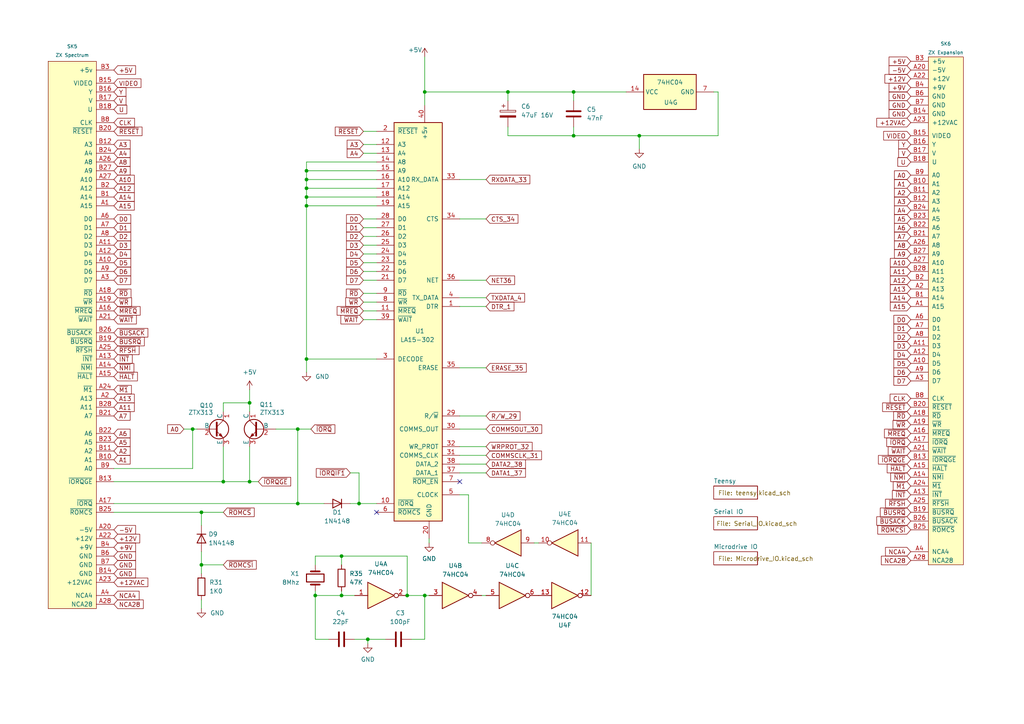
<source format=kicad_sch>
(kicad_sch
	(version 20250114)
	(generator "eeschema")
	(generator_version "9.0")
	(uuid "75d1cd16-a89a-40a2-b316-dae0403de332")
	(paper "A4")
	(title_block
		(title "${PRJ_NAME}")
		(date "${PRJ_DATE}")
		(rev "${PRJ_REVISION}")
	)
	(lib_symbols
		(symbol "74xx:74HC04"
			(exclude_from_sim no)
			(in_bom yes)
			(on_board yes)
			(property "Reference" "U"
				(at 0 1.27 0)
				(effects
					(font
						(size 1.27 1.27)
					)
				)
			)
			(property "Value" "74HC04"
				(at 0 -1.27 0)
				(effects
					(font
						(size 1.27 1.27)
					)
				)
			)
			(property "Footprint" ""
				(at 0 0 0)
				(effects
					(font
						(size 1.27 1.27)
					)
					(hide yes)
				)
			)
			(property "Datasheet" "https://assets.nexperia.com/documents/data-sheet/74HC_HCT04.pdf"
				(at 0 0 0)
				(effects
					(font
						(size 1.27 1.27)
					)
					(hide yes)
				)
			)
			(property "Description" "Hex Inverter"
				(at 0 0 0)
				(effects
					(font
						(size 1.27 1.27)
					)
					(hide yes)
				)
			)
			(property "ki_locked" ""
				(at 0 0 0)
				(effects
					(font
						(size 1.27 1.27)
					)
				)
			)
			(property "ki_keywords" "HCMOS not inv"
				(at 0 0 0)
				(effects
					(font
						(size 1.27 1.27)
					)
					(hide yes)
				)
			)
			(property "ki_fp_filters" "DIP*W7.62mm* SSOP?14* TSSOP?14*"
				(at 0 0 0)
				(effects
					(font
						(size 1.27 1.27)
					)
					(hide yes)
				)
			)
			(symbol "74HC04_1_0"
				(polyline
					(pts
						(xy -3.81 3.81) (xy -3.81 -3.81) (xy 3.81 0) (xy -3.81 3.81)
					)
					(stroke
						(width 0.254)
						(type default)
					)
					(fill
						(type background)
					)
				)
				(pin input line
					(at -7.62 0 0)
					(length 3.81)
					(name "~"
						(effects
							(font
								(size 1.27 1.27)
							)
						)
					)
					(number "1"
						(effects
							(font
								(size 1.27 1.27)
							)
						)
					)
				)
				(pin output inverted
					(at 7.62 0 180)
					(length 3.81)
					(name "~"
						(effects
							(font
								(size 1.27 1.27)
							)
						)
					)
					(number "2"
						(effects
							(font
								(size 1.27 1.27)
							)
						)
					)
				)
			)
			(symbol "74HC04_2_0"
				(polyline
					(pts
						(xy -3.81 3.81) (xy -3.81 -3.81) (xy 3.81 0) (xy -3.81 3.81)
					)
					(stroke
						(width 0.254)
						(type default)
					)
					(fill
						(type background)
					)
				)
				(pin input line
					(at -7.62 0 0)
					(length 3.81)
					(name "~"
						(effects
							(font
								(size 1.27 1.27)
							)
						)
					)
					(number "3"
						(effects
							(font
								(size 1.27 1.27)
							)
						)
					)
				)
				(pin output inverted
					(at 7.62 0 180)
					(length 3.81)
					(name "~"
						(effects
							(font
								(size 1.27 1.27)
							)
						)
					)
					(number "4"
						(effects
							(font
								(size 1.27 1.27)
							)
						)
					)
				)
			)
			(symbol "74HC04_3_0"
				(polyline
					(pts
						(xy -3.81 3.81) (xy -3.81 -3.81) (xy 3.81 0) (xy -3.81 3.81)
					)
					(stroke
						(width 0.254)
						(type default)
					)
					(fill
						(type background)
					)
				)
				(pin input line
					(at -7.62 0 0)
					(length 3.81)
					(name "~"
						(effects
							(font
								(size 1.27 1.27)
							)
						)
					)
					(number "5"
						(effects
							(font
								(size 1.27 1.27)
							)
						)
					)
				)
				(pin output inverted
					(at 7.62 0 180)
					(length 3.81)
					(name "~"
						(effects
							(font
								(size 1.27 1.27)
							)
						)
					)
					(number "6"
						(effects
							(font
								(size 1.27 1.27)
							)
						)
					)
				)
			)
			(symbol "74HC04_4_0"
				(polyline
					(pts
						(xy -3.81 3.81) (xy -3.81 -3.81) (xy 3.81 0) (xy -3.81 3.81)
					)
					(stroke
						(width 0.254)
						(type default)
					)
					(fill
						(type background)
					)
				)
				(pin input line
					(at -7.62 0 0)
					(length 3.81)
					(name "~"
						(effects
							(font
								(size 1.27 1.27)
							)
						)
					)
					(number "9"
						(effects
							(font
								(size 1.27 1.27)
							)
						)
					)
				)
				(pin output inverted
					(at 7.62 0 180)
					(length 3.81)
					(name "~"
						(effects
							(font
								(size 1.27 1.27)
							)
						)
					)
					(number "8"
						(effects
							(font
								(size 1.27 1.27)
							)
						)
					)
				)
			)
			(symbol "74HC04_5_0"
				(polyline
					(pts
						(xy -3.81 3.81) (xy -3.81 -3.81) (xy 3.81 0) (xy -3.81 3.81)
					)
					(stroke
						(width 0.254)
						(type default)
					)
					(fill
						(type background)
					)
				)
				(pin input line
					(at -7.62 0 0)
					(length 3.81)
					(name "~"
						(effects
							(font
								(size 1.27 1.27)
							)
						)
					)
					(number "11"
						(effects
							(font
								(size 1.27 1.27)
							)
						)
					)
				)
				(pin output inverted
					(at 7.62 0 180)
					(length 3.81)
					(name "~"
						(effects
							(font
								(size 1.27 1.27)
							)
						)
					)
					(number "10"
						(effects
							(font
								(size 1.27 1.27)
							)
						)
					)
				)
			)
			(symbol "74HC04_6_0"
				(polyline
					(pts
						(xy -3.81 3.81) (xy -3.81 -3.81) (xy 3.81 0) (xy -3.81 3.81)
					)
					(stroke
						(width 0.254)
						(type default)
					)
					(fill
						(type background)
					)
				)
				(pin input line
					(at -7.62 0 0)
					(length 3.81)
					(name "~"
						(effects
							(font
								(size 1.27 1.27)
							)
						)
					)
					(number "13"
						(effects
							(font
								(size 1.27 1.27)
							)
						)
					)
				)
				(pin output inverted
					(at 7.62 0 180)
					(length 3.81)
					(name "~"
						(effects
							(font
								(size 1.27 1.27)
							)
						)
					)
					(number "12"
						(effects
							(font
								(size 1.27 1.27)
							)
						)
					)
				)
			)
			(symbol "74HC04_7_0"
				(pin power_in line
					(at 0 12.7 270)
					(length 5.08)
					(name "VCC"
						(effects
							(font
								(size 1.27 1.27)
							)
						)
					)
					(number "14"
						(effects
							(font
								(size 1.27 1.27)
							)
						)
					)
				)
				(pin power_in line
					(at 0 -12.7 90)
					(length 5.08)
					(name "GND"
						(effects
							(font
								(size 1.27 1.27)
							)
						)
					)
					(number "7"
						(effects
							(font
								(size 1.27 1.27)
							)
						)
					)
				)
			)
			(symbol "74HC04_7_1"
				(rectangle
					(start -5.08 7.62)
					(end 5.08 -7.62)
					(stroke
						(width 0.254)
						(type default)
					)
					(fill
						(type background)
					)
				)
			)
			(embedded_fonts no)
		)
		(symbol "Device:C"
			(pin_numbers
				(hide yes)
			)
			(pin_names
				(offset 0.254)
			)
			(exclude_from_sim no)
			(in_bom yes)
			(on_board yes)
			(property "Reference" "C"
				(at 0.635 2.54 0)
				(effects
					(font
						(size 1.27 1.27)
					)
					(justify left)
				)
			)
			(property "Value" "C"
				(at 0.635 -2.54 0)
				(effects
					(font
						(size 1.27 1.27)
					)
					(justify left)
				)
			)
			(property "Footprint" ""
				(at 0.9652 -3.81 0)
				(effects
					(font
						(size 1.27 1.27)
					)
					(hide yes)
				)
			)
			(property "Datasheet" "~"
				(at 0 0 0)
				(effects
					(font
						(size 1.27 1.27)
					)
					(hide yes)
				)
			)
			(property "Description" "Unpolarized capacitor"
				(at 0 0 0)
				(effects
					(font
						(size 1.27 1.27)
					)
					(hide yes)
				)
			)
			(property "ki_keywords" "cap capacitor"
				(at 0 0 0)
				(effects
					(font
						(size 1.27 1.27)
					)
					(hide yes)
				)
			)
			(property "ki_fp_filters" "C_*"
				(at 0 0 0)
				(effects
					(font
						(size 1.27 1.27)
					)
					(hide yes)
				)
			)
			(symbol "C_0_1"
				(polyline
					(pts
						(xy -2.032 0.762) (xy 2.032 0.762)
					)
					(stroke
						(width 0.508)
						(type default)
					)
					(fill
						(type none)
					)
				)
				(polyline
					(pts
						(xy -2.032 -0.762) (xy 2.032 -0.762)
					)
					(stroke
						(width 0.508)
						(type default)
					)
					(fill
						(type none)
					)
				)
			)
			(symbol "C_1_1"
				(pin passive line
					(at 0 3.81 270)
					(length 2.794)
					(name "~"
						(effects
							(font
								(size 1.27 1.27)
							)
						)
					)
					(number "1"
						(effects
							(font
								(size 1.27 1.27)
							)
						)
					)
				)
				(pin passive line
					(at 0 -3.81 90)
					(length 2.794)
					(name "~"
						(effects
							(font
								(size 1.27 1.27)
							)
						)
					)
					(number "2"
						(effects
							(font
								(size 1.27 1.27)
							)
						)
					)
				)
			)
			(embedded_fonts no)
		)
		(symbol "Device:C_Polarized"
			(pin_numbers
				(hide yes)
			)
			(pin_names
				(offset 0.254)
			)
			(exclude_from_sim no)
			(in_bom yes)
			(on_board yes)
			(property "Reference" "C"
				(at 0.635 2.54 0)
				(effects
					(font
						(size 1.27 1.27)
					)
					(justify left)
				)
			)
			(property "Value" "C_Polarized"
				(at 0.635 -2.54 0)
				(effects
					(font
						(size 1.27 1.27)
					)
					(justify left)
				)
			)
			(property "Footprint" ""
				(at 0.9652 -3.81 0)
				(effects
					(font
						(size 1.27 1.27)
					)
					(hide yes)
				)
			)
			(property "Datasheet" "~"
				(at 0 0 0)
				(effects
					(font
						(size 1.27 1.27)
					)
					(hide yes)
				)
			)
			(property "Description" "Polarized capacitor"
				(at 0 0 0)
				(effects
					(font
						(size 1.27 1.27)
					)
					(hide yes)
				)
			)
			(property "ki_keywords" "cap capacitor"
				(at 0 0 0)
				(effects
					(font
						(size 1.27 1.27)
					)
					(hide yes)
				)
			)
			(property "ki_fp_filters" "CP_*"
				(at 0 0 0)
				(effects
					(font
						(size 1.27 1.27)
					)
					(hide yes)
				)
			)
			(symbol "C_Polarized_0_1"
				(rectangle
					(start -2.286 0.508)
					(end 2.286 1.016)
					(stroke
						(width 0)
						(type default)
					)
					(fill
						(type none)
					)
				)
				(polyline
					(pts
						(xy -1.778 2.286) (xy -0.762 2.286)
					)
					(stroke
						(width 0)
						(type default)
					)
					(fill
						(type none)
					)
				)
				(polyline
					(pts
						(xy -1.27 2.794) (xy -1.27 1.778)
					)
					(stroke
						(width 0)
						(type default)
					)
					(fill
						(type none)
					)
				)
				(rectangle
					(start 2.286 -0.508)
					(end -2.286 -1.016)
					(stroke
						(width 0)
						(type default)
					)
					(fill
						(type outline)
					)
				)
			)
			(symbol "C_Polarized_1_1"
				(pin passive line
					(at 0 3.81 270)
					(length 2.794)
					(name "~"
						(effects
							(font
								(size 1.27 1.27)
							)
						)
					)
					(number "1"
						(effects
							(font
								(size 1.27 1.27)
							)
						)
					)
				)
				(pin passive line
					(at 0 -3.81 90)
					(length 2.794)
					(name "~"
						(effects
							(font
								(size 1.27 1.27)
							)
						)
					)
					(number "2"
						(effects
							(font
								(size 1.27 1.27)
							)
						)
					)
				)
			)
			(embedded_fonts no)
		)
		(symbol "Device:Crystal"
			(pin_numbers
				(hide yes)
			)
			(pin_names
				(offset 1.016)
				(hide yes)
			)
			(exclude_from_sim no)
			(in_bom yes)
			(on_board yes)
			(property "Reference" "Y"
				(at 0 3.81 0)
				(effects
					(font
						(size 1.27 1.27)
					)
				)
			)
			(property "Value" "Crystal"
				(at 0 -3.81 0)
				(effects
					(font
						(size 1.27 1.27)
					)
				)
			)
			(property "Footprint" ""
				(at 0 0 0)
				(effects
					(font
						(size 1.27 1.27)
					)
					(hide yes)
				)
			)
			(property "Datasheet" "~"
				(at 0 0 0)
				(effects
					(font
						(size 1.27 1.27)
					)
					(hide yes)
				)
			)
			(property "Description" "Two pin crystal"
				(at 0 0 0)
				(effects
					(font
						(size 1.27 1.27)
					)
					(hide yes)
				)
			)
			(property "ki_keywords" "quartz ceramic resonator oscillator"
				(at 0 0 0)
				(effects
					(font
						(size 1.27 1.27)
					)
					(hide yes)
				)
			)
			(property "ki_fp_filters" "Crystal*"
				(at 0 0 0)
				(effects
					(font
						(size 1.27 1.27)
					)
					(hide yes)
				)
			)
			(symbol "Crystal_0_1"
				(polyline
					(pts
						(xy -2.54 0) (xy -1.905 0)
					)
					(stroke
						(width 0)
						(type default)
					)
					(fill
						(type none)
					)
				)
				(polyline
					(pts
						(xy -1.905 -1.27) (xy -1.905 1.27)
					)
					(stroke
						(width 0.508)
						(type default)
					)
					(fill
						(type none)
					)
				)
				(rectangle
					(start -1.143 2.54)
					(end 1.143 -2.54)
					(stroke
						(width 0.3048)
						(type default)
					)
					(fill
						(type none)
					)
				)
				(polyline
					(pts
						(xy 1.905 -1.27) (xy 1.905 1.27)
					)
					(stroke
						(width 0.508)
						(type default)
					)
					(fill
						(type none)
					)
				)
				(polyline
					(pts
						(xy 2.54 0) (xy 1.905 0)
					)
					(stroke
						(width 0)
						(type default)
					)
					(fill
						(type none)
					)
				)
			)
			(symbol "Crystal_1_1"
				(pin passive line
					(at -3.81 0 0)
					(length 1.27)
					(name "1"
						(effects
							(font
								(size 1.27 1.27)
							)
						)
					)
					(number "1"
						(effects
							(font
								(size 1.27 1.27)
							)
						)
					)
				)
				(pin passive line
					(at 3.81 0 180)
					(length 1.27)
					(name "2"
						(effects
							(font
								(size 1.27 1.27)
							)
						)
					)
					(number "2"
						(effects
							(font
								(size 1.27 1.27)
							)
						)
					)
				)
			)
			(embedded_fonts no)
		)
		(symbol "Device:Q_NPN_CBE"
			(pin_names
				(offset 0)
			)
			(exclude_from_sim no)
			(in_bom yes)
			(on_board yes)
			(property "Reference" "Q"
				(at 5.08 1.27 0)
				(effects
					(font
						(size 1.27 1.27)
					)
					(justify left)
				)
			)
			(property "Value" "Q_NPN_CBE"
				(at 5.08 -1.27 0)
				(effects
					(font
						(size 1.27 1.27)
					)
					(justify left)
				)
			)
			(property "Footprint" ""
				(at 5.08 2.54 0)
				(effects
					(font
						(size 1.27 1.27)
					)
					(hide yes)
				)
			)
			(property "Datasheet" "~"
				(at 0 0 0)
				(effects
					(font
						(size 1.27 1.27)
					)
					(hide yes)
				)
			)
			(property "Description" "NPN transistor, collector/base/emitter"
				(at 0 0 0)
				(effects
					(font
						(size 1.27 1.27)
					)
					(hide yes)
				)
			)
			(property "ki_keywords" "transistor NPN"
				(at 0 0 0)
				(effects
					(font
						(size 1.27 1.27)
					)
					(hide yes)
				)
			)
			(symbol "Q_NPN_CBE_0_1"
				(polyline
					(pts
						(xy 0.635 1.905) (xy 0.635 -1.905) (xy 0.635 -1.905)
					)
					(stroke
						(width 0.508)
						(type default)
					)
					(fill
						(type none)
					)
				)
				(polyline
					(pts
						(xy 0.635 0.635) (xy 2.54 2.54)
					)
					(stroke
						(width 0)
						(type default)
					)
					(fill
						(type none)
					)
				)
				(polyline
					(pts
						(xy 0.635 -0.635) (xy 2.54 -2.54) (xy 2.54 -2.54)
					)
					(stroke
						(width 0)
						(type default)
					)
					(fill
						(type none)
					)
				)
				(circle
					(center 1.27 0)
					(radius 2.8194)
					(stroke
						(width 0.254)
						(type default)
					)
					(fill
						(type none)
					)
				)
				(polyline
					(pts
						(xy 1.27 -1.778) (xy 1.778 -1.27) (xy 2.286 -2.286) (xy 1.27 -1.778) (xy 1.27 -1.778)
					)
					(stroke
						(width 0)
						(type default)
					)
					(fill
						(type outline)
					)
				)
			)
			(symbol "Q_NPN_CBE_1_1"
				(pin input line
					(at -5.08 0 0)
					(length 5.715)
					(name "B"
						(effects
							(font
								(size 1.27 1.27)
							)
						)
					)
					(number "2"
						(effects
							(font
								(size 1.27 1.27)
							)
						)
					)
				)
				(pin passive line
					(at 2.54 5.08 270)
					(length 2.54)
					(name "C"
						(effects
							(font
								(size 1.27 1.27)
							)
						)
					)
					(number "1"
						(effects
							(font
								(size 1.27 1.27)
							)
						)
					)
				)
				(pin passive line
					(at 2.54 -5.08 90)
					(length 2.54)
					(name "E"
						(effects
							(font
								(size 1.27 1.27)
							)
						)
					)
					(number "3"
						(effects
							(font
								(size 1.27 1.27)
							)
						)
					)
				)
			)
			(embedded_fonts no)
		)
		(symbol "Device:R"
			(pin_numbers
				(hide yes)
			)
			(pin_names
				(offset 0)
			)
			(exclude_from_sim no)
			(in_bom yes)
			(on_board yes)
			(property "Reference" "R"
				(at 2.032 0 90)
				(effects
					(font
						(size 1.27 1.27)
					)
				)
			)
			(property "Value" "R"
				(at 0 0 90)
				(effects
					(font
						(size 1.27 1.27)
					)
				)
			)
			(property "Footprint" ""
				(at -1.778 0 90)
				(effects
					(font
						(size 1.27 1.27)
					)
					(hide yes)
				)
			)
			(property "Datasheet" "~"
				(at 0 0 0)
				(effects
					(font
						(size 1.27 1.27)
					)
					(hide yes)
				)
			)
			(property "Description" "Resistor"
				(at 0 0 0)
				(effects
					(font
						(size 1.27 1.27)
					)
					(hide yes)
				)
			)
			(property "ki_keywords" "R res resistor"
				(at 0 0 0)
				(effects
					(font
						(size 1.27 1.27)
					)
					(hide yes)
				)
			)
			(property "ki_fp_filters" "R_*"
				(at 0 0 0)
				(effects
					(font
						(size 1.27 1.27)
					)
					(hide yes)
				)
			)
			(symbol "R_0_1"
				(rectangle
					(start -1.016 -2.54)
					(end 1.016 2.54)
					(stroke
						(width 0.254)
						(type default)
					)
					(fill
						(type none)
					)
				)
			)
			(symbol "R_1_1"
				(pin passive line
					(at 0 3.81 270)
					(length 1.27)
					(name "~"
						(effects
							(font
								(size 1.27 1.27)
							)
						)
					)
					(number "1"
						(effects
							(font
								(size 1.27 1.27)
							)
						)
					)
				)
				(pin passive line
					(at 0 -3.81 90)
					(length 1.27)
					(name "~"
						(effects
							(font
								(size 1.27 1.27)
							)
						)
					)
					(number "2"
						(effects
							(font
								(size 1.27 1.27)
							)
						)
					)
				)
			)
			(embedded_fonts no)
		)
		(symbol "Diode:1N4148"
			(pin_numbers
				(hide yes)
			)
			(pin_names
				(hide yes)
			)
			(exclude_from_sim no)
			(in_bom yes)
			(on_board yes)
			(property "Reference" "D"
				(at 0 2.54 0)
				(effects
					(font
						(size 1.27 1.27)
					)
				)
			)
			(property "Value" "1N4148"
				(at 0 -2.54 0)
				(effects
					(font
						(size 1.27 1.27)
					)
				)
			)
			(property "Footprint" "Diode_THT:D_DO-35_SOD27_P7.62mm_Horizontal"
				(at 0 0 0)
				(effects
					(font
						(size 1.27 1.27)
					)
					(hide yes)
				)
			)
			(property "Datasheet" "https://assets.nexperia.com/documents/data-sheet/1N4148_1N4448.pdf"
				(at 0 0 0)
				(effects
					(font
						(size 1.27 1.27)
					)
					(hide yes)
				)
			)
			(property "Description" "100V 0.15A standard switching diode, DO-35"
				(at 0 0 0)
				(effects
					(font
						(size 1.27 1.27)
					)
					(hide yes)
				)
			)
			(property "Sim.Device" "D"
				(at 0 0 0)
				(effects
					(font
						(size 1.27 1.27)
					)
					(hide yes)
				)
			)
			(property "Sim.Pins" "1=K 2=A"
				(at 0 0 0)
				(effects
					(font
						(size 1.27 1.27)
					)
					(hide yes)
				)
			)
			(property "ki_keywords" "diode"
				(at 0 0 0)
				(effects
					(font
						(size 1.27 1.27)
					)
					(hide yes)
				)
			)
			(property "ki_fp_filters" "D*DO?35*"
				(at 0 0 0)
				(effects
					(font
						(size 1.27 1.27)
					)
					(hide yes)
				)
			)
			(symbol "1N4148_0_1"
				(polyline
					(pts
						(xy -1.27 1.27) (xy -1.27 -1.27)
					)
					(stroke
						(width 0.254)
						(type default)
					)
					(fill
						(type none)
					)
				)
				(polyline
					(pts
						(xy 1.27 1.27) (xy 1.27 -1.27) (xy -1.27 0) (xy 1.27 1.27)
					)
					(stroke
						(width 0.254)
						(type default)
					)
					(fill
						(type none)
					)
				)
				(polyline
					(pts
						(xy 1.27 0) (xy -1.27 0)
					)
					(stroke
						(width 0)
						(type default)
					)
					(fill
						(type none)
					)
				)
			)
			(symbol "1N4148_1_1"
				(pin passive line
					(at -3.81 0 0)
					(length 2.54)
					(name "K"
						(effects
							(font
								(size 1.27 1.27)
							)
						)
					)
					(number "1"
						(effects
							(font
								(size 1.27 1.27)
							)
						)
					)
				)
				(pin passive line
					(at 3.81 0 180)
					(length 2.54)
					(name "A"
						(effects
							(font
								(size 1.27 1.27)
							)
						)
					)
					(number "2"
						(effects
							(font
								(size 1.27 1.27)
							)
						)
					)
				)
			)
			(embedded_fonts no)
		)
		(symbol "LA15-302:LA15-302"
			(pin_names
				(offset 1.016)
			)
			(exclude_from_sim no)
			(in_bom yes)
			(on_board yes)
			(property "Reference" "U"
				(at 7.62 88.9 0)
				(effects
					(font
						(size 1.27 1.27)
					)
					(justify left)
				)
			)
			(property "Value" "LA15-302"
				(at 6.35 20.32 0)
				(effects
					(font
						(size 1.27 1.27)
					)
					(justify left)
				)
			)
			(property "Footprint" ""
				(at 68.58 30.48 0)
				(effects
					(font
						(size 1.27 1.27)
					)
					(hide yes)
				)
			)
			(property "Datasheet" "LA 15-302 Custom ULA"
				(at 16.51 85.09 0)
				(effects
					(font
						(size 1.27 1.27)
					)
					(hide yes)
				)
			)
			(property "Description" "ZX Spectrum Custom IF1 ULA, DIP-40"
				(at 0 0 0)
				(effects
					(font
						(size 1.27 1.27)
					)
					(hide yes)
				)
			)
			(property "ki_keywords" "LA 15-302 Custom ULA"
				(at 0 0 0)
				(effects
					(font
						(size 1.27 1.27)
					)
					(hide yes)
				)
			)
			(property "ki_fp_filters" "DIP* PDIP*"
				(at 0 0 0)
				(effects
					(font
						(size 1.27 1.27)
					)
					(hide yes)
				)
			)
			(symbol "LA15-302_0_1"
				(rectangle
					(start 3.81 82.55)
					(end 17.78 -33.02)
					(stroke
						(width 0.254)
						(type default)
					)
					(fill
						(type background)
					)
				)
			)
			(symbol "LA15-302_1_1"
				(pin input line
					(at -1.27 80.01 0)
					(length 5.08)
					(name "~{RESET}"
						(effects
							(font
								(size 1.27 1.27)
							)
						)
					)
					(number "2"
						(effects
							(font
								(size 1.27 1.27)
							)
						)
					)
				)
				(pin tri_state line
					(at -1.27 76.2 0)
					(length 5.08)
					(name "A3"
						(effects
							(font
								(size 1.27 1.27)
							)
						)
					)
					(number "12"
						(effects
							(font
								(size 1.27 1.27)
							)
						)
					)
				)
				(pin tri_state line
					(at -1.27 73.66 0)
					(length 5.08)
					(name "A4"
						(effects
							(font
								(size 1.27 1.27)
							)
						)
					)
					(number "13"
						(effects
							(font
								(size 1.27 1.27)
							)
						)
					)
				)
				(pin tri_state line
					(at -1.27 71.12 0)
					(length 5.08)
					(name "A8"
						(effects
							(font
								(size 1.27 1.27)
							)
						)
					)
					(number "14"
						(effects
							(font
								(size 1.27 1.27)
							)
						)
					)
				)
				(pin tri_state line
					(at -1.27 68.58 0)
					(length 5.08)
					(name "A9"
						(effects
							(font
								(size 1.27 1.27)
							)
						)
					)
					(number "15"
						(effects
							(font
								(size 1.27 1.27)
							)
						)
					)
				)
				(pin tri_state line
					(at -1.27 66.04 0)
					(length 5.08)
					(name "A10"
						(effects
							(font
								(size 1.27 1.27)
							)
						)
					)
					(number "16"
						(effects
							(font
								(size 1.27 1.27)
							)
						)
					)
				)
				(pin tri_state line
					(at -1.27 63.5 0)
					(length 5.08)
					(name "A12"
						(effects
							(font
								(size 1.27 1.27)
							)
						)
					)
					(number "17"
						(effects
							(font
								(size 1.27 1.27)
							)
						)
					)
				)
				(pin tri_state line
					(at -1.27 60.96 0)
					(length 5.08)
					(name "A14"
						(effects
							(font
								(size 1.27 1.27)
							)
						)
					)
					(number "18"
						(effects
							(font
								(size 1.27 1.27)
							)
						)
					)
				)
				(pin tri_state line
					(at -1.27 58.42 0)
					(length 5.08)
					(name "A15"
						(effects
							(font
								(size 1.27 1.27)
							)
						)
					)
					(number "19"
						(effects
							(font
								(size 1.27 1.27)
							)
						)
					)
				)
				(pin tri_state line
					(at -1.27 54.61 0)
					(length 5.08)
					(name "D0"
						(effects
							(font
								(size 1.27 1.27)
							)
						)
					)
					(number "28"
						(effects
							(font
								(size 1.27 1.27)
							)
						)
					)
				)
				(pin tri_state line
					(at -1.27 52.07 0)
					(length 5.08)
					(name "D1"
						(effects
							(font
								(size 1.27 1.27)
							)
						)
					)
					(number "27"
						(effects
							(font
								(size 1.27 1.27)
							)
						)
					)
				)
				(pin tri_state line
					(at -1.27 49.53 0)
					(length 5.08)
					(name "D2"
						(effects
							(font
								(size 1.27 1.27)
							)
						)
					)
					(number "26"
						(effects
							(font
								(size 1.27 1.27)
							)
						)
					)
				)
				(pin tri_state line
					(at -1.27 46.99 0)
					(length 5.08)
					(name "D3"
						(effects
							(font
								(size 1.27 1.27)
							)
						)
					)
					(number "25"
						(effects
							(font
								(size 1.27 1.27)
							)
						)
					)
				)
				(pin tri_state line
					(at -1.27 44.45 0)
					(length 5.08)
					(name "D4"
						(effects
							(font
								(size 1.27 1.27)
							)
						)
					)
					(number "24"
						(effects
							(font
								(size 1.27 1.27)
							)
						)
					)
				)
				(pin tri_state line
					(at -1.27 41.91 0)
					(length 5.08)
					(name "D5"
						(effects
							(font
								(size 1.27 1.27)
							)
						)
					)
					(number "23"
						(effects
							(font
								(size 1.27 1.27)
							)
						)
					)
				)
				(pin tri_state line
					(at -1.27 39.37 0)
					(length 5.08)
					(name "D6"
						(effects
							(font
								(size 1.27 1.27)
							)
						)
					)
					(number "22"
						(effects
							(font
								(size 1.27 1.27)
							)
						)
					)
				)
				(pin tri_state line
					(at -1.27 36.83 0)
					(length 5.08)
					(name "D7"
						(effects
							(font
								(size 1.27 1.27)
							)
						)
					)
					(number "21"
						(effects
							(font
								(size 1.27 1.27)
							)
						)
					)
				)
				(pin bidirectional line
					(at -1.27 33.02 0)
					(length 5.08)
					(name "~{RD}"
						(effects
							(font
								(size 1.27 1.27)
							)
						)
					)
					(number "9"
						(effects
							(font
								(size 1.27 1.27)
							)
						)
					)
				)
				(pin bidirectional line
					(at -1.27 30.48 0)
					(length 5.08)
					(name "~{WR}"
						(effects
							(font
								(size 1.27 1.27)
							)
						)
					)
					(number "8"
						(effects
							(font
								(size 1.27 1.27)
							)
						)
					)
				)
				(pin bidirectional line
					(at -1.27 27.94 0)
					(length 5.08)
					(name "~{MREQ}"
						(effects
							(font
								(size 1.27 1.27)
							)
						)
					)
					(number "11"
						(effects
							(font
								(size 1.27 1.27)
							)
						)
					)
				)
				(pin input line
					(at -1.27 25.4 0)
					(length 5.08)
					(name "~{WAIT}"
						(effects
							(font
								(size 1.27 1.27)
							)
						)
					)
					(number "39"
						(effects
							(font
								(size 1.27 1.27)
							)
						)
					)
				)
				(pin input line
					(at -1.27 13.97 0)
					(length 5.08)
					(name "DECODE"
						(effects
							(font
								(size 1.27 1.27)
							)
						)
					)
					(number "3"
						(effects
							(font
								(size 1.27 1.27)
							)
						)
					)
				)
				(pin input line
					(at -1.27 -27.94 0)
					(length 5.08)
					(name "~{IORQ}"
						(effects
							(font
								(size 1.27 1.27)
							)
						)
					)
					(number "10"
						(effects
							(font
								(size 1.27 1.27)
							)
						)
					)
				)
				(pin output line
					(at -1.27 -30.48 0)
					(length 5.08)
					(name "~{ROMCS}"
						(effects
							(font
								(size 1.27 1.27)
							)
						)
					)
					(number "6"
						(effects
							(font
								(size 1.27 1.27)
							)
						)
					)
				)
				(pin power_in line
					(at 12.7 87.63 270)
					(length 5.08)
					(name "+5v"
						(effects
							(font
								(size 1.27 1.27)
							)
						)
					)
					(number "40"
						(effects
							(font
								(size 1.27 1.27)
							)
						)
					)
				)
				(pin power_in line
					(at 13.97 -38.1 90)
					(length 5.08)
					(name "GND"
						(effects
							(font
								(size 1.27 1.27)
							)
						)
					)
					(number "20"
						(effects
							(font
								(size 1.27 1.27)
							)
						)
					)
				)
				(pin bidirectional line
					(at 22.86 66.04 180)
					(length 5.08)
					(name "RX_DATA"
						(effects
							(font
								(size 1.27 1.27)
							)
						)
					)
					(number "33"
						(effects
							(font
								(size 1.27 1.27)
							)
						)
					)
				)
				(pin bidirectional line
					(at 22.86 54.61 180)
					(length 5.08)
					(name "CTS"
						(effects
							(font
								(size 1.27 1.27)
							)
						)
					)
					(number "34"
						(effects
							(font
								(size 1.27 1.27)
							)
						)
					)
				)
				(pin bidirectional line
					(at 22.86 36.83 180)
					(length 5.08)
					(name "NET"
						(effects
							(font
								(size 1.27 1.27)
							)
						)
					)
					(number "36"
						(effects
							(font
								(size 1.27 1.27)
							)
						)
					)
				)
				(pin bidirectional line
					(at 22.86 31.75 180)
					(length 5.08)
					(name "TX_DATA"
						(effects
							(font
								(size 1.27 1.27)
							)
						)
					)
					(number "4"
						(effects
							(font
								(size 1.27 1.27)
							)
						)
					)
				)
				(pin bidirectional line
					(at 22.86 29.21 180)
					(length 5.08)
					(name "DTR"
						(effects
							(font
								(size 1.27 1.27)
							)
						)
					)
					(number "1"
						(effects
							(font
								(size 1.27 1.27)
							)
						)
					)
				)
				(pin output line
					(at 22.86 11.43 180)
					(length 5.08)
					(name "ERASE"
						(effects
							(font
								(size 1.27 1.27)
							)
						)
					)
					(number "35"
						(effects
							(font
								(size 1.27 1.27)
							)
						)
					)
				)
				(pin bidirectional line
					(at 22.86 -2.54 180)
					(length 5.08)
					(name "R/~{W}"
						(effects
							(font
								(size 1.27 1.27)
							)
						)
					)
					(number "29"
						(effects
							(font
								(size 1.27 1.27)
							)
						)
					)
				)
				(pin output line
					(at 22.86 -6.35 180)
					(length 5.08)
					(name "COMMS_OUT"
						(effects
							(font
								(size 1.27 1.27)
							)
						)
					)
					(number "30"
						(effects
							(font
								(size 1.27 1.27)
							)
						)
					)
				)
				(pin bidirectional line
					(at 22.86 -11.43 180)
					(length 5.08)
					(name "WR_PROT"
						(effects
							(font
								(size 1.27 1.27)
							)
						)
					)
					(number "32"
						(effects
							(font
								(size 1.27 1.27)
							)
						)
					)
				)
				(pin bidirectional line
					(at 22.86 -13.97 180)
					(length 5.08)
					(name "COMMS_CLK"
						(effects
							(font
								(size 1.27 1.27)
							)
						)
					)
					(number "31"
						(effects
							(font
								(size 1.27 1.27)
							)
						)
					)
				)
				(pin bidirectional line
					(at 22.86 -16.51 180)
					(length 5.08)
					(name "DATA_2"
						(effects
							(font
								(size 1.27 1.27)
							)
						)
					)
					(number "38"
						(effects
							(font
								(size 1.27 1.27)
							)
						)
					)
				)
				(pin bidirectional line
					(at 22.86 -19.05 180)
					(length 5.08)
					(name "DATA_1"
						(effects
							(font
								(size 1.27 1.27)
							)
						)
					)
					(number "37"
						(effects
							(font
								(size 1.27 1.27)
							)
						)
					)
				)
				(pin input line
					(at 22.86 -21.59 180)
					(length 5.08)
					(name "~{ROM_EN}"
						(effects
							(font
								(size 1.27 1.27)
							)
						)
					)
					(number "7"
						(effects
							(font
								(size 1.27 1.27)
							)
						)
					)
				)
				(pin input line
					(at 22.86 -25.4 180)
					(length 5.08)
					(name "CLOCK"
						(effects
							(font
								(size 1.27 1.27)
							)
						)
					)
					(number "5"
						(effects
							(font
								(size 1.27 1.27)
							)
						)
					)
				)
			)
			(embedded_fonts no)
		)
		(symbol "Q_NPN_CBE_1"
			(pin_names
				(offset 0)
			)
			(exclude_from_sim no)
			(in_bom yes)
			(on_board yes)
			(property "Reference" "Q"
				(at 5.08 1.27 0)
				(effects
					(font
						(size 1.27 1.27)
					)
					(justify left)
				)
			)
			(property "Value" "Q_NPN_CBE"
				(at 5.08 -1.27 0)
				(effects
					(font
						(size 1.27 1.27)
					)
					(justify left)
				)
			)
			(property "Footprint" ""
				(at 5.08 2.54 0)
				(effects
					(font
						(size 1.27 1.27)
					)
					(hide yes)
				)
			)
			(property "Datasheet" "~"
				(at 0 0 0)
				(effects
					(font
						(size 1.27 1.27)
					)
					(hide yes)
				)
			)
			(property "Description" "NPN transistor, collector/base/emitter"
				(at 0 0 0)
				(effects
					(font
						(size 1.27 1.27)
					)
					(hide yes)
				)
			)
			(property "ki_keywords" "transistor NPN"
				(at 0 0 0)
				(effects
					(font
						(size 1.27 1.27)
					)
					(hide yes)
				)
			)
			(symbol "Q_NPN_CBE_1_0_1"
				(polyline
					(pts
						(xy 0.635 1.905) (xy 0.635 -1.905) (xy 0.635 -1.905)
					)
					(stroke
						(width 0.508)
						(type default)
					)
					(fill
						(type none)
					)
				)
				(polyline
					(pts
						(xy 0.635 0.635) (xy 2.54 2.54)
					)
					(stroke
						(width 0)
						(type default)
					)
					(fill
						(type none)
					)
				)
				(polyline
					(pts
						(xy 0.635 -0.635) (xy 2.54 -2.54) (xy 2.54 -2.54)
					)
					(stroke
						(width 0)
						(type default)
					)
					(fill
						(type none)
					)
				)
				(circle
					(center 1.27 0)
					(radius 2.8194)
					(stroke
						(width 0.254)
						(type default)
					)
					(fill
						(type none)
					)
				)
				(polyline
					(pts
						(xy 1.27 -1.778) (xy 1.778 -1.27) (xy 2.286 -2.286) (xy 1.27 -1.778) (xy 1.27 -1.778)
					)
					(stroke
						(width 0)
						(type default)
					)
					(fill
						(type outline)
					)
				)
			)
			(symbol "Q_NPN_CBE_1_1_1"
				(pin input line
					(at -5.08 0 0)
					(length 5.715)
					(name "B"
						(effects
							(font
								(size 1.27 1.27)
							)
						)
					)
					(number "2"
						(effects
							(font
								(size 1.27 1.27)
							)
						)
					)
				)
				(pin passive line
					(at 2.54 5.08 270)
					(length 2.54)
					(name "C"
						(effects
							(font
								(size 1.27 1.27)
							)
						)
					)
					(number "1"
						(effects
							(font
								(size 1.27 1.27)
							)
						)
					)
				)
				(pin passive line
					(at 2.54 -5.08 90)
					(length 2.54)
					(name "E"
						(effects
							(font
								(size 1.27 1.27)
							)
						)
					)
					(number "3"
						(effects
							(font
								(size 1.27 1.27)
							)
						)
					)
				)
			)
			(embedded_fonts no)
		)
		(symbol "ZXIF1Expansion2:expansion_port_2"
			(pin_names
				(offset 1.016)
			)
			(exclude_from_sim no)
			(in_bom yes)
			(on_board yes)
			(property "Reference" "SK"
				(at 12.7 86.36 0)
				(effects
					(font
						(size 0.9906 0.9906)
					)
				)
			)
			(property "Value" "ZX Spectrum"
				(at 12.7 83.82 0)
				(effects
					(font
						(size 0.9906 0.9906)
					)
				)
			)
			(property "Footprint" "ZX Bits:ZX_MD_Edge_Connector"
				(at 0 0 0)
				(effects
					(font
						(size 1.27 1.27)
					)
					(hide yes)
				)
			)
			(property "Datasheet" ""
				(at 0 0 0)
				(effects
					(font
						(size 0.9906 0.9906)
					)
					(hide yes)
				)
			)
			(property "Description" ""
				(at 0 0 0)
				(effects
					(font
						(size 1.27 1.27)
					)
					(hide yes)
				)
			)
			(symbol "expansion_port_2_0_0"
				(rectangle
					(start 7.62 82.55)
					(end 17.78 -64.77)
					(stroke
						(width 0)
						(type default)
					)
					(fill
						(type background)
					)
				)
			)
			(symbol "expansion_port_2_1_1"
				(pin power_out line
					(at 22.86 81.28 180)
					(length 5.08)
					(name "+5v"
						(effects
							(font
								(size 1.27 1.27)
							)
						)
					)
					(number "B3"
						(effects
							(font
								(size 1.27 1.27)
							)
						)
					)
				)
				(pin power_out line
					(at 22.86 78.74 180)
					(length 5.08)
					(name "-5V"
						(effects
							(font
								(size 1.27 1.27)
							)
						)
					)
					(number "A20"
						(effects
							(font
								(size 1.27 1.27)
							)
						)
					)
				)
				(pin power_out line
					(at 22.86 76.2 180)
					(length 5.08)
					(name "+12V"
						(effects
							(font
								(size 1.27 1.27)
							)
						)
					)
					(number "A22"
						(effects
							(font
								(size 1.27 1.27)
							)
						)
					)
				)
				(pin power_out line
					(at 22.86 73.66 180)
					(length 5.08)
					(name "+9V"
						(effects
							(font
								(size 1.27 1.27)
							)
						)
					)
					(number "B4"
						(effects
							(font
								(size 1.27 1.27)
							)
						)
					)
				)
				(pin power_out line
					(at 22.86 71.12 180)
					(length 5.08)
					(name "GND"
						(effects
							(font
								(size 1.27 1.27)
							)
						)
					)
					(number "B6"
						(effects
							(font
								(size 1.27 1.27)
							)
						)
					)
				)
				(pin power_out line
					(at 22.86 68.58 180)
					(length 5.08)
					(name "GND"
						(effects
							(font
								(size 1.27 1.27)
							)
						)
					)
					(number "B7"
						(effects
							(font
								(size 1.27 1.27)
							)
						)
					)
				)
				(pin power_out line
					(at 22.86 66.04 180)
					(length 5.08)
					(name "GND"
						(effects
							(font
								(size 1.27 1.27)
							)
						)
					)
					(number "B14"
						(effects
							(font
								(size 1.27 1.27)
							)
						)
					)
				)
				(pin power_out line
					(at 22.86 63.5 180)
					(length 5.08)
					(name "+12VAC"
						(effects
							(font
								(size 1.27 1.27)
							)
						)
					)
					(number "A23"
						(effects
							(font
								(size 1.27 1.27)
							)
						)
					)
				)
				(pin input line
					(at 22.86 59.69 180)
					(length 5.08)
					(name "VIDEO"
						(effects
							(font
								(size 1.27 1.27)
							)
						)
					)
					(number "B15"
						(effects
							(font
								(size 1.27 1.27)
							)
						)
					)
				)
				(pin input line
					(at 22.86 57.15 180)
					(length 5.08)
					(name "Y"
						(effects
							(font
								(size 1.27 1.27)
							)
						)
					)
					(number "B16"
						(effects
							(font
								(size 1.27 1.27)
							)
						)
					)
				)
				(pin input line
					(at 22.86 54.61 180)
					(length 5.08)
					(name "V"
						(effects
							(font
								(size 1.27 1.27)
							)
						)
					)
					(number "B17"
						(effects
							(font
								(size 1.27 1.27)
							)
						)
					)
				)
				(pin input line
					(at 22.86 52.07 180)
					(length 5.08)
					(name "U"
						(effects
							(font
								(size 1.27 1.27)
							)
						)
					)
					(number "B18"
						(effects
							(font
								(size 1.27 1.27)
							)
						)
					)
				)
				(pin tri_state line
					(at 22.86 48.26 180)
					(length 5.08)
					(name "A0"
						(effects
							(font
								(size 1.27 1.27)
							)
						)
					)
					(number "B9"
						(effects
							(font
								(size 1.27 1.27)
							)
						)
					)
				)
				(pin tri_state line
					(at 22.86 45.72 180)
					(length 5.08)
					(name "A1"
						(effects
							(font
								(size 1.27 1.27)
							)
						)
					)
					(number "B10"
						(effects
							(font
								(size 1.27 1.27)
							)
						)
					)
				)
				(pin tri_state line
					(at 22.86 43.18 180)
					(length 5.08)
					(name "A2"
						(effects
							(font
								(size 1.27 1.27)
							)
						)
					)
					(number "B11"
						(effects
							(font
								(size 1.27 1.27)
							)
						)
					)
				)
				(pin tri_state line
					(at 22.86 40.64 180)
					(length 5.08)
					(name "A3"
						(effects
							(font
								(size 1.27 1.27)
							)
						)
					)
					(number "B12"
						(effects
							(font
								(size 1.27 1.27)
							)
						)
					)
				)
				(pin tri_state line
					(at 22.86 38.1 180)
					(length 5.08)
					(name "A4"
						(effects
							(font
								(size 1.27 1.27)
							)
						)
					)
					(number "B24"
						(effects
							(font
								(size 1.27 1.27)
							)
						)
					)
				)
				(pin tri_state line
					(at 22.86 35.56 180)
					(length 5.08)
					(name "A5"
						(effects
							(font
								(size 1.27 1.27)
							)
						)
					)
					(number "B23"
						(effects
							(font
								(size 1.27 1.27)
							)
						)
					)
				)
				(pin tri_state line
					(at 22.86 33.02 180)
					(length 5.08)
					(name "A6"
						(effects
							(font
								(size 1.27 1.27)
							)
						)
					)
					(number "B22"
						(effects
							(font
								(size 1.27 1.27)
							)
						)
					)
				)
				(pin tri_state line
					(at 22.86 30.48 180)
					(length 5.08)
					(name "A7"
						(effects
							(font
								(size 1.27 1.27)
							)
						)
					)
					(number "B21"
						(effects
							(font
								(size 1.27 1.27)
							)
						)
					)
				)
				(pin tri_state line
					(at 22.86 27.94 180)
					(length 5.08)
					(name "A8"
						(effects
							(font
								(size 1.27 1.27)
							)
						)
					)
					(number "A26"
						(effects
							(font
								(size 1.27 1.27)
							)
						)
					)
				)
				(pin tri_state line
					(at 22.86 25.4 180)
					(length 5.08)
					(name "A9"
						(effects
							(font
								(size 1.27 1.27)
							)
						)
					)
					(number "B27"
						(effects
							(font
								(size 1.27 1.27)
							)
						)
					)
				)
				(pin tri_state line
					(at 22.86 22.86 180)
					(length 5.08)
					(name "A10"
						(effects
							(font
								(size 1.27 1.27)
							)
						)
					)
					(number "A27"
						(effects
							(font
								(size 1.27 1.27)
							)
						)
					)
				)
				(pin tri_state line
					(at 22.86 20.32 180)
					(length 5.08)
					(name "A11"
						(effects
							(font
								(size 1.27 1.27)
							)
						)
					)
					(number "B28"
						(effects
							(font
								(size 1.27 1.27)
							)
						)
					)
				)
				(pin tri_state line
					(at 22.86 17.78 180)
					(length 5.08)
					(name "A12"
						(effects
							(font
								(size 1.27 1.27)
							)
						)
					)
					(number "B2"
						(effects
							(font
								(size 1.27 1.27)
							)
						)
					)
				)
				(pin tri_state line
					(at 22.86 15.24 180)
					(length 5.08)
					(name "A13"
						(effects
							(font
								(size 1.27 1.27)
							)
						)
					)
					(number "A2"
						(effects
							(font
								(size 1.27 1.27)
							)
						)
					)
				)
				(pin tri_state line
					(at 22.86 12.7 180)
					(length 5.08)
					(name "A14"
						(effects
							(font
								(size 1.27 1.27)
							)
						)
					)
					(number "B1"
						(effects
							(font
								(size 1.27 1.27)
							)
						)
					)
				)
				(pin tri_state line
					(at 22.86 10.16 180)
					(length 5.08)
					(name "A15"
						(effects
							(font
								(size 1.27 1.27)
							)
						)
					)
					(number "A1"
						(effects
							(font
								(size 1.27 1.27)
							)
						)
					)
				)
				(pin bidirectional line
					(at 22.86 6.35 180)
					(length 5.08)
					(name "D0"
						(effects
							(font
								(size 1.27 1.27)
							)
						)
					)
					(number "A6"
						(effects
							(font
								(size 1.27 1.27)
							)
						)
					)
				)
				(pin bidirectional line
					(at 22.86 3.81 180)
					(length 5.08)
					(name "D1"
						(effects
							(font
								(size 1.27 1.27)
							)
						)
					)
					(number "A7"
						(effects
							(font
								(size 1.27 1.27)
							)
						)
					)
				)
				(pin bidirectional line
					(at 22.86 1.27 180)
					(length 5.08)
					(name "D2"
						(effects
							(font
								(size 1.27 1.27)
							)
						)
					)
					(number "A8"
						(effects
							(font
								(size 1.27 1.27)
							)
						)
					)
				)
				(pin bidirectional line
					(at 22.86 -1.27 180)
					(length 5.08)
					(name "D3"
						(effects
							(font
								(size 1.27 1.27)
							)
						)
					)
					(number "A11"
						(effects
							(font
								(size 1.27 1.27)
							)
						)
					)
				)
				(pin bidirectional line
					(at 22.86 -3.81 180)
					(length 5.08)
					(name "D4"
						(effects
							(font
								(size 1.27 1.27)
							)
						)
					)
					(number "A12"
						(effects
							(font
								(size 1.27 1.27)
							)
						)
					)
				)
				(pin bidirectional line
					(at 22.86 -6.35 180)
					(length 5.08)
					(name "D5"
						(effects
							(font
								(size 1.27 1.27)
							)
						)
					)
					(number "A10"
						(effects
							(font
								(size 1.27 1.27)
							)
						)
					)
				)
				(pin bidirectional line
					(at 22.86 -8.89 180)
					(length 5.08)
					(name "D6"
						(effects
							(font
								(size 1.27 1.27)
							)
						)
					)
					(number "A9"
						(effects
							(font
								(size 1.27 1.27)
							)
						)
					)
				)
				(pin bidirectional line
					(at 22.86 -11.43 180)
					(length 5.08)
					(name "D7"
						(effects
							(font
								(size 1.27 1.27)
							)
						)
					)
					(number "A3"
						(effects
							(font
								(size 1.27 1.27)
							)
						)
					)
				)
				(pin output line
					(at 22.86 -16.51 180)
					(length 5.08)
					(name "CLK"
						(effects
							(font
								(size 1.27 1.27)
							)
						)
					)
					(number "B8"
						(effects
							(font
								(size 1.27 1.27)
							)
						)
					)
				)
				(pin passive line
					(at 22.86 -19.05 180)
					(length 5.08)
					(name "~{RESET}"
						(effects
							(font
								(size 1.27 1.27)
							)
						)
					)
					(number "B20"
						(effects
							(font
								(size 1.27 1.27)
							)
						)
					)
				)
				(pin output line
					(at 22.86 -21.59 180)
					(length 5.08)
					(name "~{RD}"
						(effects
							(font
								(size 1.27 1.27)
							)
						)
					)
					(number "A18"
						(effects
							(font
								(size 1.27 1.27)
							)
						)
					)
				)
				(pin output line
					(at 22.86 -24.13 180)
					(length 5.08)
					(name "~{WR}"
						(effects
							(font
								(size 1.27 1.27)
							)
						)
					)
					(number "A19"
						(effects
							(font
								(size 1.27 1.27)
							)
						)
					)
				)
				(pin output line
					(at 22.86 -26.67 180)
					(length 5.08)
					(name "~{MREQ}"
						(effects
							(font
								(size 1.27 1.27)
							)
						)
					)
					(number "A16"
						(effects
							(font
								(size 1.27 1.27)
							)
						)
					)
				)
				(pin output line
					(at 22.86 -29.21 180)
					(length 5.08)
					(name "~{IORQ}"
						(effects
							(font
								(size 1.27 1.27)
							)
						)
					)
					(number "A17"
						(effects
							(font
								(size 1.27 1.27)
							)
						)
					)
				)
				(pin input line
					(at 22.86 -31.75 180)
					(length 5.08)
					(name "~{WAIT}"
						(effects
							(font
								(size 1.27 1.27)
							)
						)
					)
					(number "A21"
						(effects
							(font
								(size 1.27 1.27)
							)
						)
					)
				)
				(pin input line
					(at 22.86 -34.29 180)
					(length 5.08)
					(name "~{IORQGE}"
						(effects
							(font
								(size 1.27 1.27)
							)
						)
					)
					(number "B13"
						(effects
							(font
								(size 1.27 1.27)
							)
						)
					)
				)
				(pin input line
					(at 22.86 -36.83 180)
					(length 5.08)
					(name "~{HALT}"
						(effects
							(font
								(size 1.27 1.27)
							)
						)
					)
					(number "A15"
						(effects
							(font
								(size 1.27 1.27)
							)
						)
					)
				)
				(pin input line
					(at 22.86 -39.37 180)
					(length 5.08)
					(name "~{NMI}"
						(effects
							(font
								(size 1.27 1.27)
							)
						)
					)
					(number "A14"
						(effects
							(font
								(size 1.27 1.27)
							)
						)
					)
				)
				(pin output line
					(at 22.86 -41.91 180)
					(length 5.08)
					(name "~{M1}"
						(effects
							(font
								(size 1.27 1.27)
							)
						)
					)
					(number "A24"
						(effects
							(font
								(size 1.27 1.27)
							)
						)
					)
				)
				(pin input line
					(at 22.86 -44.45 180)
					(length 5.08)
					(name "~{INT}"
						(effects
							(font
								(size 1.27 1.27)
							)
						)
					)
					(number "A13"
						(effects
							(font
								(size 1.27 1.27)
							)
						)
					)
				)
				(pin input line
					(at 22.86 -46.99 180)
					(length 5.08)
					(name "~{RFSH}"
						(effects
							(font
								(size 1.27 1.27)
							)
						)
					)
					(number "A25"
						(effects
							(font
								(size 1.27 1.27)
							)
						)
					)
				)
				(pin passive line
					(at 22.86 -49.53 180)
					(length 5.08)
					(name "~{BUSRQ}"
						(effects
							(font
								(size 1.27 1.27)
							)
						)
					)
					(number "B19"
						(effects
							(font
								(size 1.27 1.27)
							)
						)
					)
				)
				(pin input line
					(at 22.86 -52.07 180)
					(length 5.08)
					(name "~{BUSACK}"
						(effects
							(font
								(size 1.27 1.27)
							)
						)
					)
					(number "B26"
						(effects
							(font
								(size 1.27 1.27)
							)
						)
					)
				)
				(pin input line
					(at 22.86 -54.61 180)
					(length 5.08)
					(name "~{ROMCS}"
						(effects
							(font
								(size 1.27 1.27)
							)
						)
					)
					(number "B25"
						(effects
							(font
								(size 1.27 1.27)
							)
						)
					)
				)
				(pin bidirectional line
					(at 22.86 -60.96 180)
					(length 5.08)
					(name "NCA4"
						(effects
							(font
								(size 1.27 1.27)
							)
						)
					)
					(number "A4"
						(effects
							(font
								(size 1.27 1.27)
							)
						)
					)
				)
				(pin bidirectional line
					(at 22.86 -63.5 180)
					(length 5.08)
					(name "NCA28"
						(effects
							(font
								(size 1.27 1.27)
							)
						)
					)
					(number "A28"
						(effects
							(font
								(size 1.27 1.27)
							)
						)
					)
				)
			)
			(embedded_fonts no)
		)
		(symbol "ZXSpectrumPort:Spectrum_port"
			(pin_names
				(offset 1.016)
			)
			(exclude_from_sim no)
			(in_bom yes)
			(on_board yes)
			(property "Reference" "SK"
				(at 8.89 86.868 0)
				(effects
					(font
						(size 0.9906 0.9906)
					)
				)
			)
			(property "Value" "ZX Spectrum"
				(at 8.89 84.328 0)
				(effects
					(font
						(size 0.9906 0.9906)
					)
				)
			)
			(property "Footprint" "ZX Bits:ZX_MD_Edge_Connector"
				(at 0 0 0)
				(effects
					(font
						(size 1.27 1.27)
					)
					(hide yes)
				)
			)
			(property "Datasheet" ""
				(at 0 0 0)
				(effects
					(font
						(size 0.9906 0.9906)
					)
					(hide yes)
				)
			)
			(property "Description" ""
				(at 0 0 0)
				(effects
					(font
						(size 1.27 1.27)
					)
					(hide yes)
				)
			)
			(symbol "Spectrum_port_0_0"
				(rectangle
					(start 3.81 82.55)
					(end 17.78 -76.2)
					(stroke
						(width 0)
						(type default)
					)
					(fill
						(type background)
					)
				)
			)
			(symbol "Spectrum_port_1_1"
				(pin power_out line
					(at 22.86 80.01 180)
					(length 5.08)
					(name "+5v"
						(effects
							(font
								(size 1.27 1.27)
							)
						)
					)
					(number "B3"
						(effects
							(font
								(size 1.27 1.27)
							)
						)
					)
				)
				(pin input line
					(at 22.86 76.2 180)
					(length 5.08)
					(name "VIDEO"
						(effects
							(font
								(size 1.27 1.27)
							)
						)
					)
					(number "B15"
						(effects
							(font
								(size 1.27 1.27)
							)
						)
					)
				)
				(pin input line
					(at 22.86 73.66 180)
					(length 5.08)
					(name "Y"
						(effects
							(font
								(size 1.27 1.27)
							)
						)
					)
					(number "B16"
						(effects
							(font
								(size 1.27 1.27)
							)
						)
					)
				)
				(pin input line
					(at 22.86 71.12 180)
					(length 5.08)
					(name "V"
						(effects
							(font
								(size 1.27 1.27)
							)
						)
					)
					(number "B17"
						(effects
							(font
								(size 1.27 1.27)
							)
						)
					)
				)
				(pin input line
					(at 22.86 68.58 180)
					(length 5.08)
					(name "U"
						(effects
							(font
								(size 1.27 1.27)
							)
						)
					)
					(number "B18"
						(effects
							(font
								(size 1.27 1.27)
							)
						)
					)
				)
				(pin output line
					(at 22.86 64.77 180)
					(length 5.08)
					(name "CLK"
						(effects
							(font
								(size 1.27 1.27)
							)
						)
					)
					(number "B8"
						(effects
							(font
								(size 1.27 1.27)
							)
						)
					)
				)
				(pin passive line
					(at 22.86 62.23 180)
					(length 5.08)
					(name "~{RESET}"
						(effects
							(font
								(size 1.27 1.27)
							)
						)
					)
					(number "B20"
						(effects
							(font
								(size 1.27 1.27)
							)
						)
					)
				)
				(pin tri_state line
					(at 22.86 58.42 180)
					(length 5.08)
					(name "A3"
						(effects
							(font
								(size 1.27 1.27)
							)
						)
					)
					(number "B12"
						(effects
							(font
								(size 1.27 1.27)
							)
						)
					)
				)
				(pin tri_state line
					(at 22.86 55.88 180)
					(length 5.08)
					(name "A4"
						(effects
							(font
								(size 1.27 1.27)
							)
						)
					)
					(number "B24"
						(effects
							(font
								(size 1.27 1.27)
							)
						)
					)
				)
				(pin tri_state line
					(at 22.86 53.34 180)
					(length 5.08)
					(name "A8"
						(effects
							(font
								(size 1.27 1.27)
							)
						)
					)
					(number "A26"
						(effects
							(font
								(size 1.27 1.27)
							)
						)
					)
				)
				(pin tri_state line
					(at 22.86 50.8 180)
					(length 5.08)
					(name "A9"
						(effects
							(font
								(size 1.27 1.27)
							)
						)
					)
					(number "B27"
						(effects
							(font
								(size 1.27 1.27)
							)
						)
					)
				)
				(pin tri_state line
					(at 22.86 48.26 180)
					(length 5.08)
					(name "A10"
						(effects
							(font
								(size 1.27 1.27)
							)
						)
					)
					(number "A27"
						(effects
							(font
								(size 1.27 1.27)
							)
						)
					)
				)
				(pin tri_state line
					(at 22.86 45.72 180)
					(length 5.08)
					(name "A12"
						(effects
							(font
								(size 1.27 1.27)
							)
						)
					)
					(number "B2"
						(effects
							(font
								(size 1.27 1.27)
							)
						)
					)
				)
				(pin tri_state line
					(at 22.86 43.18 180)
					(length 5.08)
					(name "A14"
						(effects
							(font
								(size 1.27 1.27)
							)
						)
					)
					(number "B1"
						(effects
							(font
								(size 1.27 1.27)
							)
						)
					)
				)
				(pin tri_state line
					(at 22.86 40.64 180)
					(length 5.08)
					(name "A15"
						(effects
							(font
								(size 1.27 1.27)
							)
						)
					)
					(number "A1"
						(effects
							(font
								(size 1.27 1.27)
							)
						)
					)
				)
				(pin bidirectional line
					(at 22.86 36.83 180)
					(length 5.08)
					(name "D0"
						(effects
							(font
								(size 1.27 1.27)
							)
						)
					)
					(number "A6"
						(effects
							(font
								(size 1.27 1.27)
							)
						)
					)
				)
				(pin bidirectional line
					(at 22.86 34.29 180)
					(length 5.08)
					(name "D1"
						(effects
							(font
								(size 1.27 1.27)
							)
						)
					)
					(number "A7"
						(effects
							(font
								(size 1.27 1.27)
							)
						)
					)
				)
				(pin bidirectional line
					(at 22.86 31.75 180)
					(length 5.08)
					(name "D2"
						(effects
							(font
								(size 1.27 1.27)
							)
						)
					)
					(number "A8"
						(effects
							(font
								(size 1.27 1.27)
							)
						)
					)
				)
				(pin bidirectional line
					(at 22.86 29.21 180)
					(length 5.08)
					(name "D3"
						(effects
							(font
								(size 1.27 1.27)
							)
						)
					)
					(number "A11"
						(effects
							(font
								(size 1.27 1.27)
							)
						)
					)
				)
				(pin bidirectional line
					(at 22.86 26.67 180)
					(length 5.08)
					(name "D4"
						(effects
							(font
								(size 1.27 1.27)
							)
						)
					)
					(number "A12"
						(effects
							(font
								(size 1.27 1.27)
							)
						)
					)
				)
				(pin bidirectional line
					(at 22.86 24.13 180)
					(length 5.08)
					(name "D5"
						(effects
							(font
								(size 1.27 1.27)
							)
						)
					)
					(number "A10"
						(effects
							(font
								(size 1.27 1.27)
							)
						)
					)
				)
				(pin bidirectional line
					(at 22.86 21.59 180)
					(length 5.08)
					(name "D6"
						(effects
							(font
								(size 1.27 1.27)
							)
						)
					)
					(number "A9"
						(effects
							(font
								(size 1.27 1.27)
							)
						)
					)
				)
				(pin bidirectional line
					(at 22.86 19.05 180)
					(length 5.08)
					(name "D7"
						(effects
							(font
								(size 1.27 1.27)
							)
						)
					)
					(number "A3"
						(effects
							(font
								(size 1.27 1.27)
							)
						)
					)
				)
				(pin output line
					(at 22.86 15.24 180)
					(length 5.08)
					(name "~{RD}"
						(effects
							(font
								(size 1.27 1.27)
							)
						)
					)
					(number "A18"
						(effects
							(font
								(size 1.27 1.27)
							)
						)
					)
				)
				(pin output line
					(at 22.86 12.7 180)
					(length 5.08)
					(name "~{WR}"
						(effects
							(font
								(size 1.27 1.27)
							)
						)
					)
					(number "A19"
						(effects
							(font
								(size 1.27 1.27)
							)
						)
					)
				)
				(pin output line
					(at 22.86 10.16 180)
					(length 5.08)
					(name "~{MREQ}"
						(effects
							(font
								(size 1.27 1.27)
							)
						)
					)
					(number "A16"
						(effects
							(font
								(size 1.27 1.27)
							)
						)
					)
				)
				(pin input line
					(at 22.86 7.62 180)
					(length 5.08)
					(name "~{WAIT}"
						(effects
							(font
								(size 1.27 1.27)
							)
						)
					)
					(number "A21"
						(effects
							(font
								(size 1.27 1.27)
							)
						)
					)
				)
				(pin input line
					(at 22.86 3.81 180)
					(length 5.08)
					(name "~{BUSACK}"
						(effects
							(font
								(size 1.27 1.27)
							)
						)
					)
					(number "B26"
						(effects
							(font
								(size 1.27 1.27)
							)
						)
					)
				)
				(pin passive line
					(at 22.86 1.27 180)
					(length 5.08)
					(name "~{BUSRQ}"
						(effects
							(font
								(size 1.27 1.27)
							)
						)
					)
					(number "B19"
						(effects
							(font
								(size 1.27 1.27)
							)
						)
					)
				)
				(pin input line
					(at 22.86 -1.27 180)
					(length 5.08)
					(name "~{RFSH}"
						(effects
							(font
								(size 1.27 1.27)
							)
						)
					)
					(number "A25"
						(effects
							(font
								(size 1.27 1.27)
							)
						)
					)
				)
				(pin input line
					(at 22.86 -3.81 180)
					(length 5.08)
					(name "~{INT}"
						(effects
							(font
								(size 1.27 1.27)
							)
						)
					)
					(number "A13"
						(effects
							(font
								(size 1.27 1.27)
							)
						)
					)
				)
				(pin input line
					(at 22.86 -6.35 180)
					(length 5.08)
					(name "~{NMI}"
						(effects
							(font
								(size 1.27 1.27)
							)
						)
					)
					(number "A14"
						(effects
							(font
								(size 1.27 1.27)
							)
						)
					)
				)
				(pin input line
					(at 22.86 -8.89 180)
					(length 5.08)
					(name "~{HALT}"
						(effects
							(font
								(size 1.27 1.27)
							)
						)
					)
					(number "A15"
						(effects
							(font
								(size 1.27 1.27)
							)
						)
					)
				)
				(pin output line
					(at 22.86 -12.7 180)
					(length 5.08)
					(name "~{M1}"
						(effects
							(font
								(size 1.27 1.27)
							)
						)
					)
					(number "A24"
						(effects
							(font
								(size 1.27 1.27)
							)
						)
					)
				)
				(pin tri_state line
					(at 22.86 -15.24 180)
					(length 5.08)
					(name "A13"
						(effects
							(font
								(size 1.27 1.27)
							)
						)
					)
					(number "A2"
						(effects
							(font
								(size 1.27 1.27)
							)
						)
					)
				)
				(pin tri_state line
					(at 22.86 -17.78 180)
					(length 5.08)
					(name "A11"
						(effects
							(font
								(size 1.27 1.27)
							)
						)
					)
					(number "B28"
						(effects
							(font
								(size 1.27 1.27)
							)
						)
					)
				)
				(pin tri_state line
					(at 22.86 -20.32 180)
					(length 5.08)
					(name "A7"
						(effects
							(font
								(size 1.27 1.27)
							)
						)
					)
					(number "B21"
						(effects
							(font
								(size 1.27 1.27)
							)
						)
					)
				)
				(pin tri_state line
					(at 22.86 -25.4 180)
					(length 5.08)
					(name "A6"
						(effects
							(font
								(size 1.27 1.27)
							)
						)
					)
					(number "B22"
						(effects
							(font
								(size 1.27 1.27)
							)
						)
					)
				)
				(pin tri_state line
					(at 22.86 -27.94 180)
					(length 5.08)
					(name "A5"
						(effects
							(font
								(size 1.27 1.27)
							)
						)
					)
					(number "B23"
						(effects
							(font
								(size 1.27 1.27)
							)
						)
					)
				)
				(pin tri_state line
					(at 22.86 -30.48 180)
					(length 5.08)
					(name "A2"
						(effects
							(font
								(size 1.27 1.27)
							)
						)
					)
					(number "B11"
						(effects
							(font
								(size 1.27 1.27)
							)
						)
					)
				)
				(pin tri_state line
					(at 22.86 -33.02 180)
					(length 5.08)
					(name "A1"
						(effects
							(font
								(size 1.27 1.27)
							)
						)
					)
					(number "B10"
						(effects
							(font
								(size 1.27 1.27)
							)
						)
					)
				)
				(pin tri_state line
					(at 22.86 -35.56 180)
					(length 5.08)
					(name "A0"
						(effects
							(font
								(size 1.27 1.27)
							)
						)
					)
					(number "B9"
						(effects
							(font
								(size 1.27 1.27)
							)
						)
					)
				)
				(pin input line
					(at 22.86 -39.37 180)
					(length 5.08)
					(name "~{IORQGE}"
						(effects
							(font
								(size 1.27 1.27)
							)
						)
					)
					(number "B13"
						(effects
							(font
								(size 1.27 1.27)
							)
						)
					)
				)
				(pin output line
					(at 22.86 -45.72 180)
					(length 5.08)
					(name "~{IORQ}"
						(effects
							(font
								(size 1.27 1.27)
							)
						)
					)
					(number "A17"
						(effects
							(font
								(size 1.27 1.27)
							)
						)
					)
				)
				(pin input line
					(at 22.86 -48.26 180)
					(length 5.08)
					(name "~{ROMCS}"
						(effects
							(font
								(size 1.27 1.27)
							)
						)
					)
					(number "B25"
						(effects
							(font
								(size 1.27 1.27)
							)
						)
					)
				)
				(pin power_out line
					(at 22.86 -53.34 180)
					(length 5.08)
					(name "-5V"
						(effects
							(font
								(size 1.27 1.27)
							)
						)
					)
					(number "A20"
						(effects
							(font
								(size 1.27 1.27)
							)
						)
					)
				)
				(pin power_out line
					(at 22.86 -55.88 180)
					(length 5.08)
					(name "+12V"
						(effects
							(font
								(size 1.27 1.27)
							)
						)
					)
					(number "A22"
						(effects
							(font
								(size 1.27 1.27)
							)
						)
					)
				)
				(pin power_out line
					(at 22.86 -58.42 180)
					(length 5.08)
					(name "+9V"
						(effects
							(font
								(size 1.27 1.27)
							)
						)
					)
					(number "B4"
						(effects
							(font
								(size 1.27 1.27)
							)
						)
					)
				)
				(pin power_out line
					(at 22.86 -60.96 180)
					(length 5.08)
					(name "GND"
						(effects
							(font
								(size 1.27 1.27)
							)
						)
					)
					(number "B6"
						(effects
							(font
								(size 1.27 1.27)
							)
						)
					)
				)
				(pin passive line
					(at 22.86 -63.5 180)
					(length 5.08)
					(name "GND"
						(effects
							(font
								(size 1.27 1.27)
							)
						)
					)
					(number "B7"
						(effects
							(font
								(size 1.27 1.27)
							)
						)
					)
				)
				(pin passive line
					(at 22.86 -66.04 180)
					(length 5.08)
					(name "GND"
						(effects
							(font
								(size 1.27 1.27)
							)
						)
					)
					(number "B14"
						(effects
							(font
								(size 1.27 1.27)
							)
						)
					)
				)
				(pin power_out line
					(at 22.86 -68.58 180)
					(length 5.08)
					(name "+12VAC"
						(effects
							(font
								(size 1.27 1.27)
							)
						)
					)
					(number "A23"
						(effects
							(font
								(size 1.27 1.27)
							)
						)
					)
				)
				(pin passive line
					(at 22.86 -72.39 180)
					(length 5.08)
					(name "NCA4"
						(effects
							(font
								(size 1.27 1.27)
							)
						)
					)
					(number "A4"
						(effects
							(font
								(size 1.27 1.27)
							)
						)
					)
				)
				(pin passive line
					(at 22.86 -74.93 180)
					(length 5.08)
					(name "NCA28"
						(effects
							(font
								(size 1.27 1.27)
							)
						)
					)
					(number "A28"
						(effects
							(font
								(size 1.27 1.27)
							)
						)
					)
				)
			)
			(embedded_fonts no)
		)
		(symbol "power:+5V"
			(power)
			(pin_names
				(offset 0)
			)
			(exclude_from_sim no)
			(in_bom yes)
			(on_board yes)
			(property "Reference" "#PWR"
				(at 0 -3.81 0)
				(effects
					(font
						(size 1.27 1.27)
					)
					(hide yes)
				)
			)
			(property "Value" "+5V"
				(at 0 3.556 0)
				(effects
					(font
						(size 1.27 1.27)
					)
				)
			)
			(property "Footprint" ""
				(at 0 0 0)
				(effects
					(font
						(size 1.27 1.27)
					)
					(hide yes)
				)
			)
			(property "Datasheet" ""
				(at 0 0 0)
				(effects
					(font
						(size 1.27 1.27)
					)
					(hide yes)
				)
			)
			(property "Description" "Power symbol creates a global label with name \"+5V\""
				(at 0 0 0)
				(effects
					(font
						(size 1.27 1.27)
					)
					(hide yes)
				)
			)
			(property "ki_keywords" "global power"
				(at 0 0 0)
				(effects
					(font
						(size 1.27 1.27)
					)
					(hide yes)
				)
			)
			(symbol "+5V_0_1"
				(polyline
					(pts
						(xy -0.762 1.27) (xy 0 2.54)
					)
					(stroke
						(width 0)
						(type default)
					)
					(fill
						(type none)
					)
				)
				(polyline
					(pts
						(xy 0 2.54) (xy 0.762 1.27)
					)
					(stroke
						(width 0)
						(type default)
					)
					(fill
						(type none)
					)
				)
				(polyline
					(pts
						(xy 0 0) (xy 0 2.54)
					)
					(stroke
						(width 0)
						(type default)
					)
					(fill
						(type none)
					)
				)
			)
			(symbol "+5V_1_1"
				(pin power_in line
					(at 0 0 90)
					(length 0)
					(hide yes)
					(name "+5V"
						(effects
							(font
								(size 1.27 1.27)
							)
						)
					)
					(number "1"
						(effects
							(font
								(size 1.27 1.27)
							)
						)
					)
				)
			)
			(embedded_fonts no)
		)
		(symbol "power:GND"
			(power)
			(pin_names
				(offset 0)
			)
			(exclude_from_sim no)
			(in_bom yes)
			(on_board yes)
			(property "Reference" "#PWR"
				(at 0 -6.35 0)
				(effects
					(font
						(size 1.27 1.27)
					)
					(hide yes)
				)
			)
			(property "Value" "GND"
				(at 0 -3.81 0)
				(effects
					(font
						(size 1.27 1.27)
					)
				)
			)
			(property "Footprint" ""
				(at 0 0 0)
				(effects
					(font
						(size 1.27 1.27)
					)
					(hide yes)
				)
			)
			(property "Datasheet" ""
				(at 0 0 0)
				(effects
					(font
						(size 1.27 1.27)
					)
					(hide yes)
				)
			)
			(property "Description" "Power symbol creates a global label with name \"GND\" , ground"
				(at 0 0 0)
				(effects
					(font
						(size 1.27 1.27)
					)
					(hide yes)
				)
			)
			(property "ki_keywords" "global power"
				(at 0 0 0)
				(effects
					(font
						(size 1.27 1.27)
					)
					(hide yes)
				)
			)
			(symbol "GND_0_1"
				(polyline
					(pts
						(xy 0 0) (xy 0 -1.27) (xy 1.27 -1.27) (xy 0 -2.54) (xy -1.27 -1.27) (xy 0 -1.27)
					)
					(stroke
						(width 0)
						(type default)
					)
					(fill
						(type none)
					)
				)
			)
			(symbol "GND_1_1"
				(pin power_in line
					(at 0 0 270)
					(length 0)
					(hide yes)
					(name "GND"
						(effects
							(font
								(size 1.27 1.27)
							)
						)
					)
					(number "1"
						(effects
							(font
								(size 1.27 1.27)
							)
						)
					)
				)
			)
			(embedded_fonts no)
		)
	)
	(junction
		(at 123.19 26.67)
		(diameter 0)
		(color 0 0 0 0)
		(uuid "04250198-c49a-44b5-b1dd-27eb1b96be6e")
	)
	(junction
		(at 72.39 139.7)
		(diameter 0)
		(color 0 0 0 0)
		(uuid "0e2bb976-4d90-4138-bde8-937dcf5fa89e")
	)
	(junction
		(at 99.06 172.72)
		(diameter 0)
		(color 0 0 0 0)
		(uuid "13b09d49-e45a-4e8b-be0f-6d13bc67ee1c")
	)
	(junction
		(at 118.11 172.72)
		(diameter 0)
		(color 0 0 0 0)
		(uuid "2a61b4b1-9332-4c31-b939-a4cf5a68d408")
	)
	(junction
		(at 104.14 146.05)
		(diameter 0)
		(color 0 0 0 0)
		(uuid "325d5da6-0702-4cf0-b4cf-4552074e7d98")
	)
	(junction
		(at 64.77 139.7)
		(diameter 0)
		(color 0 0 0 0)
		(uuid "3b8bab4c-d900-4457-abff-e3a37588e877")
	)
	(junction
		(at 91.44 172.72)
		(diameter 0)
		(color 0 0 0 0)
		(uuid "6533e7a9-6640-4b15-8f5e-19a7b0ea350b")
	)
	(junction
		(at 166.37 26.67)
		(diameter 0)
		(color 0 0 0 0)
		(uuid "6c49c980-206a-4972-86f1-8c18fc1a0f4a")
	)
	(junction
		(at 88.9 104.14)
		(diameter 0)
		(color 0 0 0 0)
		(uuid "6ff313fc-1ad3-44a1-8383-0edad2ee0d67")
	)
	(junction
		(at 106.68 185.42)
		(diameter 0)
		(color 0 0 0 0)
		(uuid "75450002-7a16-48f4-b134-636cc5b551f7")
	)
	(junction
		(at 185.42 39.37)
		(diameter 0)
		(color 0 0 0 0)
		(uuid "75d57cd8-34a4-4177-9584-787175a1d17e")
	)
	(junction
		(at 88.9 52.07)
		(diameter 0)
		(color 0 0 0 0)
		(uuid "787fba11-81a5-45dc-9187-fd5263170071")
	)
	(junction
		(at 99.06 161.29)
		(diameter 0)
		(color 0 0 0 0)
		(uuid "7a425257-5a68-4995-84fd-331feb19c446")
	)
	(junction
		(at 166.37 39.37)
		(diameter 0)
		(color 0 0 0 0)
		(uuid "7c1ad52f-f5c7-4c62-b3a9-85441b73304d")
	)
	(junction
		(at 88.9 49.53)
		(diameter 0)
		(color 0 0 0 0)
		(uuid "7fd92e90-d73b-4a6f-a731-600b42d9a82f")
	)
	(junction
		(at 88.9 57.15)
		(diameter 0)
		(color 0 0 0 0)
		(uuid "8069c814-2239-41b3-b10d-98b2300a670e")
	)
	(junction
		(at 88.9 54.61)
		(diameter 0)
		(color 0 0 0 0)
		(uuid "a413fed2-f7d8-4fc4-af9a-2979bc286cad")
	)
	(junction
		(at 72.39 116.84)
		(diameter 0)
		(color 0 0 0 0)
		(uuid "b48ed3b3-85ab-4651-a041-da47c0f27561")
	)
	(junction
		(at 147.32 26.67)
		(diameter 0)
		(color 0 0 0 0)
		(uuid "b6f87efa-5cfe-4824-90ea-57fed4009cfa")
	)
	(junction
		(at 86.36 146.05)
		(diameter 0)
		(color 0 0 0 0)
		(uuid "da40936a-98ac-42c9-9fd6-51f2eb704d86")
	)
	(junction
		(at 55.88 124.46)
		(diameter 0)
		(color 0 0 0 0)
		(uuid "e087967c-31fc-468a-a5d7-367384395e30")
	)
	(junction
		(at 86.36 124.46)
		(diameter 0)
		(color 0 0 0 0)
		(uuid "e08fd556-2ab9-417d-8b69-865841f51bcd")
	)
	(junction
		(at 123.19 172.72)
		(diameter 0)
		(color 0 0 0 0)
		(uuid "ecc7f721-3fbf-41f7-b11a-ce253c868c5b")
	)
	(junction
		(at 58.42 163.83)
		(diameter 0)
		(color 0 0 0 0)
		(uuid "f05eabfe-50dc-4148-8fdc-3f0ca5a511bf")
	)
	(junction
		(at 58.42 148.59)
		(diameter 0)
		(color 0 0 0 0)
		(uuid "f282b9d4-657e-41f3-9fe9-26c09e3078d1")
	)
	(junction
		(at 88.9 59.69)
		(diameter 0)
		(color 0 0 0 0)
		(uuid "f7f8afcb-356d-4ac7-bcd2-9d43103a14e5")
	)
	(no_connect
		(at 109.22 148.59)
		(uuid "2a1cf90c-b6c8-429f-9475-99caff65c2d1")
	)
	(no_connect
		(at 133.35 139.7)
		(uuid "b9997a55-8169-4ccf-b617-371f3091c8cb")
	)
	(wire
		(pts
			(xy 123.19 172.72) (xy 123.19 185.42)
		)
		(stroke
			(width 0)
			(type default)
		)
		(uuid "03d0746b-1319-4fda-bc20-6e944c8941ed")
	)
	(wire
		(pts
			(xy 166.37 36.83) (xy 166.37 39.37)
		)
		(stroke
			(width 0)
			(type default)
		)
		(uuid "05eb8cc1-6952-489e-b15d-64045857444d")
	)
	(wire
		(pts
			(xy 140.97 106.68) (xy 133.35 106.68)
		)
		(stroke
			(width 0)
			(type default)
		)
		(uuid "063a57d2-b972-4a6d-b7e6-83404235a6ab")
	)
	(wire
		(pts
			(xy 109.22 66.04) (xy 105.41 66.04)
		)
		(stroke
			(width 0)
			(type default)
		)
		(uuid "06c40bbc-4271-4e6a-8646-6a46b992ea19")
	)
	(wire
		(pts
			(xy 109.22 146.05) (xy 104.14 146.05)
		)
		(stroke
			(width 0)
			(type default)
		)
		(uuid "0ce7ddef-ef5e-489b-aab1-d534727665e3")
	)
	(wire
		(pts
			(xy 72.39 116.84) (xy 72.39 119.38)
		)
		(stroke
			(width 0)
			(type default)
		)
		(uuid "10357cac-5c15-4940-8f8f-a4e444244812")
	)
	(wire
		(pts
			(xy 57.15 124.46) (xy 55.88 124.46)
		)
		(stroke
			(width 0)
			(type default)
		)
		(uuid "117bcc08-04fd-4df5-9750-41c9c79e63c0")
	)
	(wire
		(pts
			(xy 147.32 39.37) (xy 147.32 36.83)
		)
		(stroke
			(width 0)
			(type default)
		)
		(uuid "1541e33f-e2ee-43c0-9e72-7451e5e0d025")
	)
	(wire
		(pts
			(xy 88.9 49.53) (xy 109.22 49.53)
		)
		(stroke
			(width 0)
			(type default)
		)
		(uuid "1604c22c-68b6-4b7a-81ce-76a28efeca43")
	)
	(wire
		(pts
			(xy 140.97 88.9) (xy 133.35 88.9)
		)
		(stroke
			(width 0)
			(type default)
		)
		(uuid "1945b247-8fd2-4cc9-9c53-54c9f60b01d1")
	)
	(wire
		(pts
			(xy 88.9 57.15) (xy 88.9 59.69)
		)
		(stroke
			(width 0)
			(type default)
		)
		(uuid "1abc3c41-6a6d-43b1-8146-910abf336ef2")
	)
	(wire
		(pts
			(xy 88.9 49.53) (xy 88.9 52.07)
		)
		(stroke
			(width 0)
			(type default)
		)
		(uuid "1b39ea49-cf37-4500-b829-741701dc237a")
	)
	(wire
		(pts
			(xy 166.37 26.67) (xy 166.37 29.21)
		)
		(stroke
			(width 0)
			(type default)
		)
		(uuid "1be5a57d-54f2-447c-ae14-8d348de8dfad")
	)
	(wire
		(pts
			(xy 123.19 16.51) (xy 123.19 26.67)
		)
		(stroke
			(width 0)
			(type default)
		)
		(uuid "1f1da556-e279-44e5-94be-514030e82d77")
	)
	(wire
		(pts
			(xy 171.45 157.48) (xy 171.45 172.72)
		)
		(stroke
			(width 0)
			(type default)
		)
		(uuid "1fcdcbfa-5866-4716-a284-602750e591ea")
	)
	(wire
		(pts
			(xy 109.22 90.17) (xy 105.41 90.17)
		)
		(stroke
			(width 0)
			(type default)
		)
		(uuid "20c4e710-48b2-4fb1-8247-59c41f6292fb")
	)
	(wire
		(pts
			(xy 91.44 161.29) (xy 91.44 163.83)
		)
		(stroke
			(width 0)
			(type default)
		)
		(uuid "2246a835-41ad-45af-94a0-5a9ec68e1fd3")
	)
	(wire
		(pts
			(xy 185.42 39.37) (xy 166.37 39.37)
		)
		(stroke
			(width 0)
			(type default)
		)
		(uuid "24fa0312-5261-42f9-9335-5ba6c7cae5d2")
	)
	(wire
		(pts
			(xy 140.97 132.08) (xy 133.35 132.08)
		)
		(stroke
			(width 0)
			(type default)
		)
		(uuid "2893bbd7-5f17-444e-9876-9968cc70d097")
	)
	(wire
		(pts
			(xy 185.42 39.37) (xy 208.28 39.37)
		)
		(stroke
			(width 0)
			(type default)
		)
		(uuid "2a0c4162-c9df-411d-8ed1-354fcf089e7d")
	)
	(wire
		(pts
			(xy 64.77 116.84) (xy 72.39 116.84)
		)
		(stroke
			(width 0)
			(type default)
		)
		(uuid "2a75c05f-100b-433a-a4c2-4876b8be2ee2")
	)
	(wire
		(pts
			(xy 88.9 104.14) (xy 88.9 107.95)
		)
		(stroke
			(width 0)
			(type default)
		)
		(uuid "2cf43c5c-7af6-4e6f-96a5-c1cbf9fb2877")
	)
	(wire
		(pts
			(xy 99.06 171.45) (xy 99.06 172.72)
		)
		(stroke
			(width 0)
			(type default)
		)
		(uuid "3017e089-ce95-4673-aa3b-d715a2fbaafa")
	)
	(wire
		(pts
			(xy 139.7 172.72) (xy 140.97 172.72)
		)
		(stroke
			(width 0)
			(type default)
		)
		(uuid "3181bb32-fc54-427d-8dfc-3df386cc1ef7")
	)
	(wire
		(pts
			(xy 109.22 87.63) (xy 105.41 87.63)
		)
		(stroke
			(width 0)
			(type default)
		)
		(uuid "32185894-46c9-42fc-8c3c-272c9c201e80")
	)
	(wire
		(pts
			(xy 102.87 185.42) (xy 106.68 185.42)
		)
		(stroke
			(width 0)
			(type default)
		)
		(uuid "35b2ad54-86cd-46c8-9e33-cd05408e4670")
	)
	(wire
		(pts
			(xy 109.22 71.12) (xy 105.41 71.12)
		)
		(stroke
			(width 0)
			(type default)
		)
		(uuid "36934a9d-c46d-4e8a-bf0c-c1394b9dae46")
	)
	(wire
		(pts
			(xy 91.44 161.29) (xy 99.06 161.29)
		)
		(stroke
			(width 0)
			(type default)
		)
		(uuid "389dd28d-b865-4b67-8803-46f2d1c67fe7")
	)
	(wire
		(pts
			(xy 147.32 26.67) (xy 147.32 29.21)
		)
		(stroke
			(width 0)
			(type default)
		)
		(uuid "39e612c8-7d16-4fb7-a01e-182b1185370a")
	)
	(wire
		(pts
			(xy 88.9 52.07) (xy 109.22 52.07)
		)
		(stroke
			(width 0)
			(type default)
		)
		(uuid "3db68045-1842-442c-b3f1-580df204d5e0")
	)
	(wire
		(pts
			(xy 53.34 124.46) (xy 55.88 124.46)
		)
		(stroke
			(width 0)
			(type default)
		)
		(uuid "3ee87df8-e1c6-4380-ac29-cd5b9921d64f")
	)
	(wire
		(pts
			(xy 118.11 161.29) (xy 118.11 172.72)
		)
		(stroke
			(width 0)
			(type default)
		)
		(uuid "43fd19fd-4206-4c6d-a592-5151bc64d1da")
	)
	(wire
		(pts
			(xy 124.46 156.21) (xy 124.46 157.48)
		)
		(stroke
			(width 0)
			(type default)
		)
		(uuid "44eca686-9cfd-4379-87c8-7ff3ab8182aa")
	)
	(wire
		(pts
			(xy 147.32 26.67) (xy 166.37 26.67)
		)
		(stroke
			(width 0)
			(type default)
		)
		(uuid "46e9c473-37fe-4c0f-a174-0d70b6154e25")
	)
	(wire
		(pts
			(xy 140.97 129.54) (xy 133.35 129.54)
		)
		(stroke
			(width 0)
			(type default)
		)
		(uuid "474c7c26-0a46-49d4-b964-38acbc4dac14")
	)
	(wire
		(pts
			(xy 72.39 129.54) (xy 72.39 139.7)
		)
		(stroke
			(width 0)
			(type default)
		)
		(uuid "4a8a837e-b33b-4e0c-b333-4a0bcb2b3f9d")
	)
	(wire
		(pts
			(xy 208.28 39.37) (xy 208.28 26.67)
		)
		(stroke
			(width 0)
			(type default)
		)
		(uuid "4ee80fb9-cd72-43ef-8f2a-73652cfa6cc7")
	)
	(wire
		(pts
			(xy 140.97 137.16) (xy 133.35 137.16)
		)
		(stroke
			(width 0)
			(type default)
		)
		(uuid "4f4b7a40-ea07-4c1b-a333-af396ef22207")
	)
	(wire
		(pts
			(xy 118.11 172.72) (xy 123.19 172.72)
		)
		(stroke
			(width 0)
			(type default)
		)
		(uuid "521a3b4e-70e1-4981-bd68-76bb9f6ac4b9")
	)
	(wire
		(pts
			(xy 140.97 81.28) (xy 133.35 81.28)
		)
		(stroke
			(width 0)
			(type default)
		)
		(uuid "52f8755b-360b-4f1c-9c5e-701591350eac")
	)
	(wire
		(pts
			(xy 109.22 44.45) (xy 105.41 44.45)
		)
		(stroke
			(width 0)
			(type default)
		)
		(uuid "56efb353-4cf4-40ee-9c27-47ed6666af5b")
	)
	(wire
		(pts
			(xy 109.22 41.91) (xy 105.41 41.91)
		)
		(stroke
			(width 0)
			(type default)
		)
		(uuid "5841d647-c556-4d9b-b0d9-e3d7caa1fd18")
	)
	(wire
		(pts
			(xy 91.44 172.72) (xy 99.06 172.72)
		)
		(stroke
			(width 0)
			(type default)
		)
		(uuid "5cefec7c-b108-47b3-b76b-107eda205c37")
	)
	(wire
		(pts
			(xy 58.42 163.83) (xy 58.42 166.37)
		)
		(stroke
			(width 0)
			(type default)
		)
		(uuid "5fd18c11-91ef-4a08-87f6-2a9825ac3179")
	)
	(wire
		(pts
			(xy 64.77 116.84) (xy 64.77 119.38)
		)
		(stroke
			(width 0)
			(type default)
		)
		(uuid "62af4ab5-a3f6-4257-9469-b3d04630f646")
	)
	(wire
		(pts
			(xy 88.9 46.99) (xy 109.22 46.99)
		)
		(stroke
			(width 0)
			(type default)
		)
		(uuid "64667c54-ecd6-4b46-8a04-6901a19985c7")
	)
	(wire
		(pts
			(xy 91.44 172.72) (xy 91.44 185.42)
		)
		(stroke
			(width 0)
			(type default)
		)
		(uuid "6c027683-3789-475d-85aa-67772658c66f")
	)
	(wire
		(pts
			(xy 135.89 143.51) (xy 135.89 157.48)
		)
		(stroke
			(width 0)
			(type default)
		)
		(uuid "7452b1ff-fcd7-43e6-9911-0766ada68f05")
	)
	(wire
		(pts
			(xy 123.19 26.67) (xy 147.32 26.67)
		)
		(stroke
			(width 0)
			(type default)
		)
		(uuid "783a5c93-e240-4b7f-909d-d0c7c85bdbd2")
	)
	(wire
		(pts
			(xy 88.9 57.15) (xy 109.22 57.15)
		)
		(stroke
			(width 0)
			(type default)
		)
		(uuid "78efc66e-c89d-4efe-95ec-930ac2de03bb")
	)
	(wire
		(pts
			(xy 33.02 135.89) (xy 55.88 135.89)
		)
		(stroke
			(width 0)
			(type default)
		)
		(uuid "7911a622-1543-4226-be0d-12dac0945523")
	)
	(wire
		(pts
			(xy 64.77 163.83) (xy 58.42 163.83)
		)
		(stroke
			(width 0)
			(type default)
		)
		(uuid "7cb85c87-7b02-42a8-be81-8364417f901a")
	)
	(wire
		(pts
			(xy 58.42 148.59) (xy 58.42 152.4)
		)
		(stroke
			(width 0)
			(type default)
		)
		(uuid "7cd527c3-5fcc-4b62-8464-0615e94c44ae")
	)
	(wire
		(pts
			(xy 140.97 52.07) (xy 133.35 52.07)
		)
		(stroke
			(width 0)
			(type default)
		)
		(uuid "7d2a11e7-680f-4fd0-97ec-e83ef48dd38c")
	)
	(wire
		(pts
			(xy 166.37 26.67) (xy 181.61 26.67)
		)
		(stroke
			(width 0)
			(type default)
		)
		(uuid "7fd558db-4fb1-4a0b-b486-6b44745e20f8")
	)
	(wire
		(pts
			(xy 140.97 120.65) (xy 133.35 120.65)
		)
		(stroke
			(width 0)
			(type default)
		)
		(uuid "806d4be8-9cda-49d2-89bf-68ed01816378")
	)
	(wire
		(pts
			(xy 104.14 137.16) (xy 104.14 146.05)
		)
		(stroke
			(width 0)
			(type default)
		)
		(uuid "85225f87-d76d-485d-adb1-7cbb3c88572f")
	)
	(wire
		(pts
			(xy 91.44 185.42) (xy 95.25 185.42)
		)
		(stroke
			(width 0)
			(type default)
		)
		(uuid "85f7d296-b86e-4096-a5a7-5b0d2a79e8ce")
	)
	(wire
		(pts
			(xy 185.42 39.37) (xy 185.42 43.18)
		)
		(stroke
			(width 0)
			(type default)
		)
		(uuid "8bff486a-4a39-4c6e-9e86-9aab476726c2")
	)
	(wire
		(pts
			(xy 86.36 124.46) (xy 90.17 124.46)
		)
		(stroke
			(width 0)
			(type default)
		)
		(uuid "8cb2f9bd-cb7c-409d-aa8c-617d891a9e32")
	)
	(wire
		(pts
			(xy 88.9 54.61) (xy 109.22 54.61)
		)
		(stroke
			(width 0)
			(type default)
		)
		(uuid "8ce15e85-ec9f-410a-a0cb-a430b1bd4069")
	)
	(wire
		(pts
			(xy 99.06 161.29) (xy 99.06 163.83)
		)
		(stroke
			(width 0)
			(type default)
		)
		(uuid "8dde4645-53c7-45f5-bf3f-d3217cdfa6dd")
	)
	(wire
		(pts
			(xy 140.97 86.36) (xy 133.35 86.36)
		)
		(stroke
			(width 0)
			(type default)
		)
		(uuid "92effbcc-35ad-4847-9fff-f63ab747b72d")
	)
	(wire
		(pts
			(xy 102.87 172.72) (xy 99.06 172.72)
		)
		(stroke
			(width 0)
			(type default)
		)
		(uuid "94e7880f-7f2a-4261-bed0-4d4c58b1d357")
	)
	(wire
		(pts
			(xy 33.02 148.59) (xy 58.42 148.59)
		)
		(stroke
			(width 0)
			(type default)
		)
		(uuid "965a6a08-00a6-4a40-865d-d5d8ec58f2f4")
	)
	(wire
		(pts
			(xy 109.22 81.28) (xy 105.41 81.28)
		)
		(stroke
			(width 0)
			(type default)
		)
		(uuid "99aa556a-fe4f-4c85-a421-a13a547aae19")
	)
	(wire
		(pts
			(xy 88.9 46.99) (xy 88.9 49.53)
		)
		(stroke
			(width 0)
			(type default)
		)
		(uuid "9e7327c0-7cf3-4d34-bef1-ca4e4aaecc55")
	)
	(wire
		(pts
			(xy 119.38 185.42) (xy 123.19 185.42)
		)
		(stroke
			(width 0)
			(type default)
		)
		(uuid "a2c0dde8-8ab9-44b0-8e0a-a58075544e25")
	)
	(wire
		(pts
			(xy 109.22 92.71) (xy 105.41 92.71)
		)
		(stroke
			(width 0)
			(type default)
		)
		(uuid "a5212064-eb58-4afd-9f54-89bac21beec8")
	)
	(wire
		(pts
			(xy 33.02 146.05) (xy 86.36 146.05)
		)
		(stroke
			(width 0)
			(type default)
		)
		(uuid "a60f3cf0-e4b4-4792-9424-cd9d8a8cca70")
	)
	(wire
		(pts
			(xy 109.22 73.66) (xy 105.41 73.66)
		)
		(stroke
			(width 0)
			(type default)
		)
		(uuid "a63c65eb-865f-4599-a067-c41d44aecf4b")
	)
	(wire
		(pts
			(xy 80.01 124.46) (xy 86.36 124.46)
		)
		(stroke
			(width 0)
			(type default)
		)
		(uuid "a792474d-c881-46ec-896d-60e329487fa2")
	)
	(wire
		(pts
			(xy 33.02 139.7) (xy 64.77 139.7)
		)
		(stroke
			(width 0)
			(type default)
		)
		(uuid "a7aca6f8-35cb-428c-adbe-c320381afb8b")
	)
	(wire
		(pts
			(xy 140.97 134.62) (xy 133.35 134.62)
		)
		(stroke
			(width 0)
			(type default)
		)
		(uuid "a811c4e0-089c-49a5-ad63-78209136861b")
	)
	(wire
		(pts
			(xy 91.44 171.45) (xy 91.44 172.72)
		)
		(stroke
			(width 0)
			(type default)
		)
		(uuid "aadbe376-5859-40bb-8204-f7e21153e647")
	)
	(wire
		(pts
			(xy 86.36 124.46) (xy 86.36 146.05)
		)
		(stroke
			(width 0)
			(type default)
		)
		(uuid "abfa69b3-5b62-4aba-b9cb-391f281a3d27")
	)
	(wire
		(pts
			(xy 88.9 59.69) (xy 88.9 104.14)
		)
		(stroke
			(width 0)
			(type default)
		)
		(uuid "ac0850c0-0a20-433e-a447-a6d42e996838")
	)
	(wire
		(pts
			(xy 123.19 26.67) (xy 123.19 30.48)
		)
		(stroke
			(width 0)
			(type default)
		)
		(uuid "ac30176a-3c82-452c-97ea-7e394c784c3c")
	)
	(wire
		(pts
			(xy 64.77 129.54) (xy 64.77 139.7)
		)
		(stroke
			(width 0)
			(type default)
		)
		(uuid "af6ae756-f414-417e-ab23-02cbf389db29")
	)
	(wire
		(pts
			(xy 208.28 26.67) (xy 207.01 26.67)
		)
		(stroke
			(width 0)
			(type default)
		)
		(uuid "b033eaff-0c66-4a31-9281-9964f54838e4")
	)
	(wire
		(pts
			(xy 88.9 104.14) (xy 109.22 104.14)
		)
		(stroke
			(width 0)
			(type default)
		)
		(uuid "b2342e0d-3f55-4af1-8ea8-877a2f565df6")
	)
	(wire
		(pts
			(xy 154.94 157.48) (xy 156.21 157.48)
		)
		(stroke
			(width 0)
			(type default)
		)
		(uuid "b42e10bf-2261-4f42-a5b6-828176f47d05")
	)
	(wire
		(pts
			(xy 147.32 39.37) (xy 166.37 39.37)
		)
		(stroke
			(width 0)
			(type default)
		)
		(uuid "b4534c4f-2a85-4a1a-8940-7615a44fd38d")
	)
	(wire
		(pts
			(xy 106.68 185.42) (xy 106.68 186.69)
		)
		(stroke
			(width 0)
			(type default)
		)
		(uuid "bcb96a25-7ca6-4d3b-ae52-92c81954b48d")
	)
	(wire
		(pts
			(xy 135.89 157.48) (xy 139.7 157.48)
		)
		(stroke
			(width 0)
			(type default)
		)
		(uuid "bdfdfae9-d23b-4605-b63f-e6de24120386")
	)
	(wire
		(pts
			(xy 135.89 143.51) (xy 133.35 143.51)
		)
		(stroke
			(width 0)
			(type default)
		)
		(uuid "c15bd34b-2594-4a99-ad9a-016ed977e966")
	)
	(wire
		(pts
			(xy 106.68 185.42) (xy 111.76 185.42)
		)
		(stroke
			(width 0)
			(type default)
		)
		(uuid "c41334d5-9787-4682-82b8-df9b226e75d5")
	)
	(wire
		(pts
			(xy 140.97 124.46) (xy 133.35 124.46)
		)
		(stroke
			(width 0)
			(type default)
		)
		(uuid "c5e46b9f-2d5b-4e64-a270-94ce4c5d5331")
	)
	(wire
		(pts
			(xy 55.88 135.89) (xy 55.88 124.46)
		)
		(stroke
			(width 0)
			(type default)
		)
		(uuid "c76ef94d-622b-4750-9a09-5b9f43b8dbd7")
	)
	(wire
		(pts
			(xy 109.22 76.2) (xy 105.41 76.2)
		)
		(stroke
			(width 0)
			(type default)
		)
		(uuid "c85e89e8-5071-45c7-8a0f-3d98696838ee")
	)
	(wire
		(pts
			(xy 58.42 148.59) (xy 64.77 148.59)
		)
		(stroke
			(width 0)
			(type default)
		)
		(uuid "c97b092d-6c1a-4090-81a7-706d45187d1c")
	)
	(wire
		(pts
			(xy 88.9 54.61) (xy 88.9 57.15)
		)
		(stroke
			(width 0)
			(type default)
		)
		(uuid "cd2e07ce-34ca-473b-9f23-07fd63f429d8")
	)
	(wire
		(pts
			(xy 140.97 63.5) (xy 133.35 63.5)
		)
		(stroke
			(width 0)
			(type default)
		)
		(uuid "cdb6f1a7-524b-472d-b67e-46c88c37de7f")
	)
	(wire
		(pts
			(xy 123.19 172.72) (xy 124.46 172.72)
		)
		(stroke
			(width 0)
			(type default)
		)
		(uuid "d2d0b3f9-bc02-484a-a101-07fe578e98c6")
	)
	(wire
		(pts
			(xy 101.6 137.16) (xy 104.14 137.16)
		)
		(stroke
			(width 0)
			(type default)
		)
		(uuid "d8dcf90c-8361-424d-bf33-99172a871baf")
	)
	(wire
		(pts
			(xy 88.9 52.07) (xy 88.9 54.61)
		)
		(stroke
			(width 0)
			(type default)
		)
		(uuid "dc5be19e-5f2f-4e89-bbf9-eeda9844a806")
	)
	(wire
		(pts
			(xy 101.6 146.05) (xy 104.14 146.05)
		)
		(stroke
			(width 0)
			(type default)
		)
		(uuid "df6dd37e-5202-4fd7-bf43-00e8d77682b7")
	)
	(wire
		(pts
			(xy 109.22 63.5) (xy 105.41 63.5)
		)
		(stroke
			(width 0)
			(type default)
		)
		(uuid "e13a7936-4b49-4c15-aae2-ceb19a3b56b2")
	)
	(wire
		(pts
			(xy 86.36 146.05) (xy 93.98 146.05)
		)
		(stroke
			(width 0)
			(type default)
		)
		(uuid "e14cf89b-e6f7-47bc-9b61-8a8d1cd7a763")
	)
	(wire
		(pts
			(xy 88.9 59.69) (xy 109.22 59.69)
		)
		(stroke
			(width 0)
			(type default)
		)
		(uuid "e5f7dfba-6afd-491d-89e6-7707f776687e")
	)
	(wire
		(pts
			(xy 109.22 38.1) (xy 105.41 38.1)
		)
		(stroke
			(width 0)
			(type default)
		)
		(uuid "e67470d4-ee10-4914-8938-0076021f3623")
	)
	(wire
		(pts
			(xy 72.39 139.7) (xy 74.93 139.7)
		)
		(stroke
			(width 0)
			(type default)
		)
		(uuid "e7ea3d24-1e82-4953-86a8-929dad40ce96")
	)
	(wire
		(pts
			(xy 72.39 113.03) (xy 72.39 116.84)
		)
		(stroke
			(width 0)
			(type default)
		)
		(uuid "e949e763-e314-4e45-901f-3eda2e02eb85")
	)
	(wire
		(pts
			(xy 109.22 78.74) (xy 105.41 78.74)
		)
		(stroke
			(width 0)
			(type default)
		)
		(uuid "e96efc0d-f8f5-4ef0-abb0-be7f36f20f23")
	)
	(wire
		(pts
			(xy 109.22 85.09) (xy 105.41 85.09)
		)
		(stroke
			(width 0)
			(type default)
		)
		(uuid "eb89a1db-69bb-4c1c-b270-43774ec07783")
	)
	(wire
		(pts
			(xy 64.77 139.7) (xy 72.39 139.7)
		)
		(stroke
			(width 0)
			(type default)
		)
		(uuid "edf098d3-772f-4135-a0db-d30f680f3a87")
	)
	(wire
		(pts
			(xy 99.06 161.29) (xy 118.11 161.29)
		)
		(stroke
			(width 0)
			(type default)
		)
		(uuid "f2d4c08c-5edd-4372-95bc-a327524a5a7a")
	)
	(wire
		(pts
			(xy 58.42 173.99) (xy 58.42 176.53)
		)
		(stroke
			(width 0)
			(type default)
		)
		(uuid "f6937811-7a35-47e7-af1a-f538d0743080")
	)
	(wire
		(pts
			(xy 109.22 68.58) (xy 105.41 68.58)
		)
		(stroke
			(width 0)
			(type default)
		)
		(uuid "f7351a35-6be4-43cd-878e-55a164546d51")
	)
	(wire
		(pts
			(xy 58.42 160.02) (xy 58.42 163.83)
		)
		(stroke
			(width 0)
			(type default)
		)
		(uuid "f7a8f488-1b47-43d3-92d3-f9ae7e7c667a")
	)
	(global_label "A13"
		(shape input)
		(at 264.16 83.82 180)
		(fields_autoplaced yes)
		(effects
			(font
				(size 1.27 1.27)
			)
			(justify right)
		)
		(uuid "025f2a1e-ed52-45f9-812d-1e71d42f7d07")
		(property "Intersheetrefs" "${INTERSHEET_REFS}"
			(at 257.6672 83.82 0)
			(effects
				(font
					(size 1.27 1.27)
				)
				(justify right)
			)
		)
	)
	(global_label "TXDATA_4"
		(shape input)
		(at 140.97 86.36 0)
		(fields_autoplaced yes)
		(effects
			(font
				(size 1.27 1.27)
			)
			(justify left)
		)
		(uuid "04e63855-7ac0-414b-ae96-7c05ce8c800f")
		(property "Intersheetrefs" "${INTERSHEET_REFS}"
			(at 152.7242 86.36 0)
			(effects
				(font
					(size 1.27 1.27)
				)
				(justify left)
			)
		)
	)
	(global_label "~{WAIT}"
		(shape input)
		(at 264.16 130.81 180)
		(fields_autoplaced yes)
		(effects
			(font
				(size 1.27 1.27)
			)
			(justify right)
		)
		(uuid "05c5fd75-c467-4a9d-9fa1-84716cc2f7d9")
		(property "Intersheetrefs" "${INTERSHEET_REFS}"
			(at 257.0624 130.81 0)
			(effects
				(font
					(size 1.27 1.27)
				)
				(justify right)
			)
		)
	)
	(global_label "D0"
		(shape input)
		(at 264.16 92.71 180)
		(fields_autoplaced yes)
		(effects
			(font
				(size 1.27 1.27)
			)
			(justify right)
		)
		(uuid "076400c4-0c18-4050-9810-0da9fc3a48c3")
		(property "Intersheetrefs" "${INTERSHEET_REFS}"
			(at 258.6953 92.71 0)
			(effects
				(font
					(size 1.27 1.27)
				)
				(justify right)
			)
		)
	)
	(global_label "A3"
		(shape input)
		(at 105.41 41.91 180)
		(fields_autoplaced yes)
		(effects
			(font
				(size 1.27 1.27)
			)
			(justify right)
		)
		(uuid "08ffd8a5-a017-47df-aa27-d3d4b8b66d5f")
		(property "Intersheetrefs" "${INTERSHEET_REFS}"
			(at 100.1267 41.91 0)
			(effects
				(font
					(size 1.27 1.27)
				)
				(justify right)
			)
		)
	)
	(global_label "GND"
		(shape input)
		(at 264.16 27.94 180)
		(fields_autoplaced yes)
		(effects
			(font
				(size 1.27 1.27)
			)
			(justify right)
		)
		(uuid "09720e6d-b3de-4ed0-8641-add02aa298ec")
		(property "Intersheetrefs" "${INTERSHEET_REFS}"
			(at 257.3043 27.94 0)
			(effects
				(font
					(size 1.27 1.27)
				)
				(justify right)
			)
		)
	)
	(global_label "A12"
		(shape input)
		(at 33.02 54.61 0)
		(fields_autoplaced yes)
		(effects
			(font
				(size 1.27 1.27)
			)
			(justify left)
		)
		(uuid "0b6b9a9e-1d32-4172-b2a7-7ba7fb514536")
		(property "Intersheetrefs" "${INTERSHEET_REFS}"
			(at 39.5128 54.61 0)
			(effects
				(font
					(size 1.27 1.27)
				)
				(justify left)
			)
		)
	)
	(global_label "~{INT}"
		(shape input)
		(at 264.16 143.51 180)
		(fields_autoplaced yes)
		(effects
			(font
				(size 1.27 1.27)
			)
			(justify right)
		)
		(uuid "0d2a5bf9-a4b6-4d64-b319-723f0b4572fd")
		(property "Intersheetrefs" "${INTERSHEET_REFS}"
			(at 258.2719 143.51 0)
			(effects
				(font
					(size 1.27 1.27)
				)
				(justify right)
			)
		)
	)
	(global_label "COMMSOUT_30"
		(shape input)
		(at 140.97 124.46 0)
		(fields_autoplaced yes)
		(effects
			(font
				(size 1.27 1.27)
			)
			(justify left)
		)
		(uuid "0e02f147-d974-462e-9b98-b6c11489854c")
		(property "Intersheetrefs" "${INTERSHEET_REFS}"
			(at 157.6832 124.46 0)
			(effects
				(font
					(size 1.27 1.27)
				)
				(justify left)
			)
		)
	)
	(global_label "U"
		(shape input)
		(at 33.02 31.75 0)
		(fields_autoplaced yes)
		(effects
			(font
				(size 1.27 1.27)
			)
			(justify left)
		)
		(uuid "0e0b8cd7-6ad1-43ae-9c28-f39bc2d40f4e")
		(property "Intersheetrefs" "${INTERSHEET_REFS}"
			(at 37.3357 31.75 0)
			(effects
				(font
					(size 1.27 1.27)
				)
				(justify left)
			)
		)
	)
	(global_label "~{IORQIF1}"
		(shape input)
		(at 101.6 137.16 180)
		(fields_autoplaced yes)
		(effects
			(font
				(size 1.27 1.27)
			)
			(justify right)
		)
		(uuid "0e8ecc59-1916-4a3c-8f89-ae7c05a19127")
		(property "Intersheetrefs" "${INTERSHEET_REFS}"
			(at 91.1761 137.16 0)
			(effects
				(font
					(size 1.27 1.27)
				)
				(justify right)
			)
		)
	)
	(global_label "VIDEO"
		(shape input)
		(at 33.02 24.13 0)
		(fields_autoplaced yes)
		(effects
			(font
				(size 1.27 1.27)
			)
			(justify left)
		)
		(uuid "13a17052-7fbb-4383-a308-f7eff6f9246e")
		(property "Intersheetrefs" "${INTERSHEET_REFS}"
			(at 41.4481 24.13 0)
			(effects
				(font
					(size 1.27 1.27)
				)
				(justify left)
			)
		)
	)
	(global_label "~{NMI}"
		(shape input)
		(at 264.16 138.43 180)
		(fields_autoplaced yes)
		(effects
			(font
				(size 1.27 1.27)
			)
			(justify right)
		)
		(uuid "15f4af85-583b-40d1-badd-e4074ff27b01")
		(property "Intersheetrefs" "${INTERSHEET_REFS}"
			(at 257.7881 138.43 0)
			(effects
				(font
					(size 1.27 1.27)
				)
				(justify right)
			)
		)
	)
	(global_label "GND"
		(shape input)
		(at 33.02 166.37 0)
		(fields_autoplaced yes)
		(effects
			(font
				(size 1.27 1.27)
			)
			(justify left)
		)
		(uuid "16c6a833-3c9c-4551-bcef-89792ff4f061")
		(property "Intersheetrefs" "${INTERSHEET_REFS}"
			(at 39.8757 166.37 0)
			(effects
				(font
					(size 1.27 1.27)
				)
				(justify left)
			)
		)
	)
	(global_label "A4"
		(shape input)
		(at 105.41 44.45 180)
		(fields_autoplaced yes)
		(effects
			(font
				(size 1.27 1.27)
			)
			(justify right)
		)
		(uuid "1913cfbf-8a4b-43c3-8667-548818b34a49")
		(property "Intersheetrefs" "${INTERSHEET_REFS}"
			(at 100.1267 44.45 0)
			(effects
				(font
					(size 1.27 1.27)
				)
				(justify right)
			)
		)
	)
	(global_label "+5V"
		(shape input)
		(at 33.02 20.32 0)
		(fields_autoplaced yes)
		(effects
			(font
				(size 1.27 1.27)
			)
			(justify left)
		)
		(uuid "1c7ef5d5-7fb8-4bc8-8d86-e8bfa96d55e0")
		(property "Intersheetrefs" "${INTERSHEET_REFS}"
			(at 39.8757 20.32 0)
			(effects
				(font
					(size 1.27 1.27)
				)
				(justify left)
			)
		)
	)
	(global_label "D7"
		(shape input)
		(at 33.02 81.28 0)
		(fields_autoplaced yes)
		(effects
			(font
				(size 1.27 1.27)
			)
			(justify left)
		)
		(uuid "1e11991e-1d74-4409-8123-bb9f55ea24d4")
		(property "Intersheetrefs" "${INTERSHEET_REFS}"
			(at 38.4847 81.28 0)
			(effects
				(font
					(size 1.27 1.27)
				)
				(justify left)
			)
		)
	)
	(global_label "A1"
		(shape input)
		(at 264.16 53.34 180)
		(fields_autoplaced yes)
		(effects
			(font
				(size 1.27 1.27)
			)
			(justify right)
		)
		(uuid "203b66ec-2fd4-4134-b174-f3ecc377c9df")
		(property "Intersheetrefs" "${INTERSHEET_REFS}"
			(at 258.8767 53.34 0)
			(effects
				(font
					(size 1.27 1.27)
				)
				(justify right)
			)
		)
	)
	(global_label "A12"
		(shape input)
		(at 264.16 81.28 180)
		(fields_autoplaced yes)
		(effects
			(font
				(size 1.27 1.27)
			)
			(justify right)
		)
		(uuid "20859f70-c04e-4e1a-8fd7-77b43ce4d69d")
		(property "Intersheetrefs" "${INTERSHEET_REFS}"
			(at 257.6672 81.28 0)
			(effects
				(font
					(size 1.27 1.27)
				)
				(justify right)
			)
		)
	)
	(global_label "V"
		(shape input)
		(at 264.16 44.45 180)
		(fields_autoplaced yes)
		(effects
			(font
				(size 1.27 1.27)
			)
			(justify right)
		)
		(uuid "20c4b4a7-56ea-40c4-a530-a5ec5868d7c7")
		(property "Intersheetrefs" "${INTERSHEET_REFS}"
			(at 260.0862 44.45 0)
			(effects
				(font
					(size 1.27 1.27)
				)
				(justify right)
			)
		)
	)
	(global_label "A6"
		(shape input)
		(at 264.16 66.04 180)
		(fields_autoplaced yes)
		(effects
			(font
				(size 1.27 1.27)
			)
			(justify right)
		)
		(uuid "226f566a-ce84-4b21-9c33-153b185eb90f")
		(property "Intersheetrefs" "${INTERSHEET_REFS}"
			(at 258.8767 66.04 0)
			(effects
				(font
					(size 1.27 1.27)
				)
				(justify right)
			)
		)
	)
	(global_label "~{NMI}"
		(shape input)
		(at 33.02 106.68 0)
		(fields_autoplaced yes)
		(effects
			(font
				(size 1.27 1.27)
			)
			(justify left)
		)
		(uuid "22ad53bc-e5b8-4a08-a347-afc14a685b19")
		(property "Intersheetrefs" "${INTERSHEET_REFS}"
			(at 39.3919 106.68 0)
			(effects
				(font
					(size 1.27 1.27)
				)
				(justify left)
			)
		)
	)
	(global_label "A3"
		(shape input)
		(at 33.02 41.91 0)
		(fields_autoplaced yes)
		(effects
			(font
				(size 1.27 1.27)
			)
			(justify left)
		)
		(uuid "23f012d4-c396-4599-934c-a9d6ece30112")
		(property "Intersheetrefs" "${INTERSHEET_REFS}"
			(at 38.3033 41.91 0)
			(effects
				(font
					(size 1.27 1.27)
				)
				(justify left)
			)
		)
	)
	(global_label "~{RFSH}"
		(shape input)
		(at 264.16 146.05 180)
		(fields_autoplaced yes)
		(effects
			(font
				(size 1.27 1.27)
			)
			(justify right)
		)
		(uuid "27b3fff1-867a-4020-b958-58aee5a8e4a1")
		(property "Intersheetrefs" "${INTERSHEET_REFS}"
			(at 256.2762 146.05 0)
			(effects
				(font
					(size 1.27 1.27)
				)
				(justify right)
			)
		)
	)
	(global_label "A10"
		(shape input)
		(at 33.02 52.07 0)
		(fields_autoplaced yes)
		(effects
			(font
				(size 1.27 1.27)
			)
			(justify left)
		)
		(uuid "2d55dff0-7ed7-4d83-bb76-9ccf363efe54")
		(property "Intersheetrefs" "${INTERSHEET_REFS}"
			(at 39.5128 52.07 0)
			(effects
				(font
					(size 1.27 1.27)
				)
				(justify left)
			)
		)
	)
	(global_label "A15"
		(shape input)
		(at 264.16 88.9 180)
		(fields_autoplaced yes)
		(effects
			(font
				(size 1.27 1.27)
			)
			(justify right)
		)
		(uuid "2e207126-2200-490a-a046-22f6dfce3c15")
		(property "Intersheetrefs" "${INTERSHEET_REFS}"
			(at 257.6672 88.9 0)
			(effects
				(font
					(size 1.27 1.27)
				)
				(justify right)
			)
		)
	)
	(global_label "~{IORQ}"
		(shape input)
		(at 90.17 124.46 0)
		(fields_autoplaced yes)
		(effects
			(font
				(size 1.27 1.27)
			)
			(justify left)
		)
		(uuid "31304817-6b66-44df-9d51-04b6c15f7b41")
		(property "Intersheetrefs" "${INTERSHEET_REFS}"
			(at 97.691 124.46 0)
			(effects
				(font
					(size 1.27 1.27)
				)
				(justify left)
			)
		)
	)
	(global_label "WRPROT_32"
		(shape input)
		(at 140.97 129.54 0)
		(fields_autoplaced yes)
		(effects
			(font
				(size 1.27 1.27)
			)
			(justify left)
		)
		(uuid "333641c5-2172-4ff2-b019-6a43199d6833")
		(property "Intersheetrefs" "${INTERSHEET_REFS}"
			(at 154.9013 129.54 0)
			(effects
				(font
					(size 1.27 1.27)
				)
				(justify left)
			)
		)
	)
	(global_label "GND"
		(shape input)
		(at 264.16 33.02 180)
		(fields_autoplaced yes)
		(effects
			(font
				(size 1.27 1.27)
			)
			(justify right)
		)
		(uuid "347069c0-0651-4e04-8e8f-643542f74801")
		(property "Intersheetrefs" "${INTERSHEET_REFS}"
			(at 257.3043 33.02 0)
			(effects
				(font
					(size 1.27 1.27)
				)
				(justify right)
			)
		)
	)
	(global_label "D7"
		(shape input)
		(at 264.16 110.49 180)
		(fields_autoplaced yes)
		(effects
			(font
				(size 1.27 1.27)
			)
			(justify right)
		)
		(uuid "35bc22c9-2fca-411c-9fc9-91b6f62aa7b7")
		(property "Intersheetrefs" "${INTERSHEET_REFS}"
			(at 258.6953 110.49 0)
			(effects
				(font
					(size 1.27 1.27)
				)
				(justify right)
			)
		)
	)
	(global_label "A14"
		(shape input)
		(at 264.16 86.36 180)
		(fields_autoplaced yes)
		(effects
			(font
				(size 1.27 1.27)
			)
			(justify right)
		)
		(uuid "36027446-7e1c-4695-b231-0b25906f7221")
		(property "Intersheetrefs" "${INTERSHEET_REFS}"
			(at 257.6672 86.36 0)
			(effects
				(font
					(size 1.27 1.27)
				)
				(justify right)
			)
		)
	)
	(global_label "~{BUSRQ}"
		(shape input)
		(at 33.02 99.06 0)
		(fields_autoplaced yes)
		(effects
			(font
				(size 1.27 1.27)
			)
			(justify left)
		)
		(uuid "370a2dc3-1747-4731-9caa-1c99dce65a1b")
		(property "Intersheetrefs" "${INTERSHEET_REFS}"
			(at 42.4157 99.06 0)
			(effects
				(font
					(size 1.27 1.27)
				)
				(justify left)
			)
		)
	)
	(global_label "A7"
		(shape input)
		(at 264.16 68.58 180)
		(fields_autoplaced yes)
		(effects
			(font
				(size 1.27 1.27)
			)
			(justify right)
		)
		(uuid "3a48b090-d047-4175-bbf9-d4a42cb26b9e")
		(property "Intersheetrefs" "${INTERSHEET_REFS}"
			(at 258.8767 68.58 0)
			(effects
				(font
					(size 1.27 1.27)
				)
				(justify right)
			)
		)
	)
	(global_label "NCA28"
		(shape input)
		(at 264.16 162.56 180)
		(fields_autoplaced yes)
		(effects
			(font
				(size 1.27 1.27)
			)
			(justify right)
		)
		(uuid "3c15e006-8f2f-4b55-954f-a5b6e7d755de")
		(property "Intersheetrefs" "${INTERSHEET_REFS}"
			(at 255.0667 162.56 0)
			(effects
				(font
					(size 1.27 1.27)
				)
				(justify right)
			)
		)
	)
	(global_label "D5"
		(shape input)
		(at 33.02 76.2 0)
		(fields_autoplaced yes)
		(effects
			(font
				(size 1.27 1.27)
			)
			(justify left)
		)
		(uuid "3e070a06-db5d-4cf9-8df5-c396b55e7900")
		(property "Intersheetrefs" "${INTERSHEET_REFS}"
			(at 38.4847 76.2 0)
			(effects
				(font
					(size 1.27 1.27)
				)
				(justify left)
			)
		)
	)
	(global_label "~{RESET}"
		(shape input)
		(at 33.02 38.1 0)
		(fields_autoplaced yes)
		(effects
			(font
				(size 1.27 1.27)
			)
			(justify left)
		)
		(uuid "3e7fd1fc-1bfd-429c-a492-86a81b398a94")
		(property "Intersheetrefs" "${INTERSHEET_REFS}"
			(at 41.7503 38.1 0)
			(effects
				(font
					(size 1.27 1.27)
				)
				(justify left)
			)
		)
	)
	(global_label "D0"
		(shape input)
		(at 105.41 63.5 180)
		(fields_autoplaced yes)
		(effects
			(font
				(size 1.27 1.27)
			)
			(justify right)
		)
		(uuid "40b11599-9579-4f28-869f-f3d61ba14401")
		(property "Intersheetrefs" "${INTERSHEET_REFS}"
			(at 99.9453 63.5 0)
			(effects
				(font
					(size 1.27 1.27)
				)
				(justify right)
			)
		)
	)
	(global_label "RXDATA_33"
		(shape input)
		(at 140.97 52.07 0)
		(fields_autoplaced yes)
		(effects
			(font
				(size 1.27 1.27)
			)
			(justify left)
		)
		(uuid "423b9d76-c89c-431a-9b9d-f53f20c6d21d")
		(property "Intersheetrefs" "${INTERSHEET_REFS}"
			(at 154.2361 52.07 0)
			(effects
				(font
					(size 1.27 1.27)
				)
				(justify left)
			)
		)
	)
	(global_label "GND"
		(shape input)
		(at 264.16 30.48 180)
		(fields_autoplaced yes)
		(effects
			(font
				(size 1.27 1.27)
			)
			(justify right)
		)
		(uuid "433c9009-7175-49e0-b6cf-4e1486412ad5")
		(property "Intersheetrefs" "${INTERSHEET_REFS}"
			(at 257.3043 30.48 0)
			(effects
				(font
					(size 1.27 1.27)
				)
				(justify right)
			)
		)
	)
	(global_label "DATA2_38"
		(shape input)
		(at 140.97 134.62 0)
		(fields_autoplaced yes)
		(effects
			(font
				(size 1.27 1.27)
			)
			(justify left)
		)
		(uuid "4388b990-52ea-447d-92e9-cf7bebfae51b")
		(property "Intersheetrefs" "${INTERSHEET_REFS}"
			(at 152.9661 134.62 0)
			(effects
				(font
					(size 1.27 1.27)
				)
				(justify left)
			)
		)
	)
	(global_label "~{MREQ}"
		(shape input)
		(at 264.16 125.73 180)
		(fields_autoplaced yes)
		(effects
			(font
				(size 1.27 1.27)
			)
			(justify right)
		)
		(uuid "49269964-984d-47dc-86b3-986600d9c92c")
		(property "Intersheetrefs" "${INTERSHEET_REFS}"
			(at 255.9739 125.73 0)
			(effects
				(font
					(size 1.27 1.27)
				)
				(justify right)
			)
		)
	)
	(global_label "~{BUSRQ}"
		(shape input)
		(at 264.16 148.59 180)
		(fields_autoplaced yes)
		(effects
			(font
				(size 1.27 1.27)
			)
			(justify right)
		)
		(uuid "49a4b682-d0be-4987-b300-ad77041a62f0")
		(property "Intersheetrefs" "${INTERSHEET_REFS}"
			(at 254.7643 148.59 0)
			(effects
				(font
					(size 1.27 1.27)
				)
				(justify right)
			)
		)
	)
	(global_label "~{ROMCSI}"
		(shape input)
		(at 264.16 153.67 180)
		(fields_autoplaced yes)
		(effects
			(font
				(size 1.27 1.27)
			)
			(justify right)
		)
		(uuid "4c349881-5e41-4702-b147-e83ea2628a04")
		(property "Intersheetrefs" "${INTERSHEET_REFS}"
			(at 254.0386 153.67 0)
			(effects
				(font
					(size 1.27 1.27)
				)
				(justify right)
			)
		)
	)
	(global_label "~{IORQGE}"
		(shape input)
		(at 74.93 139.7 0)
		(fields_autoplaced yes)
		(effects
			(font
				(size 1.27 1.27)
			)
			(justify left)
		)
		(uuid "4c63313c-03a9-4de2-b222-359c1ec377d5")
		(property "Intersheetrefs" "${INTERSHEET_REFS}"
			(at 84.87 139.7 0)
			(effects
				(font
					(size 1.27 1.27)
				)
				(justify left)
			)
		)
	)
	(global_label "A0"
		(shape input)
		(at 264.16 50.8 180)
		(fields_autoplaced yes)
		(effects
			(font
				(size 1.27 1.27)
			)
			(justify right)
		)
		(uuid "4c8260c7-6b23-44f3-b0f2-3c048b4b6f7d")
		(property "Intersheetrefs" "${INTERSHEET_REFS}"
			(at 258.8767 50.8 0)
			(effects
				(font
					(size 1.27 1.27)
				)
				(justify right)
			)
		)
	)
	(global_label "V"
		(shape input)
		(at 33.02 29.21 0)
		(fields_autoplaced yes)
		(effects
			(font
				(size 1.27 1.27)
			)
			(justify left)
		)
		(uuid "4c9aeaeb-41c6-42e0-93d9-19a93102f249")
		(property "Intersheetrefs" "${INTERSHEET_REFS}"
			(at 37.0938 29.21 0)
			(effects
				(font
					(size 1.27 1.27)
				)
				(justify left)
			)
		)
	)
	(global_label "D2"
		(shape input)
		(at 105.41 68.58 180)
		(fields_autoplaced yes)
		(effects
			(font
				(size 1.27 1.27)
			)
			(justify right)
		)
		(uuid "4cc90f93-9c3a-42cd-8fe4-89aed3137b20")
		(property "Intersheetrefs" "${INTERSHEET_REFS}"
			(at 99.9453 68.58 0)
			(effects
				(font
					(size 1.27 1.27)
				)
				(justify right)
			)
		)
	)
	(global_label "D1"
		(shape input)
		(at 105.41 66.04 180)
		(fields_autoplaced yes)
		(effects
			(font
				(size 1.27 1.27)
			)
			(justify right)
		)
		(uuid "4de443cf-3221-4788-bbd7-c7fa6e37fa5e")
		(property "Intersheetrefs" "${INTERSHEET_REFS}"
			(at 99.9453 66.04 0)
			(effects
				(font
					(size 1.27 1.27)
				)
				(justify right)
			)
		)
	)
	(global_label "D4"
		(shape input)
		(at 105.41 73.66 180)
		(fields_autoplaced yes)
		(effects
			(font
				(size 1.27 1.27)
			)
			(justify right)
		)
		(uuid "51297e20-1dc0-4790-8aa1-5354d23c0c5c")
		(property "Intersheetrefs" "${INTERSHEET_REFS}"
			(at 99.9453 73.66 0)
			(effects
				(font
					(size 1.27 1.27)
				)
				(justify right)
			)
		)
	)
	(global_label "D0"
		(shape input)
		(at 33.02 63.5 0)
		(fields_autoplaced yes)
		(effects
			(font
				(size 1.27 1.27)
			)
			(justify left)
		)
		(uuid "5328ed6e-7bf6-4548-a4c9-32ee470d7806")
		(property "Intersheetrefs" "${INTERSHEET_REFS}"
			(at 38.4847 63.5 0)
			(effects
				(font
					(size 1.27 1.27)
				)
				(justify left)
			)
		)
	)
	(global_label "~{RESET}"
		(shape input)
		(at 105.41 38.1 180)
		(fields_autoplaced yes)
		(effects
			(font
				(size 1.27 1.27)
			)
			(justify right)
		)
		(uuid "573728d3-16dd-47e7-b7c3-6db00f2c4db0")
		(property "Intersheetrefs" "${INTERSHEET_REFS}"
			(at 96.6797 38.1 0)
			(effects
				(font
					(size 1.27 1.27)
				)
				(justify right)
			)
		)
	)
	(global_label "~{IORQGE}"
		(shape input)
		(at 264.16 133.35 180)
		(fields_autoplaced yes)
		(effects
			(font
				(size 1.27 1.27)
			)
			(justify right)
		)
		(uuid "5a0d20a8-90a1-46ca-a287-88666038a8f1")
		(property "Intersheetrefs" "${INTERSHEET_REFS}"
			(at 254.22 133.35 0)
			(effects
				(font
					(size 1.27 1.27)
				)
				(justify right)
			)
		)
	)
	(global_label "A5"
		(shape input)
		(at 264.16 63.5 180)
		(fields_autoplaced yes)
		(effects
			(font
				(size 1.27 1.27)
			)
			(justify right)
		)
		(uuid "5bcc6126-5d4e-468c-9097-047c3c17e2b1")
		(property "Intersheetrefs" "${INTERSHEET_REFS}"
			(at 258.8767 63.5 0)
			(effects
				(font
					(size 1.27 1.27)
				)
				(justify right)
			)
		)
	)
	(global_label "+12V"
		(shape input)
		(at 264.16 22.86 180)
		(fields_autoplaced yes)
		(effects
			(font
				(size 1.27 1.27)
			)
			(justify right)
		)
		(uuid "5e64cfc1-099b-4c40-9d82-d51e1835cbf8")
		(property "Intersheetrefs" "${INTERSHEET_REFS}"
			(at 256.0948 22.86 0)
			(effects
				(font
					(size 1.27 1.27)
				)
				(justify right)
			)
		)
	)
	(global_label "R{slash}W_29"
		(shape input)
		(at 140.97 120.65 0)
		(fields_autoplaced yes)
		(effects
			(font
				(size 1.27 1.27)
			)
			(justify left)
		)
		(uuid "60691d40-477d-4828-9b36-8047f7974b1b")
		(property "Intersheetrefs" "${INTERSHEET_REFS}"
			(at 151.3937 120.65 0)
			(effects
				(font
					(size 1.27 1.27)
				)
				(justify left)
			)
		)
	)
	(global_label "~{ROMCSI}"
		(shape input)
		(at 64.77 163.83 0)
		(fields_autoplaced yes)
		(effects
			(font
				(size 1.27 1.27)
			)
			(justify left)
		)
		(uuid "60ceb686-3db3-4382-bf62-ab1b23988990")
		(property "Intersheetrefs" "${INTERSHEET_REFS}"
			(at 74.8914 163.83 0)
			(effects
				(font
					(size 1.27 1.27)
				)
				(justify left)
			)
		)
	)
	(global_label "~{BUSACK}"
		(shape input)
		(at 33.02 96.52 0)
		(fields_autoplaced yes)
		(effects
			(font
				(size 1.27 1.27)
			)
			(justify left)
		)
		(uuid "61cb4823-4157-4225-9993-e4ff0f86b59b")
		(property "Intersheetrefs" "${INTERSHEET_REFS}"
			(at 43.4438 96.52 0)
			(effects
				(font
					(size 1.27 1.27)
				)
				(justify left)
			)
		)
	)
	(global_label "~{RD}"
		(shape input)
		(at 264.16 120.65 180)
		(fields_autoplaced yes)
		(effects
			(font
				(size 1.27 1.27)
			)
			(justify right)
		)
		(uuid "65d07abe-c62a-49f2-b5d2-de61ec55d882")
		(property "Intersheetrefs" "${INTERSHEET_REFS}"
			(at 258.6348 120.65 0)
			(effects
				(font
					(size 1.27 1.27)
				)
				(justify right)
			)
		)
	)
	(global_label "D7"
		(shape input)
		(at 105.41 81.28 180)
		(fields_autoplaced yes)
		(effects
			(font
				(size 1.27 1.27)
			)
			(justify right)
		)
		(uuid "68fe8329-b69f-4470-81f6-7dca8c35c530")
		(property "Intersheetrefs" "${INTERSHEET_REFS}"
			(at 99.9453 81.28 0)
			(effects
				(font
					(size 1.27 1.27)
				)
				(justify right)
			)
		)
	)
	(global_label "~{INT}"
		(shape input)
		(at 33.02 104.14 0)
		(fields_autoplaced yes)
		(effects
			(font
				(size 1.27 1.27)
			)
			(justify left)
		)
		(uuid "6ae3b668-b23d-4062-a614-22dd44236049")
		(property "Intersheetrefs" "${INTERSHEET_REFS}"
			(at 38.9081 104.14 0)
			(effects
				(font
					(size 1.27 1.27)
				)
				(justify left)
			)
		)
	)
	(global_label "~{MREQ}"
		(shape input)
		(at 33.02 90.17 0)
		(fields_autoplaced yes)
		(effects
			(font
				(size 1.27 1.27)
			)
			(justify left)
		)
		(uuid "6bcebb2f-3a4e-4462-a8f9-d5618c4478d2")
		(property "Intersheetrefs" "${INTERSHEET_REFS}"
			(at 41.2061 90.17 0)
			(effects
				(font
					(size 1.27 1.27)
				)
				(justify left)
			)
		)
	)
	(global_label "+9V"
		(shape input)
		(at 264.16 25.4 180)
		(fields_autoplaced yes)
		(effects
			(font
				(size 1.27 1.27)
			)
			(justify right)
		)
		(uuid "6cc4782d-7a5c-4959-bc8e-7dc77260e6e5")
		(property "Intersheetrefs" "${INTERSHEET_REFS}"
			(at 257.3043 25.4 0)
			(effects
				(font
					(size 1.27 1.27)
				)
				(justify right)
			)
		)
	)
	(global_label "NCA4"
		(shape input)
		(at 264.16 160.02 180)
		(fields_autoplaced yes)
		(effects
			(font
				(size 1.27 1.27)
			)
			(justify right)
		)
		(uuid "6e4aa2e5-9d3b-4bd1-bb70-61c15e5a7c84")
		(property "Intersheetrefs" "${INTERSHEET_REFS}"
			(at 256.2762 160.02 0)
			(effects
				(font
					(size 1.27 1.27)
				)
				(justify right)
			)
		)
	)
	(global_label "CLK"
		(shape input)
		(at 33.02 35.56 0)
		(fields_autoplaced yes)
		(effects
			(font
				(size 1.27 1.27)
			)
			(justify left)
		)
		(uuid "70077c28-0ee8-46d5-9f56-e314f76df66c")
		(property "Intersheetrefs" "${INTERSHEET_REFS}"
			(at 39.5733 35.56 0)
			(effects
				(font
					(size 1.27 1.27)
				)
				(justify left)
			)
		)
	)
	(global_label "D5"
		(shape input)
		(at 264.16 105.41 180)
		(fields_autoplaced yes)
		(effects
			(font
				(size 1.27 1.27)
			)
			(justify right)
		)
		(uuid "708fb17f-5a1b-4177-8115-d60c84266485")
		(property "Intersheetrefs" "${INTERSHEET_REFS}"
			(at 258.6953 105.41 0)
			(effects
				(font
					(size 1.27 1.27)
				)
				(justify right)
			)
		)
	)
	(global_label "A9"
		(shape input)
		(at 264.16 73.66 180)
		(fields_autoplaced yes)
		(effects
			(font
				(size 1.27 1.27)
			)
			(justify right)
		)
		(uuid "7168bf3c-62fa-4f08-93c8-26059cb0724e")
		(property "Intersheetrefs" "${INTERSHEET_REFS}"
			(at 258.8767 73.66 0)
			(effects
				(font
					(size 1.27 1.27)
				)
				(justify right)
			)
		)
	)
	(global_label "A11"
		(shape input)
		(at 33.02 118.11 0)
		(fields_autoplaced yes)
		(effects
			(font
				(size 1.27 1.27)
			)
			(justify left)
		)
		(uuid "726fc920-9601-440c-b5da-2c9c68f4563a")
		(property "Intersheetrefs" "${INTERSHEET_REFS}"
			(at 39.5128 118.11 0)
			(effects
				(font
					(size 1.27 1.27)
				)
				(justify left)
			)
		)
	)
	(global_label "VIDEO"
		(shape input)
		(at 264.16 39.37 180)
		(fields_autoplaced yes)
		(effects
			(font
				(size 1.27 1.27)
			)
			(justify right)
		)
		(uuid "77bcc2a6-6565-49d0-bf1a-1d0debe9d326")
		(property "Intersheetrefs" "${INTERSHEET_REFS}"
			(at 255.7319 39.37 0)
			(effects
				(font
					(size 1.27 1.27)
				)
				(justify right)
			)
		)
	)
	(global_label "Y"
		(shape input)
		(at 33.02 26.67 0)
		(fields_autoplaced yes)
		(effects
			(font
				(size 1.27 1.27)
			)
			(justify left)
		)
		(uuid "7847d673-0838-4822-81c0-fe972b9b05e1")
		(property "Intersheetrefs" "${INTERSHEET_REFS}"
			(at 37.0938 26.67 0)
			(effects
				(font
					(size 1.27 1.27)
				)
				(justify left)
			)
		)
	)
	(global_label "+12V"
		(shape input)
		(at 33.02 156.21 0)
		(fields_autoplaced yes)
		(effects
			(font
				(size 1.27 1.27)
			)
			(justify left)
		)
		(uuid "79c9f83b-11f3-4bf5-96e0-cac301bc9cff")
		(property "Intersheetrefs" "${INTERSHEET_REFS}"
			(at 41.0852 156.21 0)
			(effects
				(font
					(size 1.27 1.27)
				)
				(justify left)
			)
		)
	)
	(global_label "A15"
		(shape input)
		(at 33.02 59.69 0)
		(fields_autoplaced yes)
		(effects
			(font
				(size 1.27 1.27)
			)
			(justify left)
		)
		(uuid "7caca7bc-1d76-464b-9138-658d718f3a58")
		(property "Intersheetrefs" "${INTERSHEET_REFS}"
			(at 39.5128 59.69 0)
			(effects
				(font
					(size 1.27 1.27)
				)
				(justify left)
			)
		)
	)
	(global_label "~{WR}"
		(shape input)
		(at 264.16 123.19 180)
		(fields_autoplaced yes)
		(effects
			(font
				(size 1.27 1.27)
			)
			(justify right)
		)
		(uuid "801725c4-b094-4a12-a2db-6b9ac510c7d3")
		(property "Intersheetrefs" "${INTERSHEET_REFS}"
			(at 258.4534 123.19 0)
			(effects
				(font
					(size 1.27 1.27)
				)
				(justify right)
			)
		)
	)
	(global_label "A8"
		(shape input)
		(at 33.02 46.99 0)
		(fields_autoplaced yes)
		(effects
			(font
				(size 1.27 1.27)
			)
			(justify left)
		)
		(uuid "832b256a-84f2-4e9f-b17b-e75c56867adc")
		(property "Intersheetrefs" "${INTERSHEET_REFS}"
			(at 38.3033 46.99 0)
			(effects
				(font
					(size 1.27 1.27)
				)
				(justify left)
			)
		)
	)
	(global_label "~{RESET}"
		(shape input)
		(at 264.16 118.11 180)
		(fields_autoplaced yes)
		(effects
			(font
				(size 1.27 1.27)
			)
			(justify right)
		)
		(uuid "84659d6f-5e29-482d-8acc-f8f4a3b47c17")
		(property "Intersheetrefs" "${INTERSHEET_REFS}"
			(at 255.4297 118.11 0)
			(effects
				(font
					(size 1.27 1.27)
				)
				(justify right)
			)
		)
	)
	(global_label "Y"
		(shape input)
		(at 264.16 41.91 180)
		(fields_autoplaced yes)
		(effects
			(font
				(size 1.27 1.27)
			)
			(justify right)
		)
		(uuid "8a2d59ce-741b-45dd-a63e-b6adb47d8d81")
		(property "Intersheetrefs" "${INTERSHEET_REFS}"
			(at 260.0862 41.91 0)
			(effects
				(font
					(size 1.27 1.27)
				)
				(justify right)
			)
		)
	)
	(global_label "GND"
		(shape input)
		(at 33.02 161.29 0)
		(fields_autoplaced yes)
		(effects
			(font
				(size 1.27 1.27)
			)
			(justify left)
		)
		(uuid "8ab444aa-0725-4bf8-bf53-589046ae3476")
		(property "Intersheetrefs" "${INTERSHEET_REFS}"
			(at 39.8757 161.29 0)
			(effects
				(font
					(size 1.27 1.27)
				)
				(justify left)
			)
		)
	)
	(global_label "A1"
		(shape input)
		(at 33.02 133.35 0)
		(fields_autoplaced yes)
		(effects
			(font
				(size 1.27 1.27)
			)
			(justify left)
		)
		(uuid "90eae82c-84cf-48aa-b641-aca247e9f861")
		(property "Intersheetrefs" "${INTERSHEET_REFS}"
			(at 38.3033 133.35 0)
			(effects
				(font
					(size 1.27 1.27)
				)
				(justify left)
			)
		)
	)
	(global_label "CTS_34"
		(shape input)
		(at 140.97 63.5 0)
		(fields_autoplaced yes)
		(effects
			(font
				(size 1.27 1.27)
			)
			(justify left)
		)
		(uuid "9658d5fb-ad52-496b-b88b-56de4bb42b8d")
		(property "Intersheetrefs" "${INTERSHEET_REFS}"
			(at 150.7889 63.5 0)
			(effects
				(font
					(size 1.27 1.27)
				)
				(justify left)
			)
		)
	)
	(global_label "A5"
		(shape input)
		(at 33.02 128.27 0)
		(fields_autoplaced yes)
		(effects
			(font
				(size 1.27 1.27)
			)
			(justify left)
		)
		(uuid "96bb7a3b-d1e1-466e-99d9-b1341d420636")
		(property "Intersheetrefs" "${INTERSHEET_REFS}"
			(at 38.3033 128.27 0)
			(effects
				(font
					(size 1.27 1.27)
				)
				(justify left)
			)
		)
	)
	(global_label "+9V"
		(shape input)
		(at 33.02 158.75 0)
		(fields_autoplaced yes)
		(effects
			(font
				(size 1.27 1.27)
			)
			(justify left)
		)
		(uuid "9a496281-e809-4f9f-a1ed-4daf458481a9")
		(property "Intersheetrefs" "${INTERSHEET_REFS}"
			(at 39.8757 158.75 0)
			(effects
				(font
					(size 1.27 1.27)
				)
				(justify left)
			)
		)
	)
	(global_label "~{RD}"
		(shape input)
		(at 105.41 85.09 180)
		(fields_autoplaced yes)
		(effects
			(font
				(size 1.27 1.27)
			)
			(justify right)
		)
		(uuid "9c5b3b87-990c-498e-a1e8-16c756bb02e3")
		(property "Intersheetrefs" "${INTERSHEET_REFS}"
			(at 99.8848 85.09 0)
			(effects
				(font
					(size 1.27 1.27)
				)
				(justify right)
			)
		)
	)
	(global_label "DATA1_37"
		(shape input)
		(at 140.97 137.16 0)
		(fields_autoplaced yes)
		(effects
			(font
				(size 1.27 1.27)
			)
			(justify left)
		)
		(uuid "9d9a43c4-ecff-478c-b077-d91a09f3eb9d")
		(property "Intersheetrefs" "${INTERSHEET_REFS}"
			(at 152.9661 137.16 0)
			(effects
				(font
					(size 1.27 1.27)
				)
				(justify left)
			)
		)
	)
	(global_label "~{MREQ}"
		(shape input)
		(at 105.41 90.17 180)
		(fields_autoplaced yes)
		(effects
			(font
				(size 1.27 1.27)
			)
			(justify right)
		)
		(uuid "9e8c0384-2714-432e-a703-cef08fd14add")
		(property "Intersheetrefs" "${INTERSHEET_REFS}"
			(at 97.2239 90.17 0)
			(effects
				(font
					(size 1.27 1.27)
				)
				(justify right)
			)
		)
	)
	(global_label "~{HALT}"
		(shape input)
		(at 33.02 109.22 0)
		(fields_autoplaced yes)
		(effects
			(font
				(size 1.27 1.27)
			)
			(justify left)
		)
		(uuid "a41d76ce-6c67-4f98-8fe9-b7ce8941470f")
		(property "Intersheetrefs" "${INTERSHEET_REFS}"
			(at 40.42 109.22 0)
			(effects
				(font
					(size 1.27 1.27)
				)
				(justify left)
			)
		)
	)
	(global_label "~{WR}"
		(shape input)
		(at 33.02 87.63 0)
		(fields_autoplaced yes)
		(effects
			(font
				(size 1.27 1.27)
			)
			(justify left)
		)
		(uuid "a7da8362-ab9c-40bc-aaf1-bb8e93ed5a5f")
		(property "Intersheetrefs" "${INTERSHEET_REFS}"
			(at 38.7266 87.63 0)
			(effects
				(font
					(size 1.27 1.27)
				)
				(justify left)
			)
		)
	)
	(global_label "A6"
		(shape input)
		(at 33.02 125.73 0)
		(fields_autoplaced yes)
		(effects
			(font
				(size 1.27 1.27)
			)
			(justify left)
		)
		(uuid "a9730ecc-8a2a-44d2-8313-cb2377823a58")
		(property "Intersheetrefs" "${INTERSHEET_REFS}"
			(at 38.3033 125.73 0)
			(effects
				(font
					(size 1.27 1.27)
				)
				(justify left)
			)
		)
	)
	(global_label "D3"
		(shape input)
		(at 33.02 71.12 0)
		(fields_autoplaced yes)
		(effects
			(font
				(size 1.27 1.27)
			)
			(justify left)
		)
		(uuid "ac45c410-d18f-4c1f-94d3-e41000cc35a6")
		(property "Intersheetrefs" "${INTERSHEET_REFS}"
			(at 38.4847 71.12 0)
			(effects
				(font
					(size 1.27 1.27)
				)
				(justify left)
			)
		)
	)
	(global_label "ERASE_35"
		(shape input)
		(at 140.97 106.68 0)
		(fields_autoplaced yes)
		(effects
			(font
				(size 1.27 1.27)
			)
			(justify left)
		)
		(uuid "ac46132c-476e-4849-9170-721c14ac3cc5")
		(property "Intersheetrefs" "${INTERSHEET_REFS}"
			(at 153.2079 106.68 0)
			(effects
				(font
					(size 1.27 1.27)
				)
				(justify left)
			)
		)
	)
	(global_label "D2"
		(shape input)
		(at 264.16 97.79 180)
		(fields_autoplaced yes)
		(effects
			(font
				(size 1.27 1.27)
			)
			(justify right)
		)
		(uuid "ac94305f-882d-4a8b-98f7-a5f3276febf6")
		(property "Intersheetrefs" "${INTERSHEET_REFS}"
			(at 258.6953 97.79 0)
			(effects
				(font
					(size 1.27 1.27)
				)
				(justify right)
			)
		)
	)
	(global_label "D2"
		(shape input)
		(at 33.02 68.58 0)
		(fields_autoplaced yes)
		(effects
			(font
				(size 1.27 1.27)
			)
			(justify left)
		)
		(uuid "ad5c7095-3630-49a2-8536-bfd748f8b96c")
		(property "Intersheetrefs" "${INTERSHEET_REFS}"
			(at 38.4847 68.58 0)
			(effects
				(font
					(size 1.27 1.27)
				)
				(justify left)
			)
		)
	)
	(global_label "A7"
		(shape input)
		(at 33.02 120.65 0)
		(fields_autoplaced yes)
		(effects
			(font
				(size 1.27 1.27)
			)
			(justify left)
		)
		(uuid "ae4367ac-0de5-4ebf-9012-f0e7b91bb5f0")
		(property "Intersheetrefs" "${INTERSHEET_REFS}"
			(at 38.3033 120.65 0)
			(effects
				(font
					(size 1.27 1.27)
				)
				(justify left)
			)
		)
	)
	(global_label "A4"
		(shape input)
		(at 264.16 60.96 180)
		(fields_autoplaced yes)
		(effects
			(font
				(size 1.27 1.27)
			)
			(justify right)
		)
		(uuid "aeb1a2f7-8b4d-4010-a895-a51f067c3a28")
		(property "Intersheetrefs" "${INTERSHEET_REFS}"
			(at 258.8767 60.96 0)
			(effects
				(font
					(size 1.27 1.27)
				)
				(justify right)
			)
		)
	)
	(global_label "D3"
		(shape input)
		(at 264.16 100.33 180)
		(fields_autoplaced yes)
		(effects
			(font
				(size 1.27 1.27)
			)
			(justify right)
		)
		(uuid "af216015-43d9-42ce-b81c-3a8900f547a0")
		(property "Intersheetrefs" "${INTERSHEET_REFS}"
			(at 258.6953 100.33 0)
			(effects
				(font
					(size 1.27 1.27)
				)
				(justify right)
			)
		)
	)
	(global_label "~{RFSH}"
		(shape input)
		(at 33.02 101.6 0)
		(fields_autoplaced yes)
		(effects
			(font
				(size 1.27 1.27)
			)
			(justify left)
		)
		(uuid "b03e6990-c047-496d-8bec-356516b9b601")
		(property "Intersheetrefs" "${INTERSHEET_REFS}"
			(at 40.9038 101.6 0)
			(effects
				(font
					(size 1.27 1.27)
				)
				(justify left)
			)
		)
	)
	(global_label "A2"
		(shape input)
		(at 264.16 55.88 180)
		(fields_autoplaced yes)
		(effects
			(font
				(size 1.27 1.27)
			)
			(justify right)
		)
		(uuid "b0b852fe-2d30-4276-bc27-28d84797e348")
		(property "Intersheetrefs" "${INTERSHEET_REFS}"
			(at 258.8767 55.88 0)
			(effects
				(font
					(size 1.27 1.27)
				)
				(justify right)
			)
		)
	)
	(global_label "~{WAIT}"
		(shape input)
		(at 105.41 92.71 180)
		(fields_autoplaced yes)
		(effects
			(font
				(size 1.27 1.27)
			)
			(justify right)
		)
		(uuid "b235587e-2efd-46d7-99bb-acb5736b127a")
		(property "Intersheetrefs" "${INTERSHEET_REFS}"
			(at 98.3124 92.71 0)
			(effects
				(font
					(size 1.27 1.27)
				)
				(justify right)
			)
		)
	)
	(global_label "~{IORQ}"
		(shape input)
		(at 264.16 128.27 180)
		(fields_autoplaced yes)
		(effects
			(font
				(size 1.27 1.27)
			)
			(justify right)
		)
		(uuid "b261b526-26f0-4eb8-a992-ded723ec9987")
		(property "Intersheetrefs" "${INTERSHEET_REFS}"
			(at 256.639 128.27 0)
			(effects
				(font
					(size 1.27 1.27)
				)
				(justify right)
			)
		)
	)
	(global_label "D6"
		(shape input)
		(at 33.02 78.74 0)
		(fields_autoplaced yes)
		(effects
			(font
				(size 1.27 1.27)
			)
			(justify left)
		)
		(uuid "b531a5b2-5c9b-4263-bc38-a2ca35ed4f74")
		(property "Intersheetrefs" "${INTERSHEET_REFS}"
			(at 38.4847 78.74 0)
			(effects
				(font
					(size 1.27 1.27)
				)
				(justify left)
			)
		)
	)
	(global_label "~{WAIT}"
		(shape input)
		(at 33.02 92.71 0)
		(fields_autoplaced yes)
		(effects
			(font
				(size 1.27 1.27)
			)
			(justify left)
		)
		(uuid "b94c298d-aa31-4330-ad01-4f3ab007707e")
		(property "Intersheetrefs" "${INTERSHEET_REFS}"
			(at 40.1176 92.71 0)
			(effects
				(font
					(size 1.27 1.27)
				)
				(justify left)
			)
		)
	)
	(global_label "+12VAC"
		(shape input)
		(at 33.02 168.91 0)
		(fields_autoplaced yes)
		(effects
			(font
				(size 1.27 1.27)
			)
			(justify left)
		)
		(uuid "bdb4f7fb-a121-4dc9-8645-1120a02aab32")
		(property "Intersheetrefs" "${INTERSHEET_REFS}"
			(at 43.4438 168.91 0)
			(effects
				(font
					(size 1.27 1.27)
				)
				(justify left)
			)
		)
	)
	(global_label "~{RD}"
		(shape input)
		(at 33.02 85.09 0)
		(fields_autoplaced yes)
		(effects
			(font
				(size 1.27 1.27)
			)
			(justify left)
		)
		(uuid "c0976133-73a1-4842-a755-b5d84bd18609")
		(property "Intersheetrefs" "${INTERSHEET_REFS}"
			(at 38.5452 85.09 0)
			(effects
				(font
					(size 1.27 1.27)
				)
				(justify left)
			)
		)
	)
	(global_label "A8"
		(shape input)
		(at 264.16 71.12 180)
		(fields_autoplaced yes)
		(effects
			(font
				(size 1.27 1.27)
			)
			(justify right)
		)
		(uuid "c165c469-9f3b-4ac6-80e9-c7134f66367b")
		(property "Intersheetrefs" "${INTERSHEET_REFS}"
			(at 258.8767 71.12 0)
			(effects
				(font
					(size 1.27 1.27)
				)
				(justify right)
			)
		)
	)
	(global_label "NCA28"
		(shape input)
		(at 33.02 175.26 0)
		(fields_autoplaced yes)
		(effects
			(font
				(size 1.27 1.27)
			)
			(justify left)
		)
		(uuid "c30fb296-2f09-4abb-9185-dd4c23c4c4a0")
		(property "Intersheetrefs" "${INTERSHEET_REFS}"
			(at 42.1133 175.26 0)
			(effects
				(font
					(size 1.27 1.27)
				)
				(justify left)
			)
		)
	)
	(global_label "~{M1}"
		(shape input)
		(at 33.02 113.03 0)
		(fields_autoplaced yes)
		(effects
			(font
				(size 1.27 1.27)
			)
			(justify left)
		)
		(uuid "c3ef0ba2-c997-4088-90e2-acb8f772b796")
		(property "Intersheetrefs" "${INTERSHEET_REFS}"
			(at 38.6661 113.03 0)
			(effects
				(font
					(size 1.27 1.27)
				)
				(justify left)
			)
		)
	)
	(global_label "-5V"
		(shape input)
		(at 33.02 153.67 0)
		(fields_autoplaced yes)
		(effects
			(font
				(size 1.27 1.27)
			)
			(justify left)
		)
		(uuid "c5a4214f-5a69-4755-9ad3-ff9cb252a72e")
		(property "Intersheetrefs" "${INTERSHEET_REFS}"
			(at 39.8757 153.67 0)
			(effects
				(font
					(size 1.27 1.27)
				)
				(justify left)
			)
		)
	)
	(global_label "NCA4"
		(shape input)
		(at 33.02 172.72 0)
		(fields_autoplaced yes)
		(effects
			(font
				(size 1.27 1.27)
			)
			(justify left)
		)
		(uuid "c69ba811-9ea9-41cc-a987-5c7807c7a004")
		(property "Intersheetrefs" "${INTERSHEET_REFS}"
			(at 40.9038 172.72 0)
			(effects
				(font
					(size 1.27 1.27)
				)
				(justify left)
			)
		)
	)
	(global_label "~{M1}"
		(shape input)
		(at 264.16 140.97 180)
		(fields_autoplaced yes)
		(effects
			(font
				(size 1.27 1.27)
			)
			(justify right)
		)
		(uuid "c7782b8c-83ce-44c5-a47d-c8fa7e1ef738")
		(property "Intersheetrefs" "${INTERSHEET_REFS}"
			(at 258.5139 140.97 0)
			(effects
				(font
					(size 1.27 1.27)
				)
				(justify right)
			)
		)
	)
	(global_label "D1"
		(shape input)
		(at 264.16 95.25 180)
		(fields_autoplaced yes)
		(effects
			(font
				(size 1.27 1.27)
			)
			(justify right)
		)
		(uuid "c857f09e-9cb7-4540-b0a7-f5f794a407cb")
		(property "Intersheetrefs" "${INTERSHEET_REFS}"
			(at 258.6953 95.25 0)
			(effects
				(font
					(size 1.27 1.27)
				)
				(justify right)
			)
		)
	)
	(global_label "D5"
		(shape input)
		(at 105.41 76.2 180)
		(fields_autoplaced yes)
		(effects
			(font
				(size 1.27 1.27)
			)
			(justify right)
		)
		(uuid "ca1f0858-5542-4aab-a65e-9ee6fe045e44")
		(property "Intersheetrefs" "${INTERSHEET_REFS}"
			(at 99.9453 76.2 0)
			(effects
				(font
					(size 1.27 1.27)
				)
				(justify right)
			)
		)
	)
	(global_label "A10"
		(shape input)
		(at 264.16 76.2 180)
		(fields_autoplaced yes)
		(effects
			(font
				(size 1.27 1.27)
			)
			(justify right)
		)
		(uuid "cc070566-17af-4c2e-9fbf-0e13046a9822")
		(property "Intersheetrefs" "${INTERSHEET_REFS}"
			(at 257.6672 76.2 0)
			(effects
				(font
					(size 1.27 1.27)
				)
				(justify right)
			)
		)
	)
	(global_label "CLK"
		(shape input)
		(at 264.16 115.57 180)
		(fields_autoplaced yes)
		(effects
			(font
				(size 1.27 1.27)
			)
			(justify right)
		)
		(uuid "cf52ad1b-23e1-4127-b3ee-67ab0082c1be")
		(property "Intersheetrefs" "${INTERSHEET_REFS}"
			(at 257.6067 115.57 0)
			(effects
				(font
					(size 1.27 1.27)
				)
				(justify right)
			)
		)
	)
	(global_label "A13"
		(shape input)
		(at 33.02 115.57 0)
		(fields_autoplaced yes)
		(effects
			(font
				(size 1.27 1.27)
			)
			(justify left)
		)
		(uuid "cf5b9a10-ee6b-43af-a983-910323e1bde8")
		(property "Intersheetrefs" "${INTERSHEET_REFS}"
			(at 39.5128 115.57 0)
			(effects
				(font
					(size 1.27 1.27)
				)
				(justify left)
			)
		)
	)
	(global_label "-5V"
		(shape input)
		(at 264.16 20.32 180)
		(fields_autoplaced yes)
		(effects
			(font
				(size 1.27 1.27)
			)
			(justify right)
		)
		(uuid "d38e7551-766f-4993-b143-bf98ba9109f0")
		(property "Intersheetrefs" "${INTERSHEET_REFS}"
			(at 257.3043 20.32 0)
			(effects
				(font
					(size 1.27 1.27)
				)
				(justify right)
			)
		)
	)
	(global_label "A2"
		(shape input)
		(at 33.02 130.81 0)
		(fields_autoplaced yes)
		(effects
			(font
				(size 1.27 1.27)
			)
			(justify left)
		)
		(uuid "d4390b79-945e-4bda-8cfc-3b9f54081dfd")
		(property "Intersheetrefs" "${INTERSHEET_REFS}"
			(at 38.3033 130.81 0)
			(effects
				(font
					(size 1.27 1.27)
				)
				(justify left)
			)
		)
	)
	(global_label "A14"
		(shape input)
		(at 33.02 57.15 0)
		(fields_autoplaced yes)
		(effects
			(font
				(size 1.27 1.27)
			)
			(justify left)
		)
		(uuid "d6522272-ae7c-44ca-89e4-a4655ebd94c0")
		(property "Intersheetrefs" "${INTERSHEET_REFS}"
			(at 39.5128 57.15 0)
			(effects
				(font
					(size 1.27 1.27)
				)
				(justify left)
			)
		)
	)
	(global_label "~{HALT}"
		(shape input)
		(at 264.16 135.89 180)
		(fields_autoplaced yes)
		(effects
			(font
				(size 1.27 1.27)
			)
			(justify right)
		)
		(uuid "d84ce95e-d61a-449e-b6e3-2e45771ac2ae")
		(property "Intersheetrefs" "${INTERSHEET_REFS}"
			(at 256.76 135.89 0)
			(effects
				(font
					(size 1.27 1.27)
				)
				(justify right)
			)
		)
	)
	(global_label "D1"
		(shape input)
		(at 33.02 66.04 0)
		(fields_autoplaced yes)
		(effects
			(font
				(size 1.27 1.27)
			)
			(justify left)
		)
		(uuid "d85e6e1b-82bd-4207-a0e3-487a37b642a7")
		(property "Intersheetrefs" "${INTERSHEET_REFS}"
			(at 38.4847 66.04 0)
			(effects
				(font
					(size 1.27 1.27)
				)
				(justify left)
			)
		)
	)
	(global_label "D6"
		(shape input)
		(at 105.41 78.74 180)
		(fields_autoplaced yes)
		(effects
			(font
				(size 1.27 1.27)
			)
			(justify right)
		)
		(uuid "dacbcc20-f843-457e-aef0-a1be890f2c07")
		(property "Intersheetrefs" "${INTERSHEET_REFS}"
			(at 99.9453 78.74 0)
			(effects
				(font
					(size 1.27 1.27)
				)
				(justify right)
			)
		)
	)
	(global_label "~{ROMCS}"
		(shape input)
		(at 64.77 148.59 0)
		(fields_autoplaced yes)
		(effects
			(font
				(size 1.27 1.27)
			)
			(justify left)
		)
		(uuid "dbfba23d-c2a7-4736-8237-a32e21f8df7f")
		(property "Intersheetrefs" "${INTERSHEET_REFS}"
			(at 74.2866 148.59 0)
			(effects
				(font
					(size 1.27 1.27)
				)
				(justify left)
			)
		)
	)
	(global_label "DTR_1"
		(shape input)
		(at 140.97 88.9 0)
		(fields_autoplaced yes)
		(effects
			(font
				(size 1.27 1.27)
			)
			(justify left)
		)
		(uuid "dc3e0315-249f-4712-a807-70d66c154a51")
		(property "Intersheetrefs" "${INTERSHEET_REFS}"
			(at 149.6399 88.9 0)
			(effects
				(font
					(size 1.27 1.27)
				)
				(justify left)
			)
		)
	)
	(global_label "GND"
		(shape input)
		(at 33.02 163.83 0)
		(fields_autoplaced yes)
		(effects
			(font
				(size 1.27 1.27)
			)
			(justify left)
		)
		(uuid "df1069cb-209d-47f6-8b7f-71cc971a7efd")
		(property "Intersheetrefs" "${INTERSHEET_REFS}"
			(at 39.8757 163.83 0)
			(effects
				(font
					(size 1.27 1.27)
				)
				(justify left)
			)
		)
	)
	(global_label "U"
		(shape input)
		(at 264.16 46.99 180)
		(fields_autoplaced yes)
		(effects
			(font
				(size 1.27 1.27)
			)
			(justify right)
		)
		(uuid "e37c459f-2b08-4cfb-98c7-711fdece0577")
		(property "Intersheetrefs" "${INTERSHEET_REFS}"
			(at 259.8443 46.99 0)
			(effects
				(font
					(size 1.27 1.27)
				)
				(justify right)
			)
		)
	)
	(global_label "NET36"
		(shape input)
		(at 140.97 81.28 0)
		(fields_autoplaced yes)
		(effects
			(font
				(size 1.27 1.27)
			)
			(justify left)
		)
		(uuid "e469da75-6626-4a5e-88f0-406d43813e56")
		(property "Intersheetrefs" "${INTERSHEET_REFS}"
			(at 149.8213 81.28 0)
			(effects
				(font
					(size 1.27 1.27)
				)
				(justify left)
			)
		)
	)
	(global_label "COMMSCLK_31"
		(shape input)
		(at 140.97 132.08 0)
		(fields_autoplaced yes)
		(effects
			(font
				(size 1.27 1.27)
			)
			(justify left)
		)
		(uuid "e4745487-cb6c-4af2-bdbb-35f434c90400")
		(property "Intersheetrefs" "${INTERSHEET_REFS}"
			(at 157.6227 132.08 0)
			(effects
				(font
					(size 1.27 1.27)
				)
				(justify left)
			)
		)
	)
	(global_label "A0"
		(shape input)
		(at 53.34 124.46 180)
		(fields_autoplaced yes)
		(effects
			(font
				(size 1.27 1.27)
			)
			(justify right)
		)
		(uuid "e6073400-6890-433e-a03d-8b7a62ac2932")
		(property "Intersheetrefs" "${INTERSHEET_REFS}"
			(at 48.0567 124.46 0)
			(effects
				(font
					(size 1.27 1.27)
				)
				(justify right)
			)
		)
	)
	(global_label "A9"
		(shape input)
		(at 33.02 49.53 0)
		(fields_autoplaced yes)
		(effects
			(font
				(size 1.27 1.27)
			)
			(justify left)
		)
		(uuid "e99c558c-8367-4407-95f5-de5b7e7a17fc")
		(property "Intersheetrefs" "${INTERSHEET_REFS}"
			(at 38.3033 49.53 0)
			(effects
				(font
					(size 1.27 1.27)
				)
				(justify left)
			)
		)
	)
	(global_label "D4"
		(shape input)
		(at 264.16 102.87 180)
		(fields_autoplaced yes)
		(effects
			(font
				(size 1.27 1.27)
			)
			(justify right)
		)
		(uuid "e9cf10e5-8db0-440b-9d6e-1e5b281d948a")
		(property "Intersheetrefs" "${INTERSHEET_REFS}"
			(at 258.6953 102.87 0)
			(effects
				(font
					(size 1.27 1.27)
				)
				(justify right)
			)
		)
	)
	(global_label "+12VAC"
		(shape input)
		(at 264.16 35.56 180)
		(fields_autoplaced yes)
		(effects
			(font
				(size 1.27 1.27)
			)
			(justify right)
		)
		(uuid "eb3197ba-f284-46d2-a956-411c0e91a836")
		(property "Intersheetrefs" "${INTERSHEET_REFS}"
			(at 253.7362 35.56 0)
			(effects
				(font
					(size 1.27 1.27)
				)
				(justify right)
			)
		)
	)
	(global_label "D6"
		(shape input)
		(at 264.16 107.95 180)
		(fields_autoplaced yes)
		(effects
			(font
				(size 1.27 1.27)
			)
			(justify right)
		)
		(uuid "ec6f041c-f14b-4075-9656-8c4d16ab85e5")
		(property "Intersheetrefs" "${INTERSHEET_REFS}"
			(at 258.6953 107.95 0)
			(effects
				(font
					(size 1.27 1.27)
				)
				(justify right)
			)
		)
	)
	(global_label "A4"
		(shape input)
		(at 33.02 44.45 0)
		(fields_autoplaced yes)
		(effects
			(font
				(size 1.27 1.27)
			)
			(justify left)
		)
		(uuid "f035c0cd-a5f4-41c5-971d-962ee1c5ee13")
		(property "Intersheetrefs" "${INTERSHEET_REFS}"
			(at 38.3033 44.45 0)
			(effects
				(font
					(size 1.27 1.27)
				)
				(justify left)
			)
		)
	)
	(global_label "A3"
		(shape input)
		(at 264.16 58.42 180)
		(fields_autoplaced yes)
		(effects
			(font
				(size 1.27 1.27)
			)
			(justify right)
		)
		(uuid "f3b28257-3a9e-43b9-9f45-7d581c8bd3b6")
		(property "Intersheetrefs" "${INTERSHEET_REFS}"
			(at 258.8767 58.42 0)
			(effects
				(font
					(size 1.27 1.27)
				)
				(justify right)
			)
		)
	)
	(global_label "+5V"
		(shape input)
		(at 264.16 17.78 180)
		(fields_autoplaced yes)
		(effects
			(font
				(size 1.27 1.27)
			)
			(justify right)
		)
		(uuid "f425bcab-54c3-4f01-8cfc-692fc411adb9")
		(property "Intersheetrefs" "${INTERSHEET_REFS}"
			(at 257.3043 17.78 0)
			(effects
				(font
					(size 1.27 1.27)
				)
				(justify right)
			)
		)
	)
	(global_label "D3"
		(shape input)
		(at 105.41 71.12 180)
		(fields_autoplaced yes)
		(effects
			(font
				(size 1.27 1.27)
			)
			(justify right)
		)
		(uuid "f7af060f-9e97-4b99-a3ca-5189faa42cd6")
		(property "Intersheetrefs" "${INTERSHEET_REFS}"
			(at 99.9453 71.12 0)
			(effects
				(font
					(size 1.27 1.27)
				)
				(justify right)
			)
		)
	)
	(global_label "D4"
		(shape input)
		(at 33.02 73.66 0)
		(fields_autoplaced yes)
		(effects
			(font
				(size 1.27 1.27)
			)
			(justify left)
		)
		(uuid "fa00a912-c639-4531-af82-73a0cdc8cdbb")
		(property "Intersheetrefs" "${INTERSHEET_REFS}"
			(at 38.4847 73.66 0)
			(effects
				(font
					(size 1.27 1.27)
				)
				(justify left)
			)
		)
	)
	(global_label "~{BUSACK}"
		(shape input)
		(at 264.16 151.13 180)
		(fields_autoplaced yes)
		(effects
			(font
				(size 1.27 1.27)
			)
			(justify right)
		)
		(uuid "fd1dece4-372c-42d5-b13d-86ce7bdb8c60")
		(property "Intersheetrefs" "${INTERSHEET_REFS}"
			(at 253.7362 151.13 0)
			(effects
				(font
					(size 1.27 1.27)
				)
				(justify right)
			)
		)
	)
	(global_label "~{WR}"
		(shape input)
		(at 105.41 87.63 180)
		(fields_autoplaced yes)
		(effects
			(font
				(size 1.27 1.27)
			)
			(justify right)
		)
		(uuid "fd77596a-ca28-49cf-a71b-8efd12ec7c82")
		(property "Intersheetrefs" "${INTERSHEET_REFS}"
			(at 99.7034 87.63 0)
			(effects
				(font
					(size 1.27 1.27)
				)
				(justify right)
			)
		)
	)
	(global_label "A11"
		(shape input)
		(at 264.16 78.74 180)
		(fields_autoplaced yes)
		(effects
			(font
				(size 1.27 1.27)
			)
			(justify right)
		)
		(uuid "ff21b98c-b64b-4156-a178-963267040831")
		(property "Intersheetrefs" "${INTERSHEET_REFS}"
			(at 257.6672 78.74 0)
			(effects
				(font
					(size 1.27 1.27)
				)
				(justify right)
			)
		)
	)
	(symbol
		(lib_id "74xx:74HC04")
		(at 148.59 172.72 0)
		(unit 3)
		(exclude_from_sim no)
		(in_bom yes)
		(on_board yes)
		(dnp no)
		(fields_autoplaced yes)
		(uuid "12d3c2d5-e6b6-4092-b481-730a4f521b75")
		(property "Reference" "U4"
			(at 148.59 164.084 0)
			(effects
				(font
					(size 1.27 1.27)
				)
			)
		)
		(property "Value" "74HC04"
			(at 148.59 166.624 0)
			(effects
				(font
					(size 1.27 1.27)
				)
			)
		)
		(property "Footprint" "Package_DIP:DIP-14_W7.62mm"
			(at 148.59 172.72 0)
			(effects
				(font
					(size 1.27 1.27)
				)
				(hide yes)
			)
		)
		(property "Datasheet" "https://assets.nexperia.com/documents/data-sheet/74HC_HCT04.pdf"
			(at 148.59 172.72 0)
			(effects
				(font
					(size 1.27 1.27)
				)
				(hide yes)
			)
		)
		(property "Description" ""
			(at 148.59 172.72 0)
			(effects
				(font
					(size 1.27 1.27)
				)
			)
		)
		(pin "1"
			(uuid "2dd9bd89-c7b0-4ca4-9b2b-17f1024dd431")
		)
		(pin "2"
			(uuid "96b0debb-62ae-4853-919f-b9bb10705781")
		)
		(pin "3"
			(uuid "62f864c9-aa62-47af-86a9-2cd6ce8c0331")
		)
		(pin "4"
			(uuid "8e37d1e4-a00d-4722-8d43-f15fa0ea0ba0")
		)
		(pin "5"
			(uuid "b7514903-9d0a-4253-9efa-72905adab3f0")
		)
		(pin "6"
			(uuid "21d9d742-643d-4e07-bd43-1fe735fddd6a")
		)
		(pin "8"
			(uuid "f95d3096-4226-435a-a52c-05b15989b8bb")
		)
		(pin "9"
			(uuid "b0f9b021-bd57-4c57-b7c3-b126946e001c")
		)
		(pin "10"
			(uuid "1a5296a3-3666-416e-85e5-89337758d411")
		)
		(pin "11"
			(uuid "ec4589c6-efd9-4f64-9c52-e56121cb5d26")
		)
		(pin "12"
			(uuid "541372dd-698f-40df-b82d-8de55319e8fd")
		)
		(pin "13"
			(uuid "55f258aa-2d64-449e-8877-c9635a406edd")
		)
		(pin "14"
			(uuid "ace3cf6f-e1f8-42a4-b6ed-02dbcc1106f6")
		)
		(pin "7"
			(uuid "7c6dd25a-e1a6-4e5d-8ec5-29ac2edfe366")
		)
		(instances
			(project "ZXTeensyIF1"
				(path "/75d1cd16-a89a-40a2-b316-dae0403de332"
					(reference "U4")
					(unit 3)
				)
			)
		)
	)
	(symbol
		(lib_id "Diode:1N4148")
		(at 58.42 156.21 270)
		(unit 1)
		(exclude_from_sim no)
		(in_bom yes)
		(on_board yes)
		(dnp no)
		(fields_autoplaced yes)
		(uuid "1932c129-8ec3-4e9c-a1f7-c5244f116563")
		(property "Reference" "D9"
			(at 60.452 154.94 90)
			(effects
				(font
					(size 1.27 1.27)
				)
				(justify left)
			)
		)
		(property "Value" "1N4148"
			(at 60.452 157.48 90)
			(effects
				(font
					(size 1.27 1.27)
				)
				(justify left)
			)
		)
		(property "Footprint" "Diode_THT:D_DO-35_SOD27_P7.62mm_Horizontal"
			(at 58.42 156.21 0)
			(effects
				(font
					(size 1.27 1.27)
				)
				(hide yes)
			)
		)
		(property "Datasheet" "https://assets.nexperia.com/documents/data-sheet/1N4148_1N4448.pdf"
			(at 58.42 156.21 0)
			(effects
				(font
					(size 1.27 1.27)
				)
				(hide yes)
			)
		)
		(property "Description" ""
			(at 58.42 156.21 0)
			(effects
				(font
					(size 1.27 1.27)
				)
			)
		)
		(property "Sim.Device" "D"
			(at 58.42 156.21 0)
			(effects
				(font
					(size 1.27 1.27)
				)
				(hide yes)
			)
		)
		(property "Sim.Pins" "1=K 2=A"
			(at 58.42 156.21 0)
			(effects
				(font
					(size 1.27 1.27)
				)
				(hide yes)
			)
		)
		(pin "1"
			(uuid "cd82c910-d677-47d7-8392-bd09d7e3504c")
		)
		(pin "2"
			(uuid "3f45190d-5ab4-44d6-94c1-2165a4ff4331")
		)
		(instances
			(project "ZXTeensyIF1"
				(path "/75d1cd16-a89a-40a2-b316-dae0403de332"
					(reference "D9")
					(unit 1)
				)
			)
		)
	)
	(symbol
		(lib_id "Device:C_Polarized")
		(at 147.32 33.02 0)
		(unit 1)
		(exclude_from_sim no)
		(in_bom yes)
		(on_board yes)
		(dnp no)
		(fields_autoplaced yes)
		(uuid "22ca5fcf-9d6f-4167-837d-ede91b23ee23")
		(property "Reference" "C6"
			(at 151.13 30.861 0)
			(effects
				(font
					(size 1.27 1.27)
				)
				(justify left)
			)
		)
		(property "Value" "47uF 16V"
			(at 151.13 33.401 0)
			(effects
				(font
					(size 1.27 1.27)
				)
				(justify left)
			)
		)
		(property "Footprint" "Capacitor_THT:CP_Radial_D5.0mm_P2.50mm"
			(at 148.2852 36.83 0)
			(effects
				(font
					(size 1.27 1.27)
				)
				(hide yes)
			)
		)
		(property "Datasheet" "~"
			(at 147.32 33.02 0)
			(effects
				(font
					(size 1.27 1.27)
				)
				(hide yes)
			)
		)
		(property "Description" ""
			(at 147.32 33.02 0)
			(effects
				(font
					(size 1.27 1.27)
				)
			)
		)
		(pin "1"
			(uuid "ac1dad41-2aec-4cc8-a45e-9a154478b024")
		)
		(pin "2"
			(uuid "c1209f52-2ed8-4fda-addf-b49857432ddf")
		)
		(instances
			(project "ZXTeensyIF1"
				(path "/75d1cd16-a89a-40a2-b316-dae0403de332"
					(reference "C6")
					(unit 1)
				)
			)
		)
	)
	(symbol
		(lib_id "Device:R")
		(at 58.42 170.18 0)
		(unit 1)
		(exclude_from_sim no)
		(in_bom yes)
		(on_board yes)
		(dnp no)
		(fields_autoplaced yes)
		(uuid "2352511a-ef37-4b38-a3d4-e3380d85381c")
		(property "Reference" "R31"
			(at 60.706 168.91 0)
			(effects
				(font
					(size 1.27 1.27)
				)
				(justify left)
			)
		)
		(property "Value" "1K0"
			(at 60.706 171.45 0)
			(effects
				(font
					(size 1.27 1.27)
				)
				(justify left)
			)
		)
		(property "Footprint" "Resistor_THT:R_Axial_DIN0207_L6.3mm_D2.5mm_P7.62mm_Horizontal"
			(at 56.642 170.18 90)
			(effects
				(font
					(size 1.27 1.27)
				)
				(hide yes)
			)
		)
		(property "Datasheet" "~"
			(at 58.42 170.18 0)
			(effects
				(font
					(size 1.27 1.27)
				)
				(hide yes)
			)
		)
		(property "Description" ""
			(at 58.42 170.18 0)
			(effects
				(font
					(size 1.27 1.27)
				)
			)
		)
		(pin "1"
			(uuid "451d543f-f03f-46de-9d31-d502ed46d48b")
		)
		(pin "2"
			(uuid "329ef03f-eb3d-46e5-bb84-387077aa716a")
		)
		(instances
			(project "ZXTeensyIF1"
				(path "/75d1cd16-a89a-40a2-b316-dae0403de332"
					(reference "R31")
					(unit 1)
				)
			)
		)
	)
	(symbol
		(lib_id "Device:Q_NPN_CBE")
		(at 62.23 124.46 0)
		(unit 1)
		(exclude_from_sim no)
		(in_bom yes)
		(on_board yes)
		(dnp no)
		(uuid "27be8c96-3013-40f2-b41f-feb9faf7c60d")
		(property "Reference" "Q10"
			(at 57.912 117.602 0)
			(effects
				(font
					(size 1.27 1.27)
				)
				(justify left)
			)
		)
		(property "Value" "ZTX313"
			(at 54.61 119.634 0)
			(effects
				(font
					(size 1.27 1.27)
				)
				(justify left)
			)
		)
		(property "Footprint" "Package_TO_SOT_THT:TO-92L_Inline_Wide"
			(at 67.31 121.92 0)
			(effects
				(font
					(size 1.27 1.27)
				)
				(hide yes)
			)
		)
		(property "Datasheet" "~"
			(at 62.23 124.46 0)
			(effects
				(font
					(size 1.27 1.27)
				)
				(hide yes)
			)
		)
		(property "Description" ""
			(at 62.23 124.46 0)
			(effects
				(font
					(size 1.27 1.27)
				)
			)
		)
		(pin "1"
			(uuid "0f2f3631-f733-4d73-8197-2e4002f416c2")
		)
		(pin "2"
			(uuid "1be34478-54ff-4a0f-9834-ca8de514a06a")
		)
		(pin "3"
			(uuid "ef92b242-5a71-4fce-9cf8-0cd9dae6b36b")
		)
		(instances
			(project "ZXTeensyIF1"
				(path "/75d1cd16-a89a-40a2-b316-dae0403de332"
					(reference "Q10")
					(unit 1)
				)
			)
		)
	)
	(symbol
		(lib_id "Device:R")
		(at 99.06 167.64 0)
		(unit 1)
		(exclude_from_sim no)
		(in_bom yes)
		(on_board yes)
		(dnp no)
		(fields_autoplaced yes)
		(uuid "2c3cbee5-7932-4b41-ad27-ac379f6fda61")
		(property "Reference" "R35"
			(at 101.346 166.37 0)
			(effects
				(font
					(size 1.27 1.27)
				)
				(justify left)
			)
		)
		(property "Value" "47K"
			(at 101.346 168.91 0)
			(effects
				(font
					(size 1.27 1.27)
				)
				(justify left)
			)
		)
		(property "Footprint" "Resistor_THT:R_Axial_DIN0207_L6.3mm_D2.5mm_P7.62mm_Horizontal"
			(at 97.282 167.64 90)
			(effects
				(font
					(size 1.27 1.27)
				)
				(hide yes)
			)
		)
		(property "Datasheet" "~"
			(at 99.06 167.64 0)
			(effects
				(font
					(size 1.27 1.27)
				)
				(hide yes)
			)
		)
		(property "Description" ""
			(at 99.06 167.64 0)
			(effects
				(font
					(size 1.27 1.27)
				)
			)
		)
		(pin "1"
			(uuid "e1fb51ca-378f-4688-a974-e0535541bc84")
		)
		(pin "2"
			(uuid "40578b1b-959b-4035-8d15-a70c45d781e2")
		)
		(instances
			(project "ZXTeensyIF1"
				(path "/75d1cd16-a89a-40a2-b316-dae0403de332"
					(reference "R35")
					(unit 1)
				)
			)
		)
	)
	(symbol
		(lib_id "74xx:74HC04")
		(at 163.83 157.48 0)
		(mirror y)
		(unit 5)
		(exclude_from_sim no)
		(in_bom yes)
		(on_board yes)
		(dnp no)
		(uuid "3c472a3d-ce27-4ba6-85e7-9e5c95729ab2")
		(property "Reference" "U4"
			(at 163.83 149.098 0)
			(effects
				(font
					(size 1.27 1.27)
				)
			)
		)
		(property "Value" "74HC04"
			(at 163.83 151.638 0)
			(effects
				(font
					(size 1.27 1.27)
				)
			)
		)
		(property "Footprint" "Package_DIP:DIP-14_W7.62mm"
			(at 163.83 157.48 0)
			(effects
				(font
					(size 1.27 1.27)
				)
				(hide yes)
			)
		)
		(property "Datasheet" "https://assets.nexperia.com/documents/data-sheet/74HC_HCT04.pdf"
			(at 163.83 157.48 0)
			(effects
				(font
					(size 1.27 1.27)
				)
				(hide yes)
			)
		)
		(property "Description" ""
			(at 163.83 157.48 0)
			(effects
				(font
					(size 1.27 1.27)
				)
			)
		)
		(pin "1"
			(uuid "f34e7291-002d-4443-86e0-f7d680c4765f")
		)
		(pin "2"
			(uuid "5d54b325-d723-466a-94aa-c0c7387b3d81")
		)
		(pin "3"
			(uuid "be70a16b-0ccb-4be0-bf10-4d0ffd5de092")
		)
		(pin "4"
			(uuid "81207300-3e11-4b90-975e-39f5bf0caeab")
		)
		(pin "5"
			(uuid "23878598-76c8-4b25-816a-1b2ec7b9eb96")
		)
		(pin "6"
			(uuid "0a1c930d-af8d-4b5f-9c0d-038e08b2fe65")
		)
		(pin "8"
			(uuid "567a8a5a-008d-4be4-b185-f60070908c4d")
		)
		(pin "9"
			(uuid "ecc483d8-56dd-4284-9521-dfcfdf14e3a4")
		)
		(pin "10"
			(uuid "cbd802d2-7aa3-4b89-b669-0274612e522b")
		)
		(pin "11"
			(uuid "0966be1a-402c-4ade-8041-0399c8c1f84f")
		)
		(pin "12"
			(uuid "89bf0c5a-ef64-463a-8bf7-d50a53c3f47a")
		)
		(pin "13"
			(uuid "6b6098c9-6811-4565-8306-cb142563bc21")
		)
		(pin "14"
			(uuid "4b901c95-7a3d-4530-8544-425656ff75f3")
		)
		(pin "7"
			(uuid "24a22339-8d38-4235-8957-6605c04d0c0c")
		)
		(instances
			(project "ZXTeensyIF1"
				(path "/75d1cd16-a89a-40a2-b316-dae0403de332"
					(reference "U4")
					(unit 5)
				)
			)
		)
	)
	(symbol
		(lib_id "74xx:74HC04")
		(at 194.31 26.67 90)
		(unit 7)
		(exclude_from_sim no)
		(in_bom yes)
		(on_board yes)
		(dnp no)
		(uuid "4833a37d-5023-465a-a833-fc4b1c917bfb")
		(property "Reference" "U4"
			(at 194.564 29.718 90)
			(effects
				(font
					(size 1.27 1.27)
				)
			)
		)
		(property "Value" "74HC04"
			(at 194.31 23.876 90)
			(effects
				(font
					(size 1.27 1.27)
				)
			)
		)
		(property "Footprint" "Package_DIP:DIP-14_W7.62mm"
			(at 194.31 26.67 0)
			(effects
				(font
					(size 1.27 1.27)
				)
				(hide yes)
			)
		)
		(property "Datasheet" "https://assets.nexperia.com/documents/data-sheet/74HC_HCT04.pdf"
			(at 194.31 26.67 0)
			(effects
				(font
					(size 1.27 1.27)
				)
				(hide yes)
			)
		)
		(property "Description" ""
			(at 194.31 26.67 0)
			(effects
				(font
					(size 1.27 1.27)
				)
			)
		)
		(pin "1"
			(uuid "1d28f0d4-5cf5-441d-bd28-7edb799d4e0b")
		)
		(pin "2"
			(uuid "5d36f7c7-de69-4980-a13b-d89b13c3945c")
		)
		(pin "3"
			(uuid "4e3f14e3-4737-49b9-80f8-5a2cdf399bb9")
		)
		(pin "4"
			(uuid "aa6f0477-bd29-4dab-b76c-998d5cdb4095")
		)
		(pin "5"
			(uuid "ea856db2-ad60-4b3b-8162-978340b1de63")
		)
		(pin "6"
			(uuid "8d33a605-3ce7-45b9-a5e6-addad6573a9c")
		)
		(pin "8"
			(uuid "e3b96ebe-abc6-4bc6-b84b-fa95c9c1e0aa")
		)
		(pin "9"
			(uuid "34dffdac-c19f-4a91-aa52-3d4dba44eccb")
		)
		(pin "10"
			(uuid "54641dc5-8c8e-4563-ac79-0133844c23ed")
		)
		(pin "11"
			(uuid "fbbdd68d-5caa-4eb1-9a03-24d86438ef26")
		)
		(pin "12"
			(uuid "185a9184-63db-428b-aded-a8b6de41f552")
		)
		(pin "13"
			(uuid "e00a2eb7-0ae1-4a9e-9c77-fc3b0bd77424")
		)
		(pin "14"
			(uuid "a41f3a99-7dc9-4a2a-a4fc-a6efba7bbdb0")
		)
		(pin "7"
			(uuid "d7276c5b-323c-4700-90dc-78d77a355ee2")
		)
		(instances
			(project "ZXTeensyIF1"
				(path "/75d1cd16-a89a-40a2-b316-dae0403de332"
					(reference "U4")
					(unit 7)
				)
			)
		)
	)
	(symbol
		(lib_id "Device:Crystal")
		(at 91.44 167.64 270)
		(mirror x)
		(unit 1)
		(exclude_from_sim no)
		(in_bom yes)
		(on_board yes)
		(dnp no)
		(uuid "5fa89013-a363-44a8-8ee5-f09726501728")
		(property "Reference" "X1"
			(at 86.868 166.37 90)
			(effects
				(font
					(size 1.27 1.27)
				)
				(justify right)
			)
		)
		(property "Value" "8Mhz"
			(at 86.868 168.91 90)
			(effects
				(font
					(size 1.27 1.27)
				)
				(justify right)
			)
		)
		(property "Footprint" "Crystal:Crystal_HC18-U_Horizontal"
			(at 91.44 167.64 0)
			(effects
				(font
					(size 1.27 1.27)
				)
				(hide yes)
			)
		)
		(property "Datasheet" "~"
			(at 91.44 167.64 0)
			(effects
				(font
					(size 1.27 1.27)
				)
				(hide yes)
			)
		)
		(property "Description" ""
			(at 91.44 167.64 0)
			(effects
				(font
					(size 1.27 1.27)
				)
			)
		)
		(pin "1"
			(uuid "8f4cd9cf-136f-4570-9eb3-188e7eead6a3")
		)
		(pin "2"
			(uuid "efe70dcc-f9cf-4503-a959-6df9fd332547")
		)
		(instances
			(project "ZXTeensyIF1"
				(path "/75d1cd16-a89a-40a2-b316-dae0403de332"
					(reference "X1")
					(unit 1)
				)
			)
		)
	)
	(symbol
		(lib_id "Device:C")
		(at 166.37 33.02 0)
		(unit 1)
		(exclude_from_sim no)
		(in_bom yes)
		(on_board yes)
		(dnp no)
		(uuid "6b7ac38c-a95f-45f7-9933-c8de855efa04")
		(property "Reference" "C5"
			(at 170.18 31.75 0)
			(effects
				(font
					(size 1.27 1.27)
				)
				(justify left)
			)
		)
		(property "Value" "47nF"
			(at 170.18 34.29 0)
			(effects
				(font
					(size 1.27 1.27)
				)
				(justify left)
			)
		)
		(property "Footprint" "Capacitor_THT:C_Disc_D3.4mm_W2.1mm_P2.50mm"
			(at 167.3352 36.83 0)
			(effects
				(font
					(size 1.27 1.27)
				)
				(hide yes)
			)
		)
		(property "Datasheet" "~"
			(at 166.37 33.02 0)
			(effects
				(font
					(size 1.27 1.27)
				)
				(hide yes)
			)
		)
		(property "Description" ""
			(at 166.37 33.02 0)
			(effects
				(font
					(size 1.27 1.27)
				)
			)
		)
		(pin "1"
			(uuid "d2c652f3-37b1-4087-a52a-302ecc5a0b2a")
		)
		(pin "2"
			(uuid "73023c6b-8b6d-44b2-a63a-b168de186997")
		)
		(instances
			(project "ZXTeensyIF1"
				(path "/75d1cd16-a89a-40a2-b316-dae0403de332"
					(reference "C5")
					(unit 1)
				)
			)
		)
	)
	(symbol
		(lib_id "Device:C")
		(at 115.57 185.42 270)
		(unit 1)
		(exclude_from_sim no)
		(in_bom yes)
		(on_board yes)
		(dnp no)
		(uuid "6e43d5ce-d31c-4241-b81f-8fc28dc9a3d5")
		(property "Reference" "C3"
			(at 116.078 177.8 90)
			(effects
				(font
					(size 1.27 1.27)
				)
			)
		)
		(property "Value" "100pF"
			(at 116.078 180.34 90)
			(effects
				(font
					(size 1.27 1.27)
				)
			)
		)
		(property "Footprint" "Capacitor_THT:C_Disc_D3.4mm_W2.1mm_P2.50mm"
			(at 111.76 186.3852 0)
			(effects
				(font
					(size 1.27 1.27)
				)
				(hide yes)
			)
		)
		(property "Datasheet" "~"
			(at 115.57 185.42 0)
			(effects
				(font
					(size 1.27 1.27)
				)
				(hide yes)
			)
		)
		(property "Description" ""
			(at 115.57 185.42 0)
			(effects
				(font
					(size 1.27 1.27)
				)
			)
		)
		(pin "1"
			(uuid "048b91c6-c8a6-43db-a579-f92064abc2a3")
		)
		(pin "2"
			(uuid "6aad0123-b02e-4d35-8431-fca78e365782")
		)
		(instances
			(project "ZXTeensyIF1"
				(path "/75d1cd16-a89a-40a2-b316-dae0403de332"
					(reference "C3")
					(unit 1)
				)
			)
		)
	)
	(symbol
		(lib_id "74xx:74HC04")
		(at 132.08 172.72 0)
		(unit 2)
		(exclude_from_sim no)
		(in_bom yes)
		(on_board yes)
		(dnp no)
		(fields_autoplaced yes)
		(uuid "73b82a8d-00ee-4f8d-a704-7ba3d3de3665")
		(property "Reference" "U4"
			(at 132.08 164.084 0)
			(effects
				(font
					(size 1.27 1.27)
				)
			)
		)
		(property "Value" "74HC04"
			(at 132.08 166.624 0)
			(effects
				(font
					(size 1.27 1.27)
				)
			)
		)
		(property "Footprint" "Package_DIP:DIP-14_W7.62mm"
			(at 132.08 172.72 0)
			(effects
				(font
					(size 1.27 1.27)
				)
				(hide yes)
			)
		)
		(property "Datasheet" "https://assets.nexperia.com/documents/data-sheet/74HC_HCT04.pdf"
			(at 132.08 172.72 0)
			(effects
				(font
					(size 1.27 1.27)
				)
				(hide yes)
			)
		)
		(property "Description" ""
			(at 132.08 172.72 0)
			(effects
				(font
					(size 1.27 1.27)
				)
			)
		)
		(pin "1"
			(uuid "0b5e48b6-b02b-45d2-b021-d6f3cf08c110")
		)
		(pin "2"
			(uuid "3b04a409-4a01-45c8-a2eb-b1fd17e1bedc")
		)
		(pin "3"
			(uuid "d6f66a16-94d7-48b0-877e-f342e4c69459")
		)
		(pin "4"
			(uuid "8c9f7c91-ceb1-4542-8eef-d3447aea5051")
		)
		(pin "5"
			(uuid "b7b4fc25-a206-4ace-9aed-99f60691b671")
		)
		(pin "6"
			(uuid "2d6d36e9-3eed-4f83-b9e8-d079b674b274")
		)
		(pin "8"
			(uuid "07fe14ec-c3bd-42b5-85e7-f992cf25b4c7")
		)
		(pin "9"
			(uuid "98192f62-45a9-4805-9897-dac4b3f01efa")
		)
		(pin "10"
			(uuid "a2b01589-c135-4a0e-b743-cef2cfedebb1")
		)
		(pin "11"
			(uuid "b7b101bd-8270-43ab-ae78-be9285093385")
		)
		(pin "12"
			(uuid "a35ba5d1-1f5e-4c0a-a230-b74a9fdf945b")
		)
		(pin "13"
			(uuid "4564abeb-1e47-4077-8983-a20d75bd4f6a")
		)
		(pin "14"
			(uuid "5cb2f1c0-82a3-41a7-9316-6f4157ac2983")
		)
		(pin "7"
			(uuid "bfb16f44-72ee-4aee-9967-ee15fc9ca73e")
		)
		(instances
			(project "ZXTeensyIF1"
				(path "/75d1cd16-a89a-40a2-b316-dae0403de332"
					(reference "U4")
					(unit 2)
				)
			)
		)
	)
	(symbol
		(lib_id "power:GND")
		(at 185.42 43.18 0)
		(unit 1)
		(exclude_from_sim no)
		(in_bom yes)
		(on_board yes)
		(dnp no)
		(fields_autoplaced yes)
		(uuid "755df086-b785-490b-b0b6-22119f07b9cc")
		(property "Reference" "#PWR0104"
			(at 185.42 49.53 0)
			(effects
				(font
					(size 1.27 1.27)
				)
				(hide yes)
			)
		)
		(property "Value" "GND"
			(at 185.42 48.26 0)
			(effects
				(font
					(size 1.27 1.27)
				)
			)
		)
		(property "Footprint" ""
			(at 185.42 43.18 0)
			(effects
				(font
					(size 1.27 1.27)
				)
				(hide yes)
			)
		)
		(property "Datasheet" ""
			(at 185.42 43.18 0)
			(effects
				(font
					(size 1.27 1.27)
				)
				(hide yes)
			)
		)
		(property "Description" ""
			(at 185.42 43.18 0)
			(effects
				(font
					(size 1.27 1.27)
				)
			)
		)
		(pin "1"
			(uuid "12d270e2-8d85-40d9-971c-a5e0f5ad7dcf")
		)
		(instances
			(project "ZXTeensyIF1"
				(path "/75d1cd16-a89a-40a2-b316-dae0403de332"
					(reference "#PWR0104")
					(unit 1)
				)
			)
		)
	)
	(symbol
		(lib_id "power:+5V")
		(at 72.39 113.03 0)
		(unit 1)
		(exclude_from_sim no)
		(in_bom yes)
		(on_board yes)
		(dnp no)
		(fields_autoplaced yes)
		(uuid "81f0c243-b1f7-44df-b5f8-c04ab383a0b5")
		(property "Reference" "#PWR0106"
			(at 72.39 116.84 0)
			(effects
				(font
					(size 1.27 1.27)
				)
				(hide yes)
			)
		)
		(property "Value" "+5V"
			(at 72.39 107.95 0)
			(effects
				(font
					(size 1.27 1.27)
				)
			)
		)
		(property "Footprint" ""
			(at 72.39 113.03 0)
			(effects
				(font
					(size 1.27 1.27)
				)
				(hide yes)
			)
		)
		(property "Datasheet" ""
			(at 72.39 113.03 0)
			(effects
				(font
					(size 1.27 1.27)
				)
				(hide yes)
			)
		)
		(property "Description" ""
			(at 72.39 113.03 0)
			(effects
				(font
					(size 1.27 1.27)
				)
			)
		)
		(pin "1"
			(uuid "560c2772-327b-49b3-b20e-31cc11f66da7")
		)
		(instances
			(project "ZXTeensyIF1"
				(path "/75d1cd16-a89a-40a2-b316-dae0403de332"
					(reference "#PWR0106")
					(unit 1)
				)
			)
		)
	)
	(symbol
		(lib_id "74xx:74HC04")
		(at 147.32 157.48 0)
		(mirror y)
		(unit 4)
		(exclude_from_sim no)
		(in_bom yes)
		(on_board yes)
		(dnp no)
		(uuid "89fd38c0-e6a7-46a9-b364-8c8b5e2ae6b8")
		(property "Reference" "U4"
			(at 147.32 149.352 0)
			(effects
				(font
					(size 1.27 1.27)
				)
			)
		)
		(property "Value" "74HC04"
			(at 147.32 151.892 0)
			(effects
				(font
					(size 1.27 1.27)
				)
			)
		)
		(property "Footprint" "Package_DIP:DIP-14_W7.62mm"
			(at 147.32 157.48 0)
			(effects
				(font
					(size 1.27 1.27)
				)
				(hide yes)
			)
		)
		(property "Datasheet" "https://assets.nexperia.com/documents/data-sheet/74HC_HCT04.pdf"
			(at 147.32 157.48 0)
			(effects
				(font
					(size 1.27 1.27)
				)
				(hide yes)
			)
		)
		(property "Description" ""
			(at 147.32 157.48 0)
			(effects
				(font
					(size 1.27 1.27)
				)
			)
		)
		(pin "1"
			(uuid "cbdcf225-f4a4-4b26-b720-e10fefc500f5")
		)
		(pin "2"
			(uuid "204c8cf8-bee7-47ff-b32f-ca5a5cf2d774")
		)
		(pin "3"
			(uuid "b7306802-69e0-46a3-85bd-1d4b8490a770")
		)
		(pin "4"
			(uuid "d7191a63-1221-48e3-8621-27261dfae053")
		)
		(pin "5"
			(uuid "97dcbddf-eb5b-48d7-bbb0-bb651fd5b958")
		)
		(pin "6"
			(uuid "fd892b3a-3420-4ad6-bac5-399cc65990af")
		)
		(pin "8"
			(uuid "91b64c98-840d-4076-af56-758effce98cc")
		)
		(pin "9"
			(uuid "5ad68b59-495e-4644-8161-9d2d274dd105")
		)
		(pin "10"
			(uuid "0cbfb363-4a68-456d-bea3-16f79b1bb57e")
		)
		(pin "11"
			(uuid "1dd62881-b870-4002-83e3-e41e175d5e66")
		)
		(pin "12"
			(uuid "66e59ef4-3810-40fd-b306-68736f1b8e69")
		)
		(pin "13"
			(uuid "5b3c693a-f0a9-4f4a-aba7-16d623d78905")
		)
		(pin "14"
			(uuid "038d5c72-301e-4f20-ab34-b169d25c37b8")
		)
		(pin "7"
			(uuid "ca3b51c4-71e5-45ea-a569-0e31f1067d63")
		)
		(instances
			(project "ZXTeensyIF1"
				(path "/75d1cd16-a89a-40a2-b316-dae0403de332"
					(reference "U4")
					(unit 4)
				)
			)
		)
	)
	(symbol
		(lib_id "ZXSpectrumPort:Spectrum_port")
		(at 10.16 100.33 0)
		(unit 1)
		(exclude_from_sim no)
		(in_bom yes)
		(on_board yes)
		(dnp no)
		(fields_autoplaced yes)
		(uuid "95d2ff14-4e24-4933-9cad-f5956111d414")
		(property "Reference" "SK5"
			(at 20.955 13.462 0)
			(effects
				(font
					(size 0.9906 0.9906)
				)
			)
		)
		(property "Value" "ZX Spectrum"
			(at 20.955 16.002 0)
			(effects
				(font
					(size 0.9906 0.9906)
				)
			)
		)
		(property "Footprint" "ZX Bits:Spectrum_Edge_Connector"
			(at 10.16 100.33 0)
			(effects
				(font
					(size 1.27 1.27)
				)
				(hide yes)
			)
		)
		(property "Datasheet" ""
			(at 10.16 100.33 0)
			(effects
				(font
					(size 0.9906 0.9906)
				)
				(hide yes)
			)
		)
		(property "Description" ""
			(at 10.16 100.33 0)
			(effects
				(font
					(size 1.27 1.27)
				)
			)
		)
		(pin "A1"
			(uuid "d53f0345-fd3b-44c4-b825-b503051f3060")
		)
		(pin "A10"
			(uuid "05a0b535-35ce-461c-9871-ae9fd0071366")
		)
		(pin "A11"
			(uuid "19c9acf7-0da8-4459-b9a4-e7ec9942739d")
		)
		(pin "A12"
			(uuid "8f1b5812-9d7a-4b68-be66-a96225d76f04")
		)
		(pin "A13"
			(uuid "8bf53a64-6368-42d9-95af-bd78f9f1dd77")
		)
		(pin "A14"
			(uuid "5e49e7f9-8a47-4cfc-909c-7b0bc069a1f0")
		)
		(pin "A15"
			(uuid "28550536-2aee-4358-99e4-45c8119cf2ea")
		)
		(pin "A16"
			(uuid "a39bc888-83b9-42f0-8e07-8f6f98ba1605")
		)
		(pin "A17"
			(uuid "ae749c08-b29b-42ce-a4f0-a74a0df3ad86")
		)
		(pin "A18"
			(uuid "5289993e-1ab7-498b-b7e0-8bea01dff35e")
		)
		(pin "A19"
			(uuid "4ad77ca0-12c4-48ee-9ce7-0b6aa58443cd")
		)
		(pin "A2"
			(uuid "3a3c4636-cafc-45e6-8ee4-b0de2fbdb37b")
		)
		(pin "A20"
			(uuid "ba3f2090-9955-446f-be02-6028c4ca62e3")
		)
		(pin "A21"
			(uuid "5a297510-bc8a-4a3b-a955-d66f8a0bd340")
		)
		(pin "A22"
			(uuid "458c6c92-12f8-479e-b746-de9762917ee3")
		)
		(pin "A23"
			(uuid "03e03c13-bdfc-4d7a-be4d-bfef64afb9bc")
		)
		(pin "A24"
			(uuid "cde941a1-130f-4712-85d1-498b230c54b4")
		)
		(pin "A25"
			(uuid "0ea07b1e-a35c-4e06-ac7e-33907fb452bd")
		)
		(pin "A26"
			(uuid "7d53f88e-6ec9-48f0-81f1-2c2a67146411")
		)
		(pin "A27"
			(uuid "6e52944a-6fc8-4fc4-a040-58b9b3f0646e")
		)
		(pin "A28"
			(uuid "193148c4-f511-4656-8fae-058cb6ec5986")
		)
		(pin "A3"
			(uuid "6be59ad0-ca5c-4830-aa7e-2f1b195f455b")
		)
		(pin "A4"
			(uuid "fcda0d65-d872-40bd-b3a9-bf2e607f7b50")
		)
		(pin "A6"
			(uuid "22df4c6f-f267-4675-b80d-ce03a4eee516")
		)
		(pin "A7"
			(uuid "6470ef3a-62ae-4178-8e77-13fed170f885")
		)
		(pin "A8"
			(uuid "f694fafe-6cd9-454b-b235-8efb1b591bba")
		)
		(pin "A9"
			(uuid "383c9008-3e51-4be7-be1b-843b7a06b47a")
		)
		(pin "B1"
			(uuid "c43d9014-2cdd-40e2-beee-7791821cbf96")
		)
		(pin "B10"
			(uuid "4789a617-c090-4848-b85b-5e2442eb0f18")
		)
		(pin "B11"
			(uuid "39818cda-fb72-4bcc-bb02-d5cdd9fc26c4")
		)
		(pin "B12"
			(uuid "b254895c-b1e1-4a4c-81fe-80649b3c76d4")
		)
		(pin "B13"
			(uuid "4bad0be0-3546-4b14-9274-95145b10b85c")
		)
		(pin "B14"
			(uuid "598c86f8-583b-41cb-9905-bdc19f0c190e")
		)
		(pin "B15"
			(uuid "18417d49-d6bf-4272-9d4c-33378d42449e")
		)
		(pin "B16"
			(uuid "8ffe89bd-ac3b-4fef-9a05-40bcfa5ea286")
		)
		(pin "B17"
			(uuid "aae9fa3e-1c39-4084-96fd-9cec049e6483")
		)
		(pin "B18"
			(uuid "30f7e546-dc12-44af-920c-d08a05bc05fa")
		)
		(pin "B19"
			(uuid "9454f801-b38c-41ac-b092-f91d73c10192")
		)
		(pin "B2"
			(uuid "d8cd31f8-a86b-4a1f-a2a2-9585ae9ee5e2")
		)
		(pin "B20"
			(uuid "3376b089-6a92-4e7c-8a59-32c745d41bac")
		)
		(pin "B21"
			(uuid "46ac82ac-78c5-4e0a-bfe6-02c0a6274915")
		)
		(pin "B22"
			(uuid "5ce06f89-d44a-4dce-acb7-8eddf0866fe9")
		)
		(pin "B23"
			(uuid "99f318da-d6ed-4207-894b-4f91f9fafd28")
		)
		(pin "B24"
			(uuid "6c03c926-9481-438e-b967-a678e06812c0")
		)
		(pin "B25"
			(uuid "14d287ae-0a01-494b-958e-9c3b7ee67f05")
		)
		(pin "B26"
			(uuid "5aaf10b7-364a-4570-a083-cc42bbb513f6")
		)
		(pin "B27"
			(uuid "cab4da4c-0ebf-4fac-9df2-81395a6f8604")
		)
		(pin "B28"
			(uuid "24e9e8cd-5529-4733-a63f-ee41d9e209a1")
		)
		(pin "B3"
			(uuid "97314747-9996-4f4b-b45a-894b19269347")
		)
		(pin "B4"
			(uuid "74383334-d786-4aa4-960a-2b97b88751af")
		)
		(pin "B6"
			(uuid "7a05b2d3-f923-4cb6-ab71-6a4c6d0d306c")
		)
		(pin "B7"
			(uuid "a1b2b692-4b53-4755-bb14-08c11bb264fb")
		)
		(pin "B8"
			(uuid "ca762431-1cab-45a1-88db-e8f2b3614dc6")
		)
		(pin "B9"
			(uuid "29342977-2fbf-4119-b4df-0b9ceb4a7f81")
		)
		(instances
			(project "ZXTeensyIF1"
				(path "/75d1cd16-a89a-40a2-b316-dae0403de332"
					(reference "SK5")
					(unit 1)
				)
			)
		)
	)
	(symbol
		(lib_id "ZXIF1Expansion2:expansion_port_2")
		(at 287.02 99.06 0)
		(mirror y)
		(unit 1)
		(exclude_from_sim no)
		(in_bom yes)
		(on_board yes)
		(dnp no)
		(uuid "9983bdee-a056-4e5f-b283-87755c04ac6d")
		(property "Reference" "SK6"
			(at 274.32 12.7 0)
			(effects
				(font
					(size 0.9906 0.9906)
				)
			)
		)
		(property "Value" "ZX Expansion"
			(at 274.32 15.24 0)
			(effects
				(font
					(size 0.9906 0.9906)
				)
			)
		)
		(property "Footprint" "ZX Bits:ZX_Bus_Edge_Connector"
			(at 287.02 99.06 0)
			(effects
				(font
					(size 1.27 1.27)
				)
				(hide yes)
			)
		)
		(property "Datasheet" ""
			(at 287.02 99.06 0)
			(effects
				(font
					(size 0.9906 0.9906)
				)
				(hide yes)
			)
		)
		(property "Description" ""
			(at 287.02 99.06 0)
			(effects
				(font
					(size 1.27 1.27)
				)
			)
		)
		(pin "A1"
			(uuid "14030eeb-9140-42fd-9e3c-3607d02fa25f")
		)
		(pin "A10"
			(uuid "a6099615-6f61-4800-a444-60b3d4e8be63")
		)
		(pin "A11"
			(uuid "1c76264d-d887-4d95-b5d0-933734ff125c")
		)
		(pin "A12"
			(uuid "55ad7d95-d9c6-4f66-ba03-d54e1b55b03a")
		)
		(pin "A13"
			(uuid "73edb3cf-fb6c-45c1-9327-f129a366f6e3")
		)
		(pin "A14"
			(uuid "8f620db6-94e4-4cf0-9249-d27c3d81285f")
		)
		(pin "A15"
			(uuid "71707fac-587a-47c4-8bf8-6e40fbc7b7b5")
		)
		(pin "A16"
			(uuid "3f229a96-4f29-4898-b0d0-bd8232082b0e")
		)
		(pin "A17"
			(uuid "fc628b9a-86c7-4b57-bf91-4aff371f5c5f")
		)
		(pin "A18"
			(uuid "69d65cbf-e0ce-4236-a21f-1a2c8e3cf4d0")
		)
		(pin "A19"
			(uuid "b5f81dc0-ce5b-455f-a22f-caaa83f79542")
		)
		(pin "A2"
			(uuid "981c21ae-c362-40bc-91dd-22adb2427456")
		)
		(pin "A20"
			(uuid "191d9327-b498-48a4-9146-4ff7071b3ae7")
		)
		(pin "A21"
			(uuid "bd402de0-026f-4dee-aef0-e0e92fa42c0d")
		)
		(pin "A22"
			(uuid "56894240-e654-4fd2-b9b2-8f3b87de1692")
		)
		(pin "A23"
			(uuid "2eb56f08-3bb3-474d-b345-138fbbcfd9f3")
		)
		(pin "A24"
			(uuid "65eed735-6907-42f0-9b5a-c531c0e99240")
		)
		(pin "A25"
			(uuid "d8db4137-8c6c-454b-bca4-36dc0083d992")
		)
		(pin "A26"
			(uuid "ce39c3ce-d813-4bbd-a171-e46b02336293")
		)
		(pin "A27"
			(uuid "91180e08-8c51-4698-ac27-56ee4ca41463")
		)
		(pin "A28"
			(uuid "d885821d-953c-463c-8224-20bfcbb6c0f0")
		)
		(pin "A3"
			(uuid "346355cc-de63-4b17-ae8a-c02956d77518")
		)
		(pin "A4"
			(uuid "6c661560-11d5-40c9-bf88-fb0fa62d6501")
		)
		(pin "A6"
			(uuid "5e73c87b-364e-461f-aaaa-f77cf2f39aa1")
		)
		(pin "A7"
			(uuid "4dd6a914-a611-4aba-9dec-03ebd0c0fa03")
		)
		(pin "A8"
			(uuid "a2963566-7b52-453b-8f38-86baac24817c")
		)
		(pin "A9"
			(uuid "00ffd9d6-5b69-4017-83a4-0c95115a4cde")
		)
		(pin "B1"
			(uuid "ad49a771-7a6d-489f-aeff-24b99ce532da")
		)
		(pin "B10"
			(uuid "62d6c64c-d28c-4b73-80ce-86923cb8ae0d")
		)
		(pin "B11"
			(uuid "7bde8b31-f4da-4c91-8e39-7a838c0c4e3f")
		)
		(pin "B12"
			(uuid "4294a7ec-7bc8-4d4a-b125-ed10af237bb6")
		)
		(pin "B13"
			(uuid "5e35ca39-c1e4-45a3-b050-fefe0fc89469")
		)
		(pin "B14"
			(uuid "ffb5e554-37f2-4784-929d-982113186e57")
		)
		(pin "B15"
			(uuid "417fd531-38c4-4057-beda-53c1b52d5bd7")
		)
		(pin "B16"
			(uuid "f8ea7668-b38c-4a60-b59d-b5a9097816fe")
		)
		(pin "B17"
			(uuid "691c18ed-a618-46da-bdcf-f958aeb9d651")
		)
		(pin "B18"
			(uuid "65301105-d13a-4012-9331-e2816beead36")
		)
		(pin "B19"
			(uuid "eecd807b-af17-43a9-bc9c-7f0b4d12b97c")
		)
		(pin "B2"
			(uuid "a4218f7c-f592-44e8-83a4-f21f58283222")
		)
		(pin "B20"
			(uuid "c6ec75f4-4728-44b4-a142-270b3b4d7977")
		)
		(pin "B21"
			(uuid "f6bf36a5-6b5d-45f9-a1b5-c262e5cd462c")
		)
		(pin "B22"
			(uuid "eaa61bb6-1ba6-402b-bbcd-78c3b291ef9b")
		)
		(pin "B23"
			(uuid "4ba7f28c-2608-496e-a1cc-44b6de595d9b")
		)
		(pin "B24"
			(uuid "d83bae48-01dd-45eb-9a20-e6029c03081a")
		)
		(pin "B25"
			(uuid "718615ec-add0-4be7-910e-1034624fdaa4")
		)
		(pin "B26"
			(uuid "2a4981e3-bb9e-4a95-8e07-f71aed4d1d1f")
		)
		(pin "B27"
			(uuid "f3ca9915-5f94-47e0-a5cf-c33fad0e6749")
		)
		(pin "B28"
			(uuid "4ff816af-cd57-4691-9882-6681f42d7a05")
		)
		(pin "B3"
			(uuid "3e689b31-bfe5-41cb-9ada-9e1c6d33fe50")
		)
		(pin "B4"
			(uuid "6081170e-448d-408a-a1e3-e3d104b995d3")
		)
		(pin "B6"
			(uuid "65a6f252-6148-4f73-bbf9-74eddaeb5944")
		)
		(pin "B7"
			(uuid "3e387705-ace9-4240-8b00-935c31b0999f")
		)
		(pin "B8"
			(uuid "3f05599d-0503-488a-b01a-403fc5837464")
		)
		(pin "B9"
			(uuid "6d228e14-fae7-47c2-984b-c09e6c3c1ca6")
		)
		(instances
			(project "ZXTeensyIF1"
				(path "/75d1cd16-a89a-40a2-b316-dae0403de332"
					(reference "SK6")
					(unit 1)
				)
			)
		)
	)
	(symbol
		(lib_name "Q_NPN_CBE_1")
		(lib_id "Device:Q_NPN_CBE")
		(at 74.93 124.46 0)
		(mirror y)
		(unit 1)
		(exclude_from_sim no)
		(in_bom yes)
		(on_board yes)
		(dnp no)
		(uuid "a53b6ae0-b581-4777-b563-d725f7c480a1")
		(property "Reference" "Q11"
			(at 79.248 117.348 0)
			(effects
				(font
					(size 1.27 1.27)
				)
				(justify left)
			)
		)
		(property "Value" "ZTX313"
			(at 82.55 119.634 0)
			(effects
				(font
					(size 1.27 1.27)
				)
				(justify left)
			)
		)
		(property "Footprint" "Package_TO_SOT_THT:TO-92L_Inline_Wide"
			(at 69.85 121.92 0)
			(effects
				(font
					(size 1.27 1.27)
				)
				(hide yes)
			)
		)
		(property "Datasheet" "~"
			(at 74.93 124.46 0)
			(effects
				(font
					(size 1.27 1.27)
				)
				(hide yes)
			)
		)
		(property "Description" ""
			(at 74.93 124.46 0)
			(effects
				(font
					(size 1.27 1.27)
				)
			)
		)
		(pin "1"
			(uuid "94bc1bbb-6a0a-47e1-8518-031fcfb9c086")
		)
		(pin "2"
			(uuid "9e433373-d2c5-49d7-b436-af4219496042")
		)
		(pin "3"
			(uuid "17ab1970-adbd-4016-9ce7-a697535a2944")
		)
		(instances
			(project "ZXTeensyIF1"
				(path "/75d1cd16-a89a-40a2-b316-dae0403de332"
					(reference "Q11")
					(unit 1)
				)
			)
		)
	)
	(symbol
		(lib_id "74xx:74HC04")
		(at 163.83 172.72 0)
		(mirror x)
		(unit 6)
		(exclude_from_sim no)
		(in_bom yes)
		(on_board yes)
		(dnp no)
		(uuid "a60954ae-7e62-44a1-b76b-cc89c514cf44")
		(property "Reference" "U4"
			(at 163.83 181.356 0)
			(effects
				(font
					(size 1.27 1.27)
				)
			)
		)
		(property "Value" "74HC04"
			(at 163.83 178.816 0)
			(effects
				(font
					(size 1.27 1.27)
				)
			)
		)
		(property "Footprint" "Package_DIP:DIP-14_W7.62mm"
			(at 163.83 172.72 0)
			(effects
				(font
					(size 1.27 1.27)
				)
				(hide yes)
			)
		)
		(property "Datasheet" "https://assets.nexperia.com/documents/data-sheet/74HC_HCT04.pdf"
			(at 163.83 172.72 0)
			(effects
				(font
					(size 1.27 1.27)
				)
				(hide yes)
			)
		)
		(property "Description" ""
			(at 163.83 172.72 0)
			(effects
				(font
					(size 1.27 1.27)
				)
			)
		)
		(pin "1"
			(uuid "19289313-748b-4ee0-9708-373c8c518713")
		)
		(pin "2"
			(uuid "563d4dba-51a5-4780-bdf9-600f9ed8c57f")
		)
		(pin "3"
			(uuid "4a8a4289-dcc8-49f4-8146-a849d4b2a3dd")
		)
		(pin "4"
			(uuid "7119c9c0-a446-46be-af72-a1e13ba02de0")
		)
		(pin "5"
			(uuid "acfe7025-7909-4025-971c-a903d3037ad5")
		)
		(pin "6"
			(uuid "9f9eaebb-e0c4-4fab-ab90-ff9078248441")
		)
		(pin "8"
			(uuid "0eee396d-0e77-45d8-a04a-4e1887951b31")
		)
		(pin "9"
			(uuid "3e9a72fb-c297-42dd-97e0-b654c790b9bf")
		)
		(pin "10"
			(uuid "ed016ce3-fccc-4c0f-9231-ba55ea5dbffd")
		)
		(pin "11"
			(uuid "00237bca-ecee-40d4-a91a-ffa92b40698e")
		)
		(pin "12"
			(uuid "500262e6-54a8-4b26-8100-3e2ee0e81deb")
		)
		(pin "13"
			(uuid "a49f000d-65a4-4ecf-958c-990047826a95")
		)
		(pin "14"
			(uuid "a0257e47-4af8-449a-bc47-c0f138955da9")
		)
		(pin "7"
			(uuid "6514d4c4-1492-4b01-8516-cf49d5177d77")
		)
		(instances
			(project "ZXTeensyIF1"
				(path "/75d1cd16-a89a-40a2-b316-dae0403de332"
					(reference "U4")
					(unit 6)
				)
			)
		)
	)
	(symbol
		(lib_id "LA15-302:LA15-302")
		(at 110.49 118.11 0)
		(unit 1)
		(exclude_from_sim no)
		(in_bom yes)
		(on_board yes)
		(dnp no)
		(uuid "aea197b4-8938-4b2d-a3ac-b999a26e3ccb")
		(property "Reference" "U1"
			(at 120.396 96.012 0)
			(effects
				(font
					(size 1.27 1.27)
				)
				(justify left)
			)
		)
		(property "Value" "LA15-302"
			(at 116.078 98.552 0)
			(effects
				(font
					(size 1.27 1.27)
				)
				(justify left)
			)
		)
		(property "Footprint" "Package_DIP:DIP-40_W15.24mm"
			(at 179.07 87.63 0)
			(effects
				(font
					(size 1.27 1.27)
				)
				(hide yes)
			)
		)
		(property "Datasheet" "LA 15-302 Custom ULA"
			(at 127 33.02 0)
			(effects
				(font
					(size 1.27 1.27)
				)
				(hide yes)
			)
		)
		(property "Description" ""
			(at 110.49 118.11 0)
			(effects
				(font
					(size 1.27 1.27)
				)
			)
		)
		(pin "1"
			(uuid "442268b5-8543-4323-b348-378e3e5bcf3f")
		)
		(pin "10"
			(uuid "c079272a-165b-461c-81e9-677b61d5cb4e")
		)
		(pin "11"
			(uuid "503a7f0c-2cb1-41a3-8c15-9658b21815cf")
		)
		(pin "12"
			(uuid "ff739916-e74a-413d-82c8-2f36aee33d7e")
		)
		(pin "13"
			(uuid "c9e8cf3c-20c2-4f01-8024-18c31c1a790d")
		)
		(pin "14"
			(uuid "fb6f33b8-60b7-49c7-aa48-378722777a84")
		)
		(pin "15"
			(uuid "d6ca220f-84c9-4665-8d67-3a7f9c0bed9b")
		)
		(pin "16"
			(uuid "fd79c960-6118-4716-88e0-ca98b130514a")
		)
		(pin "17"
			(uuid "50aba3e6-dcd3-4ecd-af1d-9d9eac3a0396")
		)
		(pin "18"
			(uuid "f8bcc025-e9e7-4180-8ac3-9c56c380b6bf")
		)
		(pin "19"
			(uuid "2de83e69-4a15-4ff6-93bc-7e4623dd0ac3")
		)
		(pin "2"
			(uuid "d5031778-8aef-4af8-b13c-2b14b0030373")
		)
		(pin "20"
			(uuid "209dd11e-26ef-47e3-942b-7415428f13e4")
		)
		(pin "21"
			(uuid "c65527d9-79fe-4eee-a8da-db862f744072")
		)
		(pin "22"
			(uuid "0c88542a-0d23-4f0a-b82c-d68d77296115")
		)
		(pin "23"
			(uuid "791f0786-031c-4c43-b256-5453dd0a16ed")
		)
		(pin "24"
			(uuid "3dff52c2-255e-4224-a561-a3b4a5aba9af")
		)
		(pin "25"
			(uuid "bb4398c5-3c21-4182-b631-419f165bd092")
		)
		(pin "26"
			(uuid "b431b66c-1f0a-4813-b30f-bac762ed52cc")
		)
		(pin "27"
			(uuid "6bbaab1c-106b-4d2a-9f21-7dd17750b130")
		)
		(pin "28"
			(uuid "469b8d89-72b7-4627-85fd-893182522400")
		)
		(pin "29"
			(uuid "44ef9ba4-4619-4c20-b8e4-a7fa5ffdb3ff")
		)
		(pin "3"
			(uuid "90cf5e20-e57e-40d0-bb62-1e00cb86c434")
		)
		(pin "30"
			(uuid "f1097fad-ee91-4825-ba2e-3c1acde93318")
		)
		(pin "31"
			(uuid "f1a6d840-0fe6-431e-8547-9de4f9d4cc33")
		)
		(pin "32"
			(uuid "94b76629-75cc-4831-b0a1-dc91d971fa82")
		)
		(pin "33"
			(uuid "9d98b67d-fc14-42f1-affe-c0c77e9a7184")
		)
		(pin "34"
			(uuid "5a52f1bb-bd07-4fe5-b22d-2aafd244b8bc")
		)
		(pin "35"
			(uuid "78a48dec-06c4-456a-8b5b-38582cdf7e94")
		)
		(pin "36"
			(uuid "a8d6e7fc-6ce1-47bb-8cf9-aec96a7f08c8")
		)
		(pin "37"
			(uuid "0c060ff2-75ff-4b2b-81ea-4cb0c47e15cd")
		)
		(pin "38"
			(uuid "984ccf8b-a4dc-410e-9433-f0bef4bfe878")
		)
		(pin "39"
			(uuid "fa378f98-130c-43f6-95d7-f1d1133f4060")
		)
		(pin "4"
			(uuid "a0ecf35b-d425-4394-92a5-feab6bafa214")
		)
		(pin "40"
			(uuid "fc605be9-4e36-4a73-94fb-b470551cf1fc")
		)
		(pin "5"
			(uuid "b14493ee-10e6-44d0-a336-58d41846bb2a")
		)
		(pin "6"
			(uuid "967fb84a-efec-4527-b379-b3db849829f4")
		)
		(pin "7"
			(uuid "a66668c5-151e-4665-b654-f2725a271e7b")
		)
		(pin "8"
			(uuid "aa048a34-1e44-4e21-bdf0-d26a2c890108")
		)
		(pin "9"
			(uuid "c184b23e-2c28-420e-91d6-522c3134ac4e")
		)
		(instances
			(project "ZXTeensyIF1"
				(path "/75d1cd16-a89a-40a2-b316-dae0403de332"
					(reference "U1")
					(unit 1)
				)
			)
		)
	)
	(symbol
		(lib_id "power:GND")
		(at 88.9 107.95 0)
		(mirror y)
		(unit 1)
		(exclude_from_sim no)
		(in_bom yes)
		(on_board yes)
		(dnp no)
		(fields_autoplaced yes)
		(uuid "b7fe74b4-a5be-4f0e-a2dc-6b56be44b2fb")
		(property "Reference" "#PWR0102"
			(at 88.9 114.3 0)
			(effects
				(font
					(size 1.27 1.27)
				)
				(hide yes)
			)
		)
		(property "Value" "GND"
			(at 91.44 109.2199 0)
			(effects
				(font
					(size 1.27 1.27)
				)
				(justify right)
			)
		)
		(property "Footprint" ""
			(at 88.9 107.95 0)
			(effects
				(font
					(size 1.27 1.27)
				)
				(hide yes)
			)
		)
		(property "Datasheet" ""
			(at 88.9 107.95 0)
			(effects
				(font
					(size 1.27 1.27)
				)
				(hide yes)
			)
		)
		(property "Description" ""
			(at 88.9 107.95 0)
			(effects
				(font
					(size 1.27 1.27)
				)
			)
		)
		(pin "1"
			(uuid "9935eb79-ff8d-44f8-ab03-24e38843cae9")
		)
		(instances
			(project "ZXTeensyIF1"
				(path "/75d1cd16-a89a-40a2-b316-dae0403de332"
					(reference "#PWR0102")
					(unit 1)
				)
			)
		)
	)
	(symbol
		(lib_id "power:GND")
		(at 106.68 186.69 0)
		(unit 1)
		(exclude_from_sim no)
		(in_bom yes)
		(on_board yes)
		(dnp no)
		(fields_autoplaced yes)
		(uuid "c94a6994-6069-44a0-97f7-89744d0c7609")
		(property "Reference" "#PWR0110"
			(at 106.68 193.04 0)
			(effects
				(font
					(size 1.27 1.27)
				)
				(hide yes)
			)
		)
		(property "Value" "GND"
			(at 106.68 191.262 0)
			(effects
				(font
					(size 1.27 1.27)
				)
			)
		)
		(property "Footprint" ""
			(at 106.68 186.69 0)
			(effects
				(font
					(size 1.27 1.27)
				)
				(hide yes)
			)
		)
		(property "Datasheet" ""
			(at 106.68 186.69 0)
			(effects
				(font
					(size 1.27 1.27)
				)
				(hide yes)
			)
		)
		(property "Description" ""
			(at 106.68 186.69 0)
			(effects
				(font
					(size 1.27 1.27)
				)
			)
		)
		(pin "1"
			(uuid "4341fd62-cee1-4267-8dc9-9c5033a3dd1b")
		)
		(instances
			(project "ZXTeensyIF1"
				(path "/75d1cd16-a89a-40a2-b316-dae0403de332"
					(reference "#PWR0110")
					(unit 1)
				)
			)
		)
	)
	(symbol
		(lib_id "power:+5V")
		(at 123.19 16.51 0)
		(unit 1)
		(exclude_from_sim no)
		(in_bom yes)
		(on_board yes)
		(dnp no)
		(uuid "d463f300-297f-4581-b5bd-3b596612ba4b")
		(property "Reference" "#PWR0103"
			(at 123.19 20.32 0)
			(effects
				(font
					(size 1.27 1.27)
				)
				(hide yes)
			)
		)
		(property "Value" "+5V"
			(at 120.396 14.478 0)
			(effects
				(font
					(size 1.27 1.27)
				)
			)
		)
		(property "Footprint" ""
			(at 123.19 16.51 0)
			(effects
				(font
					(size 1.27 1.27)
				)
				(hide yes)
			)
		)
		(property "Datasheet" ""
			(at 123.19 16.51 0)
			(effects
				(font
					(size 1.27 1.27)
				)
				(hide yes)
			)
		)
		(property "Description" ""
			(at 123.19 16.51 0)
			(effects
				(font
					(size 1.27 1.27)
				)
			)
		)
		(pin "1"
			(uuid "ae6f5198-d6e1-4d3b-8139-7ca164da633c")
		)
		(instances
			(project "ZXTeensyIF1"
				(path "/75d1cd16-a89a-40a2-b316-dae0403de332"
					(reference "#PWR0103")
					(unit 1)
				)
			)
		)
	)
	(symbol
		(lib_id "Diode:1N4148")
		(at 97.79 146.05 180)
		(unit 1)
		(exclude_from_sim no)
		(in_bom yes)
		(on_board yes)
		(dnp no)
		(uuid "e62e8714-9285-47ad-a7b2-8b46b50ba808")
		(property "Reference" "D1"
			(at 97.79 148.59 0)
			(effects
				(font
					(size 1.27 1.27)
				)
			)
		)
		(property "Value" "1N4148"
			(at 97.79 151.13 0)
			(effects
				(font
					(size 1.27 1.27)
				)
			)
		)
		(property "Footprint" "Diode_THT:D_DO-35_SOD27_P7.62mm_Horizontal"
			(at 97.79 146.05 0)
			(effects
				(font
					(size 1.27 1.27)
				)
				(hide yes)
			)
		)
		(property "Datasheet" "https://assets.nexperia.com/documents/data-sheet/1N4148_1N4448.pdf"
			(at 97.79 146.05 0)
			(effects
				(font
					(size 1.27 1.27)
				)
				(hide yes)
			)
		)
		(property "Description" "100V 0.15A standard switching diode, DO-35"
			(at 97.79 146.05 0)
			(effects
				(font
					(size 1.27 1.27)
				)
				(hide yes)
			)
		)
		(property "Sim.Device" "D"
			(at 97.79 146.05 0)
			(effects
				(font
					(size 1.27 1.27)
				)
				(hide yes)
			)
		)
		(property "Sim.Pins" "1=K 2=A"
			(at 97.79 146.05 0)
			(effects
				(font
					(size 1.27 1.27)
				)
				(hide yes)
			)
		)
		(pin "2"
			(uuid "e6a3b162-a586-4db8-bf7e-9309a4465d45")
		)
		(pin "1"
			(uuid "aa9e00e0-f69b-41cc-b648-3452c410b50d")
		)
		(instances
			(project ""
				(path "/75d1cd16-a89a-40a2-b316-dae0403de332"
					(reference "D1")
					(unit 1)
				)
			)
		)
	)
	(symbol
		(lib_id "power:GND")
		(at 124.46 157.48 0)
		(unit 1)
		(exclude_from_sim no)
		(in_bom yes)
		(on_board yes)
		(dnp no)
		(fields_autoplaced yes)
		(uuid "e82e950d-6f9e-4ec8-bf84-c4ed9ec8372c")
		(property "Reference" "#PWR0109"
			(at 124.46 163.83 0)
			(effects
				(font
					(size 1.27 1.27)
				)
				(hide yes)
			)
		)
		(property "Value" "GND"
			(at 124.46 162.052 0)
			(effects
				(font
					(size 1.27 1.27)
				)
			)
		)
		(property "Footprint" ""
			(at 124.46 157.48 0)
			(effects
				(font
					(size 1.27 1.27)
				)
				(hide yes)
			)
		)
		(property "Datasheet" ""
			(at 124.46 157.48 0)
			(effects
				(font
					(size 1.27 1.27)
				)
				(hide yes)
			)
		)
		(property "Description" ""
			(at 124.46 157.48 0)
			(effects
				(font
					(size 1.27 1.27)
				)
			)
		)
		(pin "1"
			(uuid "1960195c-d475-4a39-a60b-459f269098e0")
		)
		(instances
			(project "ZXTeensyIF1"
				(path "/75d1cd16-a89a-40a2-b316-dae0403de332"
					(reference "#PWR0109")
					(unit 1)
				)
			)
		)
	)
	(symbol
		(lib_id "Device:C")
		(at 99.06 185.42 270)
		(unit 1)
		(exclude_from_sim no)
		(in_bom yes)
		(on_board yes)
		(dnp no)
		(uuid "e852a25c-87d0-43d5-b745-d44312aa71cf")
		(property "Reference" "C4"
			(at 98.806 177.8 90)
			(effects
				(font
					(size 1.27 1.27)
				)
			)
		)
		(property "Value" "22pF"
			(at 98.806 180.34 90)
			(effects
				(font
					(size 1.27 1.27)
				)
			)
		)
		(property "Footprint" "Capacitor_THT:C_Disc_D3.4mm_W2.1mm_P2.50mm"
			(at 95.25 186.3852 0)
			(effects
				(font
					(size 1.27 1.27)
				)
				(hide yes)
			)
		)
		(property "Datasheet" "~"
			(at 99.06 185.42 0)
			(effects
				(font
					(size 1.27 1.27)
				)
				(hide yes)
			)
		)
		(property "Description" ""
			(at 99.06 185.42 0)
			(effects
				(font
					(size 1.27 1.27)
				)
			)
		)
		(pin "1"
			(uuid "e34f425c-d01e-45b1-bb93-ac37b89ac6a0")
		)
		(pin "2"
			(uuid "33005194-d49c-4750-b8c9-0129c90039b9")
		)
		(instances
			(project "ZXTeensyIF1"
				(path "/75d1cd16-a89a-40a2-b316-dae0403de332"
					(reference "C4")
					(unit 1)
				)
			)
		)
	)
	(symbol
		(lib_id "74xx:74HC04")
		(at 110.49 172.72 0)
		(unit 1)
		(exclude_from_sim no)
		(in_bom yes)
		(on_board yes)
		(dnp no)
		(fields_autoplaced yes)
		(uuid "f5f56cc4-8652-47e6-8514-75dc628f4643")
		(property "Reference" "U4"
			(at 110.49 163.576 0)
			(effects
				(font
					(size 1.27 1.27)
				)
			)
		)
		(property "Value" "74HC04"
			(at 110.49 166.116 0)
			(effects
				(font
					(size 1.27 1.27)
				)
			)
		)
		(property "Footprint" "Package_DIP:DIP-14_W7.62mm"
			(at 110.49 172.72 0)
			(effects
				(font
					(size 1.27 1.27)
				)
				(hide yes)
			)
		)
		(property "Datasheet" "https://assets.nexperia.com/documents/data-sheet/74HC_HCT04.pdf"
			(at 110.49 172.72 0)
			(effects
				(font
					(size 1.27 1.27)
				)
				(hide yes)
			)
		)
		(property "Description" ""
			(at 110.49 172.72 0)
			(effects
				(font
					(size 1.27 1.27)
				)
			)
		)
		(pin "1"
			(uuid "41ed5541-f96e-48ec-9981-fbcdf5da5263")
		)
		(pin "2"
			(uuid "19f673b4-3344-40dd-ae57-81b2d76aebe0")
		)
		(pin "3"
			(uuid "69db4bd6-2daa-4848-b78f-e829abba75b4")
		)
		(pin "4"
			(uuid "5c600453-3a2f-4868-bd07-47c5d290d6b0")
		)
		(pin "5"
			(uuid "586ad57f-9954-454b-af58-a13368a00a3f")
		)
		(pin "6"
			(uuid "a5efb3e5-fdca-410e-a03c-9b7884830993")
		)
		(pin "8"
			(uuid "c053d84c-1e05-44c1-806e-8220ee35f58e")
		)
		(pin "9"
			(uuid "2e1b6450-4936-4d8e-a96c-18adfba47d6b")
		)
		(pin "10"
			(uuid "ef545094-1c95-4bc0-a3f1-aaf4befbaf65")
		)
		(pin "11"
			(uuid "0ba64e41-1736-489e-9ab6-c5f20c6c5128")
		)
		(pin "12"
			(uuid "d9ef6618-5888-405a-b617-eda5eed0d027")
		)
		(pin "13"
			(uuid "fce963ac-fee6-427b-80b6-ceaffbc74426")
		)
		(pin "14"
			(uuid "de0f649d-9a3a-4c4a-b2a9-1a687c232a86")
		)
		(pin "7"
			(uuid "634ff9a2-4929-4772-aa2b-701b4a480fac")
		)
		(instances
			(project "ZXTeensyIF1"
				(path "/75d1cd16-a89a-40a2-b316-dae0403de332"
					(reference "U4")
					(unit 1)
				)
			)
		)
	)
	(symbol
		(lib_id "power:GND")
		(at 58.42 176.53 0)
		(mirror y)
		(unit 1)
		(exclude_from_sim no)
		(in_bom yes)
		(on_board yes)
		(dnp no)
		(fields_autoplaced yes)
		(uuid "ffd33412-7da6-4aa3-ad44-af0cc304ceac")
		(property "Reference" "#PWR0107"
			(at 58.42 182.88 0)
			(effects
				(font
					(size 1.27 1.27)
				)
				(hide yes)
			)
		)
		(property "Value" "GND"
			(at 60.96 177.7999 0)
			(effects
				(font
					(size 1.27 1.27)
				)
				(justify right)
			)
		)
		(property "Footprint" ""
			(at 58.42 176.53 0)
			(effects
				(font
					(size 1.27 1.27)
				)
				(hide yes)
			)
		)
		(property "Datasheet" ""
			(at 58.42 176.53 0)
			(effects
				(font
					(size 1.27 1.27)
				)
				(hide yes)
			)
		)
		(property "Description" ""
			(at 58.42 176.53 0)
			(effects
				(font
					(size 1.27 1.27)
				)
			)
		)
		(pin "1"
			(uuid "1f42a7f7-7efb-42f7-be6c-33ad4a6d5822")
		)
		(instances
			(project "ZXTeensyIF1"
				(path "/75d1cd16-a89a-40a2-b316-dae0403de332"
					(reference "#PWR0107")
					(unit 1)
				)
			)
		)
	)
	(sheet
		(at 207.01 160.02)
		(size 12.7 3.81)
		(exclude_from_sim no)
		(in_bom yes)
		(on_board yes)
		(dnp no)
		(stroke
			(width 0.1524)
			(type solid)
		)
		(fill
			(color 0 0 0 0.0000)
		)
		(uuid "4990686e-d8af-43f1-be40-f4343ff37df3")
		(property "Sheetname" "Microdrive IO"
			(at 207.01 159.3084 0)
			(effects
				(font
					(size 1.27 1.27)
				)
				(justify left bottom)
			)
		)
		(property "Sheetfile" "Microdrive_IO.kicad_sch"
			(at 208.28 161.29 0)
			(effects
				(font
					(size 1.27 1.27)
				)
				(justify left top)
			)
		)
		(instances
			(project "ZXTeensyIF1"
				(path "/75d1cd16-a89a-40a2-b316-dae0403de332"
					(page "3")
				)
			)
		)
	)
	(sheet
		(at 207.01 149.86)
		(size 12.7 3.81)
		(exclude_from_sim no)
		(in_bom yes)
		(on_board yes)
		(dnp no)
		(stroke
			(width 0.1524)
			(type solid)
		)
		(fill
			(color 0 0 0 0.0000)
		)
		(uuid "8d024379-6716-48b1-afc6-b42221200bf6")
		(property "Sheetname" "Serial IO"
			(at 207.01 149.1484 0)
			(effects
				(font
					(size 1.27 1.27)
				)
				(justify left bottom)
			)
		)
		(property "Sheetfile" "Serial_IO.kicad_sch"
			(at 207.772 151.13 0)
			(effects
				(font
					(size 1.27 1.27)
				)
				(justify left top)
			)
		)
		(instances
			(project "ZXTeensyIF1"
				(path "/75d1cd16-a89a-40a2-b316-dae0403de332"
					(page "2")
				)
			)
		)
	)
	(sheet
		(at 207.01 140.97)
		(size 12.7 3.81)
		(exclude_from_sim no)
		(in_bom yes)
		(on_board yes)
		(dnp no)
		(stroke
			(width 0.1524)
			(type solid)
		)
		(fill
			(color 0 0 0 0.0000)
		)
		(uuid "a4045a84-8477-47a3-b33a-d889760d14fe")
		(property "Sheetname" "Teensy"
			(at 207.01 140.2584 0)
			(effects
				(font
					(size 1.27 1.27)
				)
				(justify left bottom)
			)
		)
		(property "Sheetfile" "teensy.kicad_sch"
			(at 208.28 142.24 0)
			(effects
				(font
					(size 1.27 1.27)
				)
				(justify left top)
			)
		)
		(instances
			(project "ZXTeensyIF1"
				(path "/75d1cd16-a89a-40a2-b316-dae0403de332"
					(page "4")
				)
			)
		)
	)
	(sheet_instances
		(path "/"
			(page "1")
		)
	)
	(embedded_fonts no)
)

</source>
